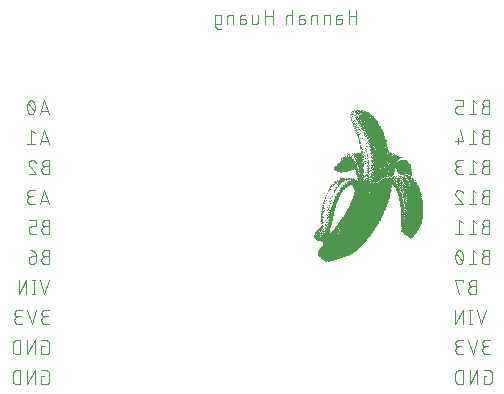
<source format=gbr>
G04 EAGLE Gerber RS-274X export*
G75*
%MOMM*%
%FSLAX34Y34*%
%LPD*%
%INSilkscreen Bottom*%
%IPPOS*%
%AMOC8*
5,1,8,0,0,1.08239X$1,22.5*%
G01*
%ADD10C,0.101600*%
%ADD11R,0.025400X0.025400*%
%ADD12R,0.508000X0.025400*%
%ADD13R,0.076200X0.025400*%
%ADD14R,0.533400X0.025400*%
%ADD15R,0.838200X0.025400*%
%ADD16R,1.016000X0.025400*%
%ADD17R,1.117600X0.025400*%
%ADD18R,1.219200X0.025400*%
%ADD19R,1.270000X0.025400*%
%ADD20R,1.346200X0.025400*%
%ADD21R,1.295400X0.025400*%
%ADD22R,0.050800X0.025400*%
%ADD23R,1.447800X0.025400*%
%ADD24R,0.711200X0.025400*%
%ADD25R,0.736600X0.025400*%
%ADD26R,0.177800X0.025400*%
%ADD27R,1.600200X0.025400*%
%ADD28R,1.574800X0.025400*%
%ADD29R,0.101600X0.025400*%
%ADD30R,0.635000X0.025400*%
%ADD31R,0.660400X0.025400*%
%ADD32R,0.127000X0.025400*%
%ADD33R,0.228600X0.025400*%
%ADD34R,1.854200X0.025400*%
%ADD35R,0.863600X0.025400*%
%ADD36R,0.584200X0.025400*%
%ADD37R,0.355600X0.025400*%
%ADD38R,0.787400X0.025400*%
%ADD39R,1.828800X0.025400*%
%ADD40R,0.152400X0.025400*%
%ADD41R,0.431800X0.025400*%
%ADD42R,1.066800X0.025400*%
%ADD43R,0.381000X0.025400*%
%ADD44R,0.990600X0.025400*%
%ADD45R,0.812800X0.025400*%
%ADD46R,0.457200X0.025400*%
%ADD47R,0.279400X0.025400*%
%ADD48R,0.254000X0.025400*%
%ADD49R,0.482600X0.025400*%
%ADD50R,0.558800X0.025400*%
%ADD51R,0.609600X0.025400*%
%ADD52R,0.685800X0.025400*%
%ADD53R,0.203200X0.025400*%
%ADD54R,0.304800X0.025400*%
%ADD55R,0.406400X0.025400*%
%ADD56R,0.330200X0.025400*%


D10*
X445939Y140349D02*
X443992Y140349D01*
X443992Y133858D01*
X447887Y133858D01*
X447986Y133860D01*
X448086Y133866D01*
X448185Y133875D01*
X448283Y133888D01*
X448381Y133905D01*
X448479Y133926D01*
X448575Y133951D01*
X448670Y133979D01*
X448764Y134011D01*
X448857Y134046D01*
X448949Y134085D01*
X449039Y134128D01*
X449127Y134173D01*
X449214Y134223D01*
X449298Y134275D01*
X449381Y134331D01*
X449461Y134389D01*
X449539Y134451D01*
X449614Y134516D01*
X449687Y134584D01*
X449757Y134654D01*
X449825Y134727D01*
X449890Y134802D01*
X449952Y134880D01*
X450010Y134960D01*
X450066Y135043D01*
X450118Y135127D01*
X450168Y135214D01*
X450213Y135302D01*
X450256Y135392D01*
X450295Y135484D01*
X450330Y135577D01*
X450362Y135671D01*
X450390Y135766D01*
X450415Y135862D01*
X450436Y135960D01*
X450453Y136058D01*
X450466Y136156D01*
X450475Y136255D01*
X450481Y136355D01*
X450483Y136454D01*
X450483Y142946D01*
X450481Y143045D01*
X450475Y143145D01*
X450466Y143244D01*
X450453Y143342D01*
X450436Y143440D01*
X450415Y143538D01*
X450390Y143634D01*
X450362Y143729D01*
X450330Y143823D01*
X450295Y143916D01*
X450256Y144008D01*
X450213Y144098D01*
X450168Y144186D01*
X450118Y144273D01*
X450066Y144357D01*
X450010Y144440D01*
X449952Y144520D01*
X449890Y144598D01*
X449825Y144673D01*
X449757Y144746D01*
X449687Y144816D01*
X449614Y144884D01*
X449539Y144949D01*
X449461Y145011D01*
X449381Y145069D01*
X449298Y145125D01*
X449214Y145177D01*
X449127Y145227D01*
X449039Y145272D01*
X448949Y145315D01*
X448857Y145354D01*
X448764Y145389D01*
X448670Y145421D01*
X448575Y145449D01*
X448479Y145474D01*
X448381Y145495D01*
X448283Y145512D01*
X448185Y145525D01*
X448086Y145534D01*
X447986Y145540D01*
X447887Y145542D01*
X443992Y145542D01*
X438291Y145542D02*
X438291Y133858D01*
X431800Y133858D02*
X438291Y145542D01*
X431800Y145542D02*
X431800Y133858D01*
X426099Y133858D02*
X426099Y145542D01*
X422854Y145542D01*
X422741Y145540D01*
X422628Y145534D01*
X422515Y145524D01*
X422402Y145510D01*
X422290Y145493D01*
X422179Y145471D01*
X422069Y145446D01*
X421959Y145416D01*
X421851Y145383D01*
X421744Y145346D01*
X421638Y145306D01*
X421534Y145261D01*
X421431Y145213D01*
X421330Y145162D01*
X421231Y145107D01*
X421134Y145049D01*
X421039Y144987D01*
X420946Y144922D01*
X420856Y144854D01*
X420768Y144783D01*
X420682Y144708D01*
X420599Y144631D01*
X420519Y144551D01*
X420442Y144468D01*
X420367Y144382D01*
X420296Y144294D01*
X420228Y144204D01*
X420163Y144111D01*
X420101Y144016D01*
X420043Y143919D01*
X419988Y143820D01*
X419937Y143719D01*
X419889Y143616D01*
X419844Y143512D01*
X419804Y143406D01*
X419767Y143299D01*
X419734Y143191D01*
X419704Y143081D01*
X419679Y142971D01*
X419657Y142860D01*
X419640Y142748D01*
X419626Y142635D01*
X419616Y142522D01*
X419610Y142409D01*
X419608Y142296D01*
X419608Y137104D01*
X419610Y136991D01*
X419616Y136878D01*
X419626Y136765D01*
X419640Y136652D01*
X419657Y136540D01*
X419679Y136429D01*
X419704Y136319D01*
X419734Y136209D01*
X419767Y136101D01*
X419804Y135994D01*
X419844Y135888D01*
X419889Y135784D01*
X419937Y135681D01*
X419988Y135580D01*
X420043Y135481D01*
X420101Y135384D01*
X420163Y135289D01*
X420228Y135196D01*
X420296Y135106D01*
X420367Y135018D01*
X420442Y134932D01*
X420519Y134849D01*
X420599Y134769D01*
X420682Y134692D01*
X420768Y134617D01*
X420856Y134546D01*
X420946Y134478D01*
X421039Y134413D01*
X421134Y134351D01*
X421231Y134293D01*
X421330Y134238D01*
X421431Y134187D01*
X421534Y134139D01*
X421638Y134094D01*
X421744Y134054D01*
X421851Y134017D01*
X421959Y133984D01*
X422069Y133954D01*
X422179Y133929D01*
X422290Y133907D01*
X422402Y133890D01*
X422515Y133876D01*
X422628Y133866D01*
X422741Y133860D01*
X422854Y133858D01*
X426099Y133858D01*
X441523Y184658D02*
X445417Y196342D01*
X437628Y196342D02*
X441523Y184658D01*
X432379Y184658D02*
X432379Y196342D01*
X433677Y184658D02*
X431080Y184658D01*
X431080Y196342D02*
X433677Y196342D01*
X426099Y196342D02*
X426099Y184658D01*
X419608Y184658D02*
X426099Y196342D01*
X419608Y196342D02*
X419608Y184658D01*
X433733Y216549D02*
X436979Y216549D01*
X433733Y216550D02*
X433620Y216548D01*
X433507Y216542D01*
X433394Y216532D01*
X433281Y216518D01*
X433169Y216501D01*
X433058Y216479D01*
X432948Y216454D01*
X432838Y216424D01*
X432730Y216391D01*
X432623Y216354D01*
X432517Y216314D01*
X432413Y216269D01*
X432310Y216221D01*
X432209Y216170D01*
X432110Y216115D01*
X432013Y216057D01*
X431918Y215995D01*
X431825Y215930D01*
X431735Y215862D01*
X431647Y215791D01*
X431561Y215716D01*
X431478Y215639D01*
X431398Y215559D01*
X431321Y215476D01*
X431246Y215390D01*
X431175Y215302D01*
X431107Y215212D01*
X431042Y215119D01*
X430980Y215024D01*
X430922Y214927D01*
X430867Y214828D01*
X430816Y214727D01*
X430768Y214624D01*
X430723Y214520D01*
X430683Y214414D01*
X430646Y214307D01*
X430613Y214199D01*
X430583Y214089D01*
X430558Y213979D01*
X430536Y213868D01*
X430519Y213756D01*
X430505Y213643D01*
X430495Y213530D01*
X430489Y213417D01*
X430487Y213304D01*
X430489Y213191D01*
X430495Y213078D01*
X430505Y212965D01*
X430519Y212852D01*
X430536Y212740D01*
X430558Y212629D01*
X430583Y212519D01*
X430613Y212409D01*
X430646Y212301D01*
X430683Y212194D01*
X430723Y212088D01*
X430768Y211984D01*
X430816Y211881D01*
X430867Y211780D01*
X430922Y211681D01*
X430980Y211584D01*
X431042Y211489D01*
X431107Y211396D01*
X431175Y211306D01*
X431246Y211218D01*
X431321Y211132D01*
X431398Y211049D01*
X431478Y210969D01*
X431561Y210892D01*
X431647Y210817D01*
X431735Y210746D01*
X431825Y210678D01*
X431918Y210613D01*
X432013Y210551D01*
X432110Y210493D01*
X432209Y210438D01*
X432310Y210387D01*
X432413Y210339D01*
X432517Y210294D01*
X432623Y210254D01*
X432730Y210217D01*
X432838Y210184D01*
X432948Y210154D01*
X433058Y210129D01*
X433169Y210107D01*
X433281Y210090D01*
X433394Y210076D01*
X433507Y210066D01*
X433620Y210060D01*
X433733Y210058D01*
X436979Y210058D01*
X436979Y221742D01*
X433733Y221742D01*
X433632Y221740D01*
X433532Y221734D01*
X433432Y221724D01*
X433332Y221711D01*
X433233Y221693D01*
X433134Y221672D01*
X433037Y221647D01*
X432940Y221618D01*
X432845Y221585D01*
X432751Y221549D01*
X432659Y221509D01*
X432568Y221466D01*
X432479Y221419D01*
X432392Y221369D01*
X432306Y221315D01*
X432223Y221258D01*
X432143Y221198D01*
X432064Y221135D01*
X431988Y221068D01*
X431915Y220999D01*
X431845Y220927D01*
X431777Y220853D01*
X431712Y220776D01*
X431651Y220696D01*
X431592Y220614D01*
X431537Y220530D01*
X431485Y220444D01*
X431436Y220356D01*
X431391Y220266D01*
X431349Y220174D01*
X431311Y220081D01*
X431277Y219986D01*
X431246Y219891D01*
X431219Y219794D01*
X431196Y219696D01*
X431176Y219597D01*
X431161Y219497D01*
X431149Y219397D01*
X431141Y219297D01*
X431137Y219196D01*
X431137Y219096D01*
X431141Y218995D01*
X431149Y218895D01*
X431161Y218795D01*
X431176Y218695D01*
X431196Y218596D01*
X431219Y218498D01*
X431246Y218401D01*
X431277Y218306D01*
X431311Y218211D01*
X431349Y218118D01*
X431391Y218026D01*
X431436Y217936D01*
X431485Y217848D01*
X431537Y217762D01*
X431592Y217678D01*
X431651Y217596D01*
X431712Y217516D01*
X431777Y217439D01*
X431845Y217365D01*
X431915Y217293D01*
X431988Y217224D01*
X432064Y217157D01*
X432143Y217094D01*
X432223Y217034D01*
X432306Y216977D01*
X432392Y216923D01*
X432479Y216873D01*
X432568Y216826D01*
X432659Y216783D01*
X432751Y216743D01*
X432845Y216707D01*
X432940Y216674D01*
X433037Y216645D01*
X433134Y216620D01*
X433233Y216599D01*
X433332Y216581D01*
X433432Y216568D01*
X433532Y216558D01*
X433632Y216552D01*
X433733Y216550D01*
X426099Y220444D02*
X426099Y221742D01*
X419608Y221742D01*
X422854Y210058D01*
X445163Y241949D02*
X448409Y241949D01*
X445163Y241950D02*
X445050Y241948D01*
X444937Y241942D01*
X444824Y241932D01*
X444711Y241918D01*
X444599Y241901D01*
X444488Y241879D01*
X444378Y241854D01*
X444268Y241824D01*
X444160Y241791D01*
X444053Y241754D01*
X443947Y241714D01*
X443843Y241669D01*
X443740Y241621D01*
X443639Y241570D01*
X443540Y241515D01*
X443443Y241457D01*
X443348Y241395D01*
X443255Y241330D01*
X443165Y241262D01*
X443077Y241191D01*
X442991Y241116D01*
X442908Y241039D01*
X442828Y240959D01*
X442751Y240876D01*
X442676Y240790D01*
X442605Y240702D01*
X442537Y240612D01*
X442472Y240519D01*
X442410Y240424D01*
X442352Y240327D01*
X442297Y240228D01*
X442246Y240127D01*
X442198Y240024D01*
X442153Y239920D01*
X442113Y239814D01*
X442076Y239707D01*
X442043Y239599D01*
X442013Y239489D01*
X441988Y239379D01*
X441966Y239268D01*
X441949Y239156D01*
X441935Y239043D01*
X441925Y238930D01*
X441919Y238817D01*
X441917Y238704D01*
X441919Y238591D01*
X441925Y238478D01*
X441935Y238365D01*
X441949Y238252D01*
X441966Y238140D01*
X441988Y238029D01*
X442013Y237919D01*
X442043Y237809D01*
X442076Y237701D01*
X442113Y237594D01*
X442153Y237488D01*
X442198Y237384D01*
X442246Y237281D01*
X442297Y237180D01*
X442352Y237081D01*
X442410Y236984D01*
X442472Y236889D01*
X442537Y236796D01*
X442605Y236706D01*
X442676Y236618D01*
X442751Y236532D01*
X442828Y236449D01*
X442908Y236369D01*
X442991Y236292D01*
X443077Y236217D01*
X443165Y236146D01*
X443255Y236078D01*
X443348Y236013D01*
X443443Y235951D01*
X443540Y235893D01*
X443639Y235838D01*
X443740Y235787D01*
X443843Y235739D01*
X443947Y235694D01*
X444053Y235654D01*
X444160Y235617D01*
X444268Y235584D01*
X444378Y235554D01*
X444488Y235529D01*
X444599Y235507D01*
X444711Y235490D01*
X444824Y235476D01*
X444937Y235466D01*
X445050Y235460D01*
X445163Y235458D01*
X448409Y235458D01*
X448409Y247142D01*
X445163Y247142D01*
X445062Y247140D01*
X444962Y247134D01*
X444862Y247124D01*
X444762Y247111D01*
X444663Y247093D01*
X444564Y247072D01*
X444467Y247047D01*
X444370Y247018D01*
X444275Y246985D01*
X444181Y246949D01*
X444089Y246909D01*
X443998Y246866D01*
X443909Y246819D01*
X443822Y246769D01*
X443736Y246715D01*
X443653Y246658D01*
X443573Y246598D01*
X443494Y246535D01*
X443418Y246468D01*
X443345Y246399D01*
X443275Y246327D01*
X443207Y246253D01*
X443142Y246176D01*
X443081Y246096D01*
X443022Y246014D01*
X442967Y245930D01*
X442915Y245844D01*
X442866Y245756D01*
X442821Y245666D01*
X442779Y245574D01*
X442741Y245481D01*
X442707Y245386D01*
X442676Y245291D01*
X442649Y245194D01*
X442626Y245096D01*
X442606Y244997D01*
X442591Y244897D01*
X442579Y244797D01*
X442571Y244697D01*
X442567Y244596D01*
X442567Y244496D01*
X442571Y244395D01*
X442579Y244295D01*
X442591Y244195D01*
X442606Y244095D01*
X442626Y243996D01*
X442649Y243898D01*
X442676Y243801D01*
X442707Y243706D01*
X442741Y243611D01*
X442779Y243518D01*
X442821Y243426D01*
X442866Y243336D01*
X442915Y243248D01*
X442967Y243162D01*
X443022Y243078D01*
X443081Y242996D01*
X443142Y242916D01*
X443207Y242839D01*
X443275Y242765D01*
X443345Y242693D01*
X443418Y242624D01*
X443494Y242557D01*
X443573Y242494D01*
X443653Y242434D01*
X443736Y242377D01*
X443822Y242323D01*
X443909Y242273D01*
X443998Y242226D01*
X444089Y242183D01*
X444181Y242143D01*
X444275Y242107D01*
X444370Y242074D01*
X444467Y242045D01*
X444564Y242020D01*
X444663Y241999D01*
X444762Y241981D01*
X444862Y241968D01*
X444962Y241958D01*
X445062Y241952D01*
X445163Y241950D01*
X437529Y244546D02*
X434284Y247142D01*
X434284Y235458D01*
X437529Y235458D02*
X431038Y235458D01*
X426100Y241300D02*
X426097Y241530D01*
X426089Y241760D01*
X426075Y241989D01*
X426056Y242218D01*
X426031Y242447D01*
X426001Y242675D01*
X425966Y242902D01*
X425925Y243128D01*
X425879Y243353D01*
X425827Y243577D01*
X425770Y243800D01*
X425708Y244021D01*
X425640Y244241D01*
X425567Y244459D01*
X425489Y244675D01*
X425406Y244889D01*
X425318Y245102D01*
X425225Y245312D01*
X425126Y245519D01*
X425093Y245609D01*
X425057Y245698D01*
X425017Y245786D01*
X424973Y245871D01*
X424926Y245955D01*
X424876Y246037D01*
X424822Y246117D01*
X424766Y246194D01*
X424706Y246270D01*
X424643Y246343D01*
X424578Y246413D01*
X424509Y246481D01*
X424438Y246545D01*
X424365Y246607D01*
X424289Y246666D01*
X424211Y246722D01*
X424130Y246775D01*
X424048Y246824D01*
X423964Y246870D01*
X423877Y246913D01*
X423790Y246952D01*
X423700Y246988D01*
X423610Y247020D01*
X423518Y247048D01*
X423425Y247073D01*
X423331Y247094D01*
X423237Y247111D01*
X423142Y247125D01*
X423046Y247134D01*
X422950Y247140D01*
X422854Y247142D01*
X422758Y247140D01*
X422662Y247134D01*
X422566Y247125D01*
X422471Y247111D01*
X422377Y247094D01*
X422283Y247073D01*
X422190Y247048D01*
X422098Y247020D01*
X422008Y246988D01*
X421918Y246952D01*
X421831Y246913D01*
X421744Y246870D01*
X421660Y246824D01*
X421578Y246775D01*
X421497Y246722D01*
X421419Y246666D01*
X421343Y246607D01*
X421270Y246545D01*
X421199Y246481D01*
X421130Y246413D01*
X421065Y246343D01*
X421002Y246270D01*
X420942Y246195D01*
X420886Y246117D01*
X420832Y246037D01*
X420782Y245955D01*
X420735Y245871D01*
X420692Y245786D01*
X420651Y245698D01*
X420615Y245609D01*
X420582Y245519D01*
X420483Y245311D01*
X420390Y245101D01*
X420302Y244889D01*
X420219Y244675D01*
X420141Y244458D01*
X420068Y244240D01*
X420000Y244021D01*
X419938Y243799D01*
X419881Y243577D01*
X419829Y243353D01*
X419783Y243128D01*
X419742Y242902D01*
X419707Y242674D01*
X419677Y242447D01*
X419652Y242218D01*
X419633Y241989D01*
X419619Y241760D01*
X419611Y241530D01*
X419608Y241300D01*
X426099Y241300D02*
X426096Y241070D01*
X426088Y240840D01*
X426074Y240611D01*
X426055Y240382D01*
X426030Y240153D01*
X426000Y239925D01*
X425965Y239698D01*
X425924Y239472D01*
X425878Y239247D01*
X425826Y239023D01*
X425769Y238800D01*
X425707Y238579D01*
X425639Y238359D01*
X425566Y238141D01*
X425488Y237925D01*
X425405Y237711D01*
X425317Y237499D01*
X425224Y237288D01*
X425125Y237081D01*
X425126Y237081D02*
X425093Y236991D01*
X425057Y236902D01*
X425016Y236814D01*
X424973Y236729D01*
X424926Y236645D01*
X424876Y236563D01*
X424822Y236483D01*
X424766Y236406D01*
X424706Y236330D01*
X424643Y236257D01*
X424578Y236187D01*
X424509Y236119D01*
X424438Y236055D01*
X424365Y235993D01*
X424289Y235934D01*
X424211Y235878D01*
X424130Y235825D01*
X424048Y235776D01*
X423964Y235730D01*
X423877Y235687D01*
X423790Y235648D01*
X423700Y235612D01*
X423610Y235580D01*
X423518Y235552D01*
X423425Y235527D01*
X423331Y235506D01*
X423237Y235489D01*
X423142Y235475D01*
X423046Y235466D01*
X422950Y235460D01*
X422854Y235458D01*
X420582Y237081D02*
X420483Y237288D01*
X420390Y237499D01*
X420302Y237711D01*
X420219Y237925D01*
X420141Y238141D01*
X420068Y238359D01*
X420000Y238579D01*
X419938Y238800D01*
X419881Y239023D01*
X419829Y239247D01*
X419783Y239472D01*
X419742Y239698D01*
X419707Y239925D01*
X419677Y240153D01*
X419652Y240382D01*
X419633Y240611D01*
X419619Y240840D01*
X419611Y241070D01*
X419608Y241300D01*
X420582Y237081D02*
X420615Y236991D01*
X420651Y236902D01*
X420692Y236814D01*
X420735Y236729D01*
X420782Y236645D01*
X420832Y236563D01*
X420886Y236483D01*
X420942Y236405D01*
X421002Y236330D01*
X421065Y236257D01*
X421130Y236187D01*
X421199Y236119D01*
X421270Y236055D01*
X421343Y235993D01*
X421419Y235934D01*
X421497Y235878D01*
X421578Y235825D01*
X421660Y235776D01*
X421744Y235730D01*
X421831Y235687D01*
X421918Y235648D01*
X422008Y235612D01*
X422098Y235580D01*
X422190Y235552D01*
X422283Y235527D01*
X422377Y235506D01*
X422471Y235489D01*
X422566Y235475D01*
X422662Y235466D01*
X422758Y235460D01*
X422854Y235458D01*
X425450Y238054D02*
X420257Y244546D01*
X445163Y267349D02*
X448409Y267349D01*
X445163Y267350D02*
X445050Y267348D01*
X444937Y267342D01*
X444824Y267332D01*
X444711Y267318D01*
X444599Y267301D01*
X444488Y267279D01*
X444378Y267254D01*
X444268Y267224D01*
X444160Y267191D01*
X444053Y267154D01*
X443947Y267114D01*
X443843Y267069D01*
X443740Y267021D01*
X443639Y266970D01*
X443540Y266915D01*
X443443Y266857D01*
X443348Y266795D01*
X443255Y266730D01*
X443165Y266662D01*
X443077Y266591D01*
X442991Y266516D01*
X442908Y266439D01*
X442828Y266359D01*
X442751Y266276D01*
X442676Y266190D01*
X442605Y266102D01*
X442537Y266012D01*
X442472Y265919D01*
X442410Y265824D01*
X442352Y265727D01*
X442297Y265628D01*
X442246Y265527D01*
X442198Y265424D01*
X442153Y265320D01*
X442113Y265214D01*
X442076Y265107D01*
X442043Y264999D01*
X442013Y264889D01*
X441988Y264779D01*
X441966Y264668D01*
X441949Y264556D01*
X441935Y264443D01*
X441925Y264330D01*
X441919Y264217D01*
X441917Y264104D01*
X441919Y263991D01*
X441925Y263878D01*
X441935Y263765D01*
X441949Y263652D01*
X441966Y263540D01*
X441988Y263429D01*
X442013Y263319D01*
X442043Y263209D01*
X442076Y263101D01*
X442113Y262994D01*
X442153Y262888D01*
X442198Y262784D01*
X442246Y262681D01*
X442297Y262580D01*
X442352Y262481D01*
X442410Y262384D01*
X442472Y262289D01*
X442537Y262196D01*
X442605Y262106D01*
X442676Y262018D01*
X442751Y261932D01*
X442828Y261849D01*
X442908Y261769D01*
X442991Y261692D01*
X443077Y261617D01*
X443165Y261546D01*
X443255Y261478D01*
X443348Y261413D01*
X443443Y261351D01*
X443540Y261293D01*
X443639Y261238D01*
X443740Y261187D01*
X443843Y261139D01*
X443947Y261094D01*
X444053Y261054D01*
X444160Y261017D01*
X444268Y260984D01*
X444378Y260954D01*
X444488Y260929D01*
X444599Y260907D01*
X444711Y260890D01*
X444824Y260876D01*
X444937Y260866D01*
X445050Y260860D01*
X445163Y260858D01*
X448409Y260858D01*
X448409Y272542D01*
X445163Y272542D01*
X445062Y272540D01*
X444962Y272534D01*
X444862Y272524D01*
X444762Y272511D01*
X444663Y272493D01*
X444564Y272472D01*
X444467Y272447D01*
X444370Y272418D01*
X444275Y272385D01*
X444181Y272349D01*
X444089Y272309D01*
X443998Y272266D01*
X443909Y272219D01*
X443822Y272169D01*
X443736Y272115D01*
X443653Y272058D01*
X443573Y271998D01*
X443494Y271935D01*
X443418Y271868D01*
X443345Y271799D01*
X443275Y271727D01*
X443207Y271653D01*
X443142Y271576D01*
X443081Y271496D01*
X443022Y271414D01*
X442967Y271330D01*
X442915Y271244D01*
X442866Y271156D01*
X442821Y271066D01*
X442779Y270974D01*
X442741Y270881D01*
X442707Y270786D01*
X442676Y270691D01*
X442649Y270594D01*
X442626Y270496D01*
X442606Y270397D01*
X442591Y270297D01*
X442579Y270197D01*
X442571Y270097D01*
X442567Y269996D01*
X442567Y269896D01*
X442571Y269795D01*
X442579Y269695D01*
X442591Y269595D01*
X442606Y269495D01*
X442626Y269396D01*
X442649Y269298D01*
X442676Y269201D01*
X442707Y269106D01*
X442741Y269011D01*
X442779Y268918D01*
X442821Y268826D01*
X442866Y268736D01*
X442915Y268648D01*
X442967Y268562D01*
X443022Y268478D01*
X443081Y268396D01*
X443142Y268316D01*
X443207Y268239D01*
X443275Y268165D01*
X443345Y268093D01*
X443418Y268024D01*
X443494Y267957D01*
X443573Y267894D01*
X443653Y267834D01*
X443736Y267777D01*
X443822Y267723D01*
X443909Y267673D01*
X443998Y267626D01*
X444089Y267583D01*
X444181Y267543D01*
X444275Y267507D01*
X444370Y267474D01*
X444467Y267445D01*
X444564Y267420D01*
X444663Y267399D01*
X444762Y267381D01*
X444862Y267368D01*
X444962Y267358D01*
X445062Y267352D01*
X445163Y267350D01*
X437529Y269946D02*
X434284Y272542D01*
X434284Y260858D01*
X437529Y260858D02*
X431038Y260858D01*
X426099Y269946D02*
X422854Y272542D01*
X422854Y260858D01*
X426099Y260858D02*
X419608Y260858D01*
X445163Y292749D02*
X448409Y292749D01*
X445163Y292750D02*
X445050Y292748D01*
X444937Y292742D01*
X444824Y292732D01*
X444711Y292718D01*
X444599Y292701D01*
X444488Y292679D01*
X444378Y292654D01*
X444268Y292624D01*
X444160Y292591D01*
X444053Y292554D01*
X443947Y292514D01*
X443843Y292469D01*
X443740Y292421D01*
X443639Y292370D01*
X443540Y292315D01*
X443443Y292257D01*
X443348Y292195D01*
X443255Y292130D01*
X443165Y292062D01*
X443077Y291991D01*
X442991Y291916D01*
X442908Y291839D01*
X442828Y291759D01*
X442751Y291676D01*
X442676Y291590D01*
X442605Y291502D01*
X442537Y291412D01*
X442472Y291319D01*
X442410Y291224D01*
X442352Y291127D01*
X442297Y291028D01*
X442246Y290927D01*
X442198Y290824D01*
X442153Y290720D01*
X442113Y290614D01*
X442076Y290507D01*
X442043Y290399D01*
X442013Y290289D01*
X441988Y290179D01*
X441966Y290068D01*
X441949Y289956D01*
X441935Y289843D01*
X441925Y289730D01*
X441919Y289617D01*
X441917Y289504D01*
X441919Y289391D01*
X441925Y289278D01*
X441935Y289165D01*
X441949Y289052D01*
X441966Y288940D01*
X441988Y288829D01*
X442013Y288719D01*
X442043Y288609D01*
X442076Y288501D01*
X442113Y288394D01*
X442153Y288288D01*
X442198Y288184D01*
X442246Y288081D01*
X442297Y287980D01*
X442352Y287881D01*
X442410Y287784D01*
X442472Y287689D01*
X442537Y287596D01*
X442605Y287506D01*
X442676Y287418D01*
X442751Y287332D01*
X442828Y287249D01*
X442908Y287169D01*
X442991Y287092D01*
X443077Y287017D01*
X443165Y286946D01*
X443255Y286878D01*
X443348Y286813D01*
X443443Y286751D01*
X443540Y286693D01*
X443639Y286638D01*
X443740Y286587D01*
X443843Y286539D01*
X443947Y286494D01*
X444053Y286454D01*
X444160Y286417D01*
X444268Y286384D01*
X444378Y286354D01*
X444488Y286329D01*
X444599Y286307D01*
X444711Y286290D01*
X444824Y286276D01*
X444937Y286266D01*
X445050Y286260D01*
X445163Y286258D01*
X448409Y286258D01*
X448409Y297942D01*
X445163Y297942D01*
X445062Y297940D01*
X444962Y297934D01*
X444862Y297924D01*
X444762Y297911D01*
X444663Y297893D01*
X444564Y297872D01*
X444467Y297847D01*
X444370Y297818D01*
X444275Y297785D01*
X444181Y297749D01*
X444089Y297709D01*
X443998Y297666D01*
X443909Y297619D01*
X443822Y297569D01*
X443736Y297515D01*
X443653Y297458D01*
X443573Y297398D01*
X443494Y297335D01*
X443418Y297268D01*
X443345Y297199D01*
X443275Y297127D01*
X443207Y297053D01*
X443142Y296976D01*
X443081Y296896D01*
X443022Y296814D01*
X442967Y296730D01*
X442915Y296644D01*
X442866Y296556D01*
X442821Y296466D01*
X442779Y296374D01*
X442741Y296281D01*
X442707Y296186D01*
X442676Y296091D01*
X442649Y295994D01*
X442626Y295896D01*
X442606Y295797D01*
X442591Y295697D01*
X442579Y295597D01*
X442571Y295497D01*
X442567Y295396D01*
X442567Y295296D01*
X442571Y295195D01*
X442579Y295095D01*
X442591Y294995D01*
X442606Y294895D01*
X442626Y294796D01*
X442649Y294698D01*
X442676Y294601D01*
X442707Y294506D01*
X442741Y294411D01*
X442779Y294318D01*
X442821Y294226D01*
X442866Y294136D01*
X442915Y294048D01*
X442967Y293962D01*
X443022Y293878D01*
X443081Y293796D01*
X443142Y293716D01*
X443207Y293639D01*
X443275Y293565D01*
X443345Y293493D01*
X443418Y293424D01*
X443494Y293357D01*
X443573Y293294D01*
X443653Y293234D01*
X443736Y293177D01*
X443822Y293123D01*
X443909Y293073D01*
X443998Y293026D01*
X444089Y292983D01*
X444181Y292943D01*
X444275Y292907D01*
X444370Y292874D01*
X444467Y292845D01*
X444564Y292820D01*
X444663Y292799D01*
X444762Y292781D01*
X444862Y292768D01*
X444962Y292758D01*
X445062Y292752D01*
X445163Y292750D01*
X437529Y295346D02*
X434284Y297942D01*
X434284Y286258D01*
X437529Y286258D02*
X431038Y286258D01*
X419608Y295021D02*
X419610Y295128D01*
X419616Y295234D01*
X419626Y295340D01*
X419639Y295446D01*
X419657Y295552D01*
X419678Y295656D01*
X419703Y295760D01*
X419732Y295863D01*
X419764Y295964D01*
X419801Y296064D01*
X419841Y296163D01*
X419884Y296261D01*
X419931Y296357D01*
X419982Y296451D01*
X420036Y296543D01*
X420093Y296633D01*
X420153Y296721D01*
X420217Y296806D01*
X420284Y296889D01*
X420354Y296970D01*
X420426Y297048D01*
X420502Y297124D01*
X420580Y297196D01*
X420661Y297266D01*
X420744Y297333D01*
X420829Y297397D01*
X420917Y297457D01*
X421007Y297514D01*
X421099Y297568D01*
X421193Y297619D01*
X421289Y297666D01*
X421387Y297709D01*
X421486Y297749D01*
X421586Y297786D01*
X421687Y297818D01*
X421790Y297847D01*
X421894Y297872D01*
X421998Y297893D01*
X422104Y297911D01*
X422210Y297924D01*
X422316Y297934D01*
X422422Y297940D01*
X422529Y297942D01*
X422650Y297940D01*
X422771Y297934D01*
X422891Y297924D01*
X423012Y297911D01*
X423131Y297893D01*
X423251Y297872D01*
X423369Y297847D01*
X423486Y297818D01*
X423603Y297785D01*
X423718Y297749D01*
X423832Y297708D01*
X423945Y297665D01*
X424057Y297617D01*
X424166Y297566D01*
X424274Y297511D01*
X424381Y297453D01*
X424485Y297392D01*
X424587Y297327D01*
X424687Y297259D01*
X424785Y297188D01*
X424881Y297114D01*
X424974Y297037D01*
X425064Y296956D01*
X425152Y296873D01*
X425237Y296787D01*
X425320Y296698D01*
X425399Y296607D01*
X425476Y296513D01*
X425549Y296417D01*
X425619Y296319D01*
X425686Y296218D01*
X425750Y296115D01*
X425811Y296010D01*
X425868Y295903D01*
X425921Y295795D01*
X425971Y295685D01*
X426017Y295573D01*
X426060Y295460D01*
X426099Y295345D01*
X420582Y292749D02*
X420503Y292827D01*
X420427Y292907D01*
X420354Y292990D01*
X420284Y293076D01*
X420217Y293163D01*
X420153Y293254D01*
X420093Y293346D01*
X420035Y293440D01*
X419981Y293537D01*
X419931Y293635D01*
X419884Y293735D01*
X419840Y293836D01*
X419800Y293939D01*
X419764Y294044D01*
X419732Y294149D01*
X419703Y294256D01*
X419678Y294363D01*
X419656Y294472D01*
X419639Y294581D01*
X419625Y294690D01*
X419616Y294800D01*
X419610Y294911D01*
X419608Y295021D01*
X420582Y292749D02*
X426099Y286258D01*
X419608Y286258D01*
X445163Y318149D02*
X448409Y318149D01*
X445163Y318150D02*
X445050Y318148D01*
X444937Y318142D01*
X444824Y318132D01*
X444711Y318118D01*
X444599Y318101D01*
X444488Y318079D01*
X444378Y318054D01*
X444268Y318024D01*
X444160Y317991D01*
X444053Y317954D01*
X443947Y317914D01*
X443843Y317869D01*
X443740Y317821D01*
X443639Y317770D01*
X443540Y317715D01*
X443443Y317657D01*
X443348Y317595D01*
X443255Y317530D01*
X443165Y317462D01*
X443077Y317391D01*
X442991Y317316D01*
X442908Y317239D01*
X442828Y317159D01*
X442751Y317076D01*
X442676Y316990D01*
X442605Y316902D01*
X442537Y316812D01*
X442472Y316719D01*
X442410Y316624D01*
X442352Y316527D01*
X442297Y316428D01*
X442246Y316327D01*
X442198Y316224D01*
X442153Y316120D01*
X442113Y316014D01*
X442076Y315907D01*
X442043Y315799D01*
X442013Y315689D01*
X441988Y315579D01*
X441966Y315468D01*
X441949Y315356D01*
X441935Y315243D01*
X441925Y315130D01*
X441919Y315017D01*
X441917Y314904D01*
X441919Y314791D01*
X441925Y314678D01*
X441935Y314565D01*
X441949Y314452D01*
X441966Y314340D01*
X441988Y314229D01*
X442013Y314119D01*
X442043Y314009D01*
X442076Y313901D01*
X442113Y313794D01*
X442153Y313688D01*
X442198Y313584D01*
X442246Y313481D01*
X442297Y313380D01*
X442352Y313281D01*
X442410Y313184D01*
X442472Y313089D01*
X442537Y312996D01*
X442605Y312906D01*
X442676Y312818D01*
X442751Y312732D01*
X442828Y312649D01*
X442908Y312569D01*
X442991Y312492D01*
X443077Y312417D01*
X443165Y312346D01*
X443255Y312278D01*
X443348Y312213D01*
X443443Y312151D01*
X443540Y312093D01*
X443639Y312038D01*
X443740Y311987D01*
X443843Y311939D01*
X443947Y311894D01*
X444053Y311854D01*
X444160Y311817D01*
X444268Y311784D01*
X444378Y311754D01*
X444488Y311729D01*
X444599Y311707D01*
X444711Y311690D01*
X444824Y311676D01*
X444937Y311666D01*
X445050Y311660D01*
X445163Y311658D01*
X448409Y311658D01*
X448409Y323342D01*
X445163Y323342D01*
X445062Y323340D01*
X444962Y323334D01*
X444862Y323324D01*
X444762Y323311D01*
X444663Y323293D01*
X444564Y323272D01*
X444467Y323247D01*
X444370Y323218D01*
X444275Y323185D01*
X444181Y323149D01*
X444089Y323109D01*
X443998Y323066D01*
X443909Y323019D01*
X443822Y322969D01*
X443736Y322915D01*
X443653Y322858D01*
X443573Y322798D01*
X443494Y322735D01*
X443418Y322668D01*
X443345Y322599D01*
X443275Y322527D01*
X443207Y322453D01*
X443142Y322376D01*
X443081Y322296D01*
X443022Y322214D01*
X442967Y322130D01*
X442915Y322044D01*
X442866Y321956D01*
X442821Y321866D01*
X442779Y321774D01*
X442741Y321681D01*
X442707Y321586D01*
X442676Y321491D01*
X442649Y321394D01*
X442626Y321296D01*
X442606Y321197D01*
X442591Y321097D01*
X442579Y320997D01*
X442571Y320897D01*
X442567Y320796D01*
X442567Y320696D01*
X442571Y320595D01*
X442579Y320495D01*
X442591Y320395D01*
X442606Y320295D01*
X442626Y320196D01*
X442649Y320098D01*
X442676Y320001D01*
X442707Y319906D01*
X442741Y319811D01*
X442779Y319718D01*
X442821Y319626D01*
X442866Y319536D01*
X442915Y319448D01*
X442967Y319362D01*
X443022Y319278D01*
X443081Y319196D01*
X443142Y319116D01*
X443207Y319039D01*
X443275Y318965D01*
X443345Y318893D01*
X443418Y318824D01*
X443494Y318757D01*
X443573Y318694D01*
X443653Y318634D01*
X443736Y318577D01*
X443822Y318523D01*
X443909Y318473D01*
X443998Y318426D01*
X444089Y318383D01*
X444181Y318343D01*
X444275Y318307D01*
X444370Y318274D01*
X444467Y318245D01*
X444564Y318220D01*
X444663Y318199D01*
X444762Y318181D01*
X444862Y318168D01*
X444962Y318158D01*
X445062Y318152D01*
X445163Y318150D01*
X437529Y320746D02*
X434284Y323342D01*
X434284Y311658D01*
X437529Y311658D02*
X431038Y311658D01*
X426099Y311658D02*
X422854Y311658D01*
X422741Y311660D01*
X422628Y311666D01*
X422515Y311676D01*
X422402Y311690D01*
X422290Y311707D01*
X422179Y311729D01*
X422069Y311754D01*
X421959Y311784D01*
X421851Y311817D01*
X421744Y311854D01*
X421638Y311894D01*
X421534Y311939D01*
X421431Y311987D01*
X421330Y312038D01*
X421231Y312093D01*
X421134Y312151D01*
X421039Y312213D01*
X420946Y312278D01*
X420856Y312346D01*
X420768Y312417D01*
X420682Y312492D01*
X420599Y312569D01*
X420519Y312649D01*
X420442Y312732D01*
X420367Y312818D01*
X420296Y312906D01*
X420228Y312996D01*
X420163Y313089D01*
X420101Y313184D01*
X420043Y313281D01*
X419988Y313380D01*
X419937Y313481D01*
X419889Y313584D01*
X419844Y313688D01*
X419804Y313794D01*
X419767Y313901D01*
X419734Y314009D01*
X419704Y314119D01*
X419679Y314229D01*
X419657Y314340D01*
X419640Y314452D01*
X419626Y314565D01*
X419616Y314678D01*
X419610Y314791D01*
X419608Y314904D01*
X419610Y315017D01*
X419616Y315130D01*
X419626Y315243D01*
X419640Y315356D01*
X419657Y315468D01*
X419679Y315579D01*
X419704Y315689D01*
X419734Y315799D01*
X419767Y315907D01*
X419804Y316014D01*
X419844Y316120D01*
X419889Y316224D01*
X419937Y316327D01*
X419988Y316428D01*
X420043Y316527D01*
X420101Y316624D01*
X420163Y316719D01*
X420228Y316812D01*
X420296Y316902D01*
X420367Y316990D01*
X420442Y317076D01*
X420519Y317159D01*
X420599Y317239D01*
X420682Y317316D01*
X420768Y317391D01*
X420856Y317462D01*
X420946Y317530D01*
X421039Y317595D01*
X421134Y317657D01*
X421231Y317715D01*
X421330Y317770D01*
X421431Y317821D01*
X421534Y317869D01*
X421638Y317914D01*
X421744Y317954D01*
X421851Y317991D01*
X421959Y318024D01*
X422069Y318054D01*
X422179Y318079D01*
X422290Y318101D01*
X422402Y318118D01*
X422515Y318132D01*
X422628Y318142D01*
X422741Y318148D01*
X422854Y318150D01*
X422204Y323342D02*
X426099Y323342D01*
X422204Y323342D02*
X422103Y323340D01*
X422003Y323334D01*
X421903Y323324D01*
X421803Y323311D01*
X421704Y323293D01*
X421605Y323272D01*
X421508Y323247D01*
X421411Y323218D01*
X421316Y323185D01*
X421222Y323149D01*
X421130Y323109D01*
X421039Y323066D01*
X420950Y323019D01*
X420863Y322969D01*
X420777Y322915D01*
X420694Y322858D01*
X420614Y322798D01*
X420535Y322735D01*
X420459Y322668D01*
X420386Y322599D01*
X420316Y322527D01*
X420248Y322453D01*
X420183Y322376D01*
X420122Y322296D01*
X420063Y322214D01*
X420008Y322130D01*
X419956Y322044D01*
X419907Y321956D01*
X419862Y321866D01*
X419820Y321774D01*
X419782Y321681D01*
X419748Y321586D01*
X419717Y321491D01*
X419690Y321394D01*
X419667Y321296D01*
X419647Y321197D01*
X419632Y321097D01*
X419620Y320997D01*
X419612Y320897D01*
X419608Y320796D01*
X419608Y320696D01*
X419612Y320595D01*
X419620Y320495D01*
X419632Y320395D01*
X419647Y320295D01*
X419667Y320196D01*
X419690Y320098D01*
X419717Y320001D01*
X419748Y319906D01*
X419782Y319811D01*
X419820Y319718D01*
X419862Y319626D01*
X419907Y319536D01*
X419956Y319448D01*
X420008Y319362D01*
X420063Y319278D01*
X420122Y319196D01*
X420183Y319116D01*
X420248Y319039D01*
X420316Y318965D01*
X420386Y318893D01*
X420459Y318824D01*
X420535Y318757D01*
X420614Y318694D01*
X420694Y318634D01*
X420777Y318577D01*
X420863Y318523D01*
X420950Y318473D01*
X421039Y318426D01*
X421130Y318383D01*
X421222Y318343D01*
X421316Y318307D01*
X421411Y318274D01*
X421508Y318245D01*
X421605Y318220D01*
X421704Y318199D01*
X421803Y318181D01*
X421903Y318168D01*
X422003Y318158D01*
X422103Y318152D01*
X422204Y318150D01*
X422204Y318149D02*
X424801Y318149D01*
X445163Y343549D02*
X448409Y343549D01*
X445163Y343550D02*
X445050Y343548D01*
X444937Y343542D01*
X444824Y343532D01*
X444711Y343518D01*
X444599Y343501D01*
X444488Y343479D01*
X444378Y343454D01*
X444268Y343424D01*
X444160Y343391D01*
X444053Y343354D01*
X443947Y343314D01*
X443843Y343269D01*
X443740Y343221D01*
X443639Y343170D01*
X443540Y343115D01*
X443443Y343057D01*
X443348Y342995D01*
X443255Y342930D01*
X443165Y342862D01*
X443077Y342791D01*
X442991Y342716D01*
X442908Y342639D01*
X442828Y342559D01*
X442751Y342476D01*
X442676Y342390D01*
X442605Y342302D01*
X442537Y342212D01*
X442472Y342119D01*
X442410Y342024D01*
X442352Y341927D01*
X442297Y341828D01*
X442246Y341727D01*
X442198Y341624D01*
X442153Y341520D01*
X442113Y341414D01*
X442076Y341307D01*
X442043Y341199D01*
X442013Y341089D01*
X441988Y340979D01*
X441966Y340868D01*
X441949Y340756D01*
X441935Y340643D01*
X441925Y340530D01*
X441919Y340417D01*
X441917Y340304D01*
X441919Y340191D01*
X441925Y340078D01*
X441935Y339965D01*
X441949Y339852D01*
X441966Y339740D01*
X441988Y339629D01*
X442013Y339519D01*
X442043Y339409D01*
X442076Y339301D01*
X442113Y339194D01*
X442153Y339088D01*
X442198Y338984D01*
X442246Y338881D01*
X442297Y338780D01*
X442352Y338681D01*
X442410Y338584D01*
X442472Y338489D01*
X442537Y338396D01*
X442605Y338306D01*
X442676Y338218D01*
X442751Y338132D01*
X442828Y338049D01*
X442908Y337969D01*
X442991Y337892D01*
X443077Y337817D01*
X443165Y337746D01*
X443255Y337678D01*
X443348Y337613D01*
X443443Y337551D01*
X443540Y337493D01*
X443639Y337438D01*
X443740Y337387D01*
X443843Y337339D01*
X443947Y337294D01*
X444053Y337254D01*
X444160Y337217D01*
X444268Y337184D01*
X444378Y337154D01*
X444488Y337129D01*
X444599Y337107D01*
X444711Y337090D01*
X444824Y337076D01*
X444937Y337066D01*
X445050Y337060D01*
X445163Y337058D01*
X448409Y337058D01*
X448409Y348742D01*
X445163Y348742D01*
X445062Y348740D01*
X444962Y348734D01*
X444862Y348724D01*
X444762Y348711D01*
X444663Y348693D01*
X444564Y348672D01*
X444467Y348647D01*
X444370Y348618D01*
X444275Y348585D01*
X444181Y348549D01*
X444089Y348509D01*
X443998Y348466D01*
X443909Y348419D01*
X443822Y348369D01*
X443736Y348315D01*
X443653Y348258D01*
X443573Y348198D01*
X443494Y348135D01*
X443418Y348068D01*
X443345Y347999D01*
X443275Y347927D01*
X443207Y347853D01*
X443142Y347776D01*
X443081Y347696D01*
X443022Y347614D01*
X442967Y347530D01*
X442915Y347444D01*
X442866Y347356D01*
X442821Y347266D01*
X442779Y347174D01*
X442741Y347081D01*
X442707Y346986D01*
X442676Y346891D01*
X442649Y346794D01*
X442626Y346696D01*
X442606Y346597D01*
X442591Y346497D01*
X442579Y346397D01*
X442571Y346297D01*
X442567Y346196D01*
X442567Y346096D01*
X442571Y345995D01*
X442579Y345895D01*
X442591Y345795D01*
X442606Y345695D01*
X442626Y345596D01*
X442649Y345498D01*
X442676Y345401D01*
X442707Y345306D01*
X442741Y345211D01*
X442779Y345118D01*
X442821Y345026D01*
X442866Y344936D01*
X442915Y344848D01*
X442967Y344762D01*
X443022Y344678D01*
X443081Y344596D01*
X443142Y344516D01*
X443207Y344439D01*
X443275Y344365D01*
X443345Y344293D01*
X443418Y344224D01*
X443494Y344157D01*
X443573Y344094D01*
X443653Y344034D01*
X443736Y343977D01*
X443822Y343923D01*
X443909Y343873D01*
X443998Y343826D01*
X444089Y343783D01*
X444181Y343743D01*
X444275Y343707D01*
X444370Y343674D01*
X444467Y343645D01*
X444564Y343620D01*
X444663Y343599D01*
X444762Y343581D01*
X444862Y343568D01*
X444962Y343558D01*
X445062Y343552D01*
X445163Y343550D01*
X437529Y346146D02*
X434284Y348742D01*
X434284Y337058D01*
X437529Y337058D02*
X431038Y337058D01*
X426099Y339654D02*
X423503Y348742D01*
X426099Y339654D02*
X419608Y339654D01*
X421555Y342251D02*
X421555Y337058D01*
X445163Y368949D02*
X448409Y368949D01*
X445163Y368950D02*
X445050Y368948D01*
X444937Y368942D01*
X444824Y368932D01*
X444711Y368918D01*
X444599Y368901D01*
X444488Y368879D01*
X444378Y368854D01*
X444268Y368824D01*
X444160Y368791D01*
X444053Y368754D01*
X443947Y368714D01*
X443843Y368669D01*
X443740Y368621D01*
X443639Y368570D01*
X443540Y368515D01*
X443443Y368457D01*
X443348Y368395D01*
X443255Y368330D01*
X443165Y368262D01*
X443077Y368191D01*
X442991Y368116D01*
X442908Y368039D01*
X442828Y367959D01*
X442751Y367876D01*
X442676Y367790D01*
X442605Y367702D01*
X442537Y367612D01*
X442472Y367519D01*
X442410Y367424D01*
X442352Y367327D01*
X442297Y367228D01*
X442246Y367127D01*
X442198Y367024D01*
X442153Y366920D01*
X442113Y366814D01*
X442076Y366707D01*
X442043Y366599D01*
X442013Y366489D01*
X441988Y366379D01*
X441966Y366268D01*
X441949Y366156D01*
X441935Y366043D01*
X441925Y365930D01*
X441919Y365817D01*
X441917Y365704D01*
X441919Y365591D01*
X441925Y365478D01*
X441935Y365365D01*
X441949Y365252D01*
X441966Y365140D01*
X441988Y365029D01*
X442013Y364919D01*
X442043Y364809D01*
X442076Y364701D01*
X442113Y364594D01*
X442153Y364488D01*
X442198Y364384D01*
X442246Y364281D01*
X442297Y364180D01*
X442352Y364081D01*
X442410Y363984D01*
X442472Y363889D01*
X442537Y363796D01*
X442605Y363706D01*
X442676Y363618D01*
X442751Y363532D01*
X442828Y363449D01*
X442908Y363369D01*
X442991Y363292D01*
X443077Y363217D01*
X443165Y363146D01*
X443255Y363078D01*
X443348Y363013D01*
X443443Y362951D01*
X443540Y362893D01*
X443639Y362838D01*
X443740Y362787D01*
X443843Y362739D01*
X443947Y362694D01*
X444053Y362654D01*
X444160Y362617D01*
X444268Y362584D01*
X444378Y362554D01*
X444488Y362529D01*
X444599Y362507D01*
X444711Y362490D01*
X444824Y362476D01*
X444937Y362466D01*
X445050Y362460D01*
X445163Y362458D01*
X448409Y362458D01*
X448409Y374142D01*
X445163Y374142D01*
X445062Y374140D01*
X444962Y374134D01*
X444862Y374124D01*
X444762Y374111D01*
X444663Y374093D01*
X444564Y374072D01*
X444467Y374047D01*
X444370Y374018D01*
X444275Y373985D01*
X444181Y373949D01*
X444089Y373909D01*
X443998Y373866D01*
X443909Y373819D01*
X443822Y373769D01*
X443736Y373715D01*
X443653Y373658D01*
X443573Y373598D01*
X443494Y373535D01*
X443418Y373468D01*
X443345Y373399D01*
X443275Y373327D01*
X443207Y373253D01*
X443142Y373176D01*
X443081Y373096D01*
X443022Y373014D01*
X442967Y372930D01*
X442915Y372844D01*
X442866Y372756D01*
X442821Y372666D01*
X442779Y372574D01*
X442741Y372481D01*
X442707Y372386D01*
X442676Y372291D01*
X442649Y372194D01*
X442626Y372096D01*
X442606Y371997D01*
X442591Y371897D01*
X442579Y371797D01*
X442571Y371697D01*
X442567Y371596D01*
X442567Y371496D01*
X442571Y371395D01*
X442579Y371295D01*
X442591Y371195D01*
X442606Y371095D01*
X442626Y370996D01*
X442649Y370898D01*
X442676Y370801D01*
X442707Y370706D01*
X442741Y370611D01*
X442779Y370518D01*
X442821Y370426D01*
X442866Y370336D01*
X442915Y370248D01*
X442967Y370162D01*
X443022Y370078D01*
X443081Y369996D01*
X443142Y369916D01*
X443207Y369839D01*
X443275Y369765D01*
X443345Y369693D01*
X443418Y369624D01*
X443494Y369557D01*
X443573Y369494D01*
X443653Y369434D01*
X443736Y369377D01*
X443822Y369323D01*
X443909Y369273D01*
X443998Y369226D01*
X444089Y369183D01*
X444181Y369143D01*
X444275Y369107D01*
X444370Y369074D01*
X444467Y369045D01*
X444564Y369020D01*
X444663Y368999D01*
X444762Y368981D01*
X444862Y368968D01*
X444962Y368958D01*
X445062Y368952D01*
X445163Y368950D01*
X437529Y371546D02*
X434284Y374142D01*
X434284Y362458D01*
X437529Y362458D02*
X431038Y362458D01*
X426099Y362458D02*
X422204Y362458D01*
X422105Y362460D01*
X422005Y362466D01*
X421906Y362475D01*
X421808Y362488D01*
X421710Y362505D01*
X421612Y362526D01*
X421516Y362551D01*
X421421Y362579D01*
X421327Y362611D01*
X421234Y362646D01*
X421142Y362685D01*
X421052Y362728D01*
X420964Y362773D01*
X420877Y362823D01*
X420793Y362875D01*
X420710Y362931D01*
X420630Y362989D01*
X420552Y363051D01*
X420477Y363116D01*
X420404Y363184D01*
X420334Y363254D01*
X420266Y363327D01*
X420201Y363402D01*
X420139Y363480D01*
X420081Y363560D01*
X420025Y363643D01*
X419973Y363727D01*
X419923Y363814D01*
X419878Y363902D01*
X419835Y363992D01*
X419796Y364084D01*
X419761Y364177D01*
X419729Y364271D01*
X419701Y364366D01*
X419676Y364462D01*
X419655Y364560D01*
X419638Y364658D01*
X419625Y364756D01*
X419616Y364855D01*
X419610Y364955D01*
X419608Y365054D01*
X419608Y366353D01*
X419610Y366452D01*
X419616Y366552D01*
X419625Y366651D01*
X419638Y366749D01*
X419655Y366847D01*
X419676Y366945D01*
X419701Y367041D01*
X419729Y367136D01*
X419761Y367230D01*
X419796Y367323D01*
X419835Y367415D01*
X419878Y367505D01*
X419923Y367593D01*
X419973Y367680D01*
X420025Y367764D01*
X420081Y367847D01*
X420139Y367927D01*
X420201Y368005D01*
X420266Y368080D01*
X420334Y368153D01*
X420404Y368223D01*
X420477Y368291D01*
X420552Y368356D01*
X420630Y368418D01*
X420710Y368476D01*
X420793Y368532D01*
X420877Y368584D01*
X420964Y368634D01*
X421052Y368679D01*
X421142Y368722D01*
X421234Y368761D01*
X421327Y368796D01*
X421421Y368828D01*
X421516Y368856D01*
X421612Y368881D01*
X421710Y368902D01*
X421808Y368919D01*
X421906Y368932D01*
X422005Y368941D01*
X422105Y368947D01*
X422204Y368949D01*
X426099Y368949D01*
X426099Y374142D01*
X419608Y374142D01*
X445714Y159258D02*
X448959Y159258D01*
X445714Y159258D02*
X445601Y159260D01*
X445488Y159266D01*
X445375Y159276D01*
X445262Y159290D01*
X445150Y159307D01*
X445039Y159329D01*
X444929Y159354D01*
X444819Y159384D01*
X444711Y159417D01*
X444604Y159454D01*
X444498Y159494D01*
X444394Y159539D01*
X444291Y159587D01*
X444190Y159638D01*
X444091Y159693D01*
X443994Y159751D01*
X443899Y159813D01*
X443806Y159878D01*
X443716Y159946D01*
X443628Y160017D01*
X443542Y160092D01*
X443459Y160169D01*
X443379Y160249D01*
X443302Y160332D01*
X443227Y160418D01*
X443156Y160506D01*
X443088Y160596D01*
X443023Y160689D01*
X442961Y160784D01*
X442903Y160881D01*
X442848Y160980D01*
X442797Y161081D01*
X442749Y161184D01*
X442704Y161288D01*
X442664Y161394D01*
X442627Y161501D01*
X442594Y161609D01*
X442564Y161719D01*
X442539Y161829D01*
X442517Y161940D01*
X442500Y162052D01*
X442486Y162165D01*
X442476Y162278D01*
X442470Y162391D01*
X442468Y162504D01*
X442470Y162617D01*
X442476Y162730D01*
X442486Y162843D01*
X442500Y162956D01*
X442517Y163068D01*
X442539Y163179D01*
X442564Y163289D01*
X442594Y163399D01*
X442627Y163507D01*
X442664Y163614D01*
X442704Y163720D01*
X442749Y163824D01*
X442797Y163927D01*
X442848Y164028D01*
X442903Y164127D01*
X442961Y164224D01*
X443023Y164319D01*
X443088Y164412D01*
X443156Y164502D01*
X443227Y164590D01*
X443302Y164676D01*
X443379Y164759D01*
X443459Y164839D01*
X443542Y164916D01*
X443628Y164991D01*
X443716Y165062D01*
X443806Y165130D01*
X443899Y165195D01*
X443994Y165257D01*
X444091Y165315D01*
X444190Y165370D01*
X444291Y165421D01*
X444394Y165469D01*
X444498Y165514D01*
X444604Y165554D01*
X444711Y165591D01*
X444819Y165624D01*
X444929Y165654D01*
X445039Y165679D01*
X445150Y165701D01*
X445262Y165718D01*
X445375Y165732D01*
X445488Y165742D01*
X445601Y165748D01*
X445714Y165750D01*
X445064Y170942D02*
X448959Y170942D01*
X445064Y170942D02*
X444963Y170940D01*
X444863Y170934D01*
X444763Y170924D01*
X444663Y170911D01*
X444564Y170893D01*
X444465Y170872D01*
X444368Y170847D01*
X444271Y170818D01*
X444176Y170785D01*
X444082Y170749D01*
X443990Y170709D01*
X443899Y170666D01*
X443810Y170619D01*
X443723Y170569D01*
X443637Y170515D01*
X443554Y170458D01*
X443474Y170398D01*
X443395Y170335D01*
X443319Y170268D01*
X443246Y170199D01*
X443176Y170127D01*
X443108Y170053D01*
X443043Y169976D01*
X442982Y169896D01*
X442923Y169814D01*
X442868Y169730D01*
X442816Y169644D01*
X442767Y169556D01*
X442722Y169466D01*
X442680Y169374D01*
X442642Y169281D01*
X442608Y169186D01*
X442577Y169091D01*
X442550Y168994D01*
X442527Y168896D01*
X442507Y168797D01*
X442492Y168697D01*
X442480Y168597D01*
X442472Y168497D01*
X442468Y168396D01*
X442468Y168296D01*
X442472Y168195D01*
X442480Y168095D01*
X442492Y167995D01*
X442507Y167895D01*
X442527Y167796D01*
X442550Y167698D01*
X442577Y167601D01*
X442608Y167506D01*
X442642Y167411D01*
X442680Y167318D01*
X442722Y167226D01*
X442767Y167136D01*
X442816Y167048D01*
X442868Y166962D01*
X442923Y166878D01*
X442982Y166796D01*
X443043Y166716D01*
X443108Y166639D01*
X443176Y166565D01*
X443246Y166493D01*
X443319Y166424D01*
X443395Y166357D01*
X443474Y166294D01*
X443554Y166234D01*
X443637Y166177D01*
X443723Y166123D01*
X443810Y166073D01*
X443899Y166026D01*
X443990Y165983D01*
X444082Y165943D01*
X444176Y165907D01*
X444271Y165874D01*
X444368Y165845D01*
X444465Y165820D01*
X444564Y165799D01*
X444663Y165781D01*
X444763Y165768D01*
X444863Y165758D01*
X444963Y165752D01*
X445064Y165750D01*
X445064Y165749D02*
X447661Y165749D01*
X438178Y170942D02*
X434284Y159258D01*
X430389Y170942D01*
X426099Y159258D02*
X422854Y159258D01*
X422741Y159260D01*
X422628Y159266D01*
X422515Y159276D01*
X422402Y159290D01*
X422290Y159307D01*
X422179Y159329D01*
X422069Y159354D01*
X421959Y159384D01*
X421851Y159417D01*
X421744Y159454D01*
X421638Y159494D01*
X421534Y159539D01*
X421431Y159587D01*
X421330Y159638D01*
X421231Y159693D01*
X421134Y159751D01*
X421039Y159813D01*
X420946Y159878D01*
X420856Y159946D01*
X420768Y160017D01*
X420682Y160092D01*
X420599Y160169D01*
X420519Y160249D01*
X420442Y160332D01*
X420367Y160418D01*
X420296Y160506D01*
X420228Y160596D01*
X420163Y160689D01*
X420101Y160784D01*
X420043Y160881D01*
X419988Y160980D01*
X419937Y161081D01*
X419889Y161184D01*
X419844Y161288D01*
X419804Y161394D01*
X419767Y161501D01*
X419734Y161609D01*
X419704Y161719D01*
X419679Y161829D01*
X419657Y161940D01*
X419640Y162052D01*
X419626Y162165D01*
X419616Y162278D01*
X419610Y162391D01*
X419608Y162504D01*
X419610Y162617D01*
X419616Y162730D01*
X419626Y162843D01*
X419640Y162956D01*
X419657Y163068D01*
X419679Y163179D01*
X419704Y163289D01*
X419734Y163399D01*
X419767Y163507D01*
X419804Y163614D01*
X419844Y163720D01*
X419889Y163824D01*
X419937Y163927D01*
X419988Y164028D01*
X420043Y164127D01*
X420101Y164224D01*
X420163Y164319D01*
X420228Y164412D01*
X420296Y164502D01*
X420367Y164590D01*
X420442Y164676D01*
X420519Y164759D01*
X420599Y164839D01*
X420682Y164916D01*
X420768Y164991D01*
X420856Y165062D01*
X420946Y165130D01*
X421039Y165195D01*
X421134Y165257D01*
X421231Y165315D01*
X421330Y165370D01*
X421431Y165421D01*
X421534Y165469D01*
X421638Y165514D01*
X421744Y165554D01*
X421851Y165591D01*
X421959Y165624D01*
X422069Y165654D01*
X422179Y165679D01*
X422290Y165701D01*
X422402Y165718D01*
X422515Y165732D01*
X422628Y165742D01*
X422741Y165748D01*
X422854Y165750D01*
X422204Y170942D02*
X426099Y170942D01*
X422204Y170942D02*
X422103Y170940D01*
X422003Y170934D01*
X421903Y170924D01*
X421803Y170911D01*
X421704Y170893D01*
X421605Y170872D01*
X421508Y170847D01*
X421411Y170818D01*
X421316Y170785D01*
X421222Y170749D01*
X421130Y170709D01*
X421039Y170666D01*
X420950Y170619D01*
X420863Y170569D01*
X420777Y170515D01*
X420694Y170458D01*
X420614Y170398D01*
X420535Y170335D01*
X420459Y170268D01*
X420386Y170199D01*
X420316Y170127D01*
X420248Y170053D01*
X420183Y169976D01*
X420122Y169896D01*
X420063Y169814D01*
X420008Y169730D01*
X419956Y169644D01*
X419907Y169556D01*
X419862Y169466D01*
X419820Y169374D01*
X419782Y169281D01*
X419748Y169186D01*
X419717Y169091D01*
X419690Y168994D01*
X419667Y168896D01*
X419647Y168797D01*
X419632Y168697D01*
X419620Y168597D01*
X419612Y168497D01*
X419608Y168396D01*
X419608Y168296D01*
X419612Y168195D01*
X419620Y168095D01*
X419632Y167995D01*
X419647Y167895D01*
X419667Y167796D01*
X419690Y167698D01*
X419717Y167601D01*
X419748Y167506D01*
X419782Y167411D01*
X419820Y167318D01*
X419862Y167226D01*
X419907Y167136D01*
X419956Y167048D01*
X420008Y166962D01*
X420063Y166878D01*
X420122Y166796D01*
X420183Y166716D01*
X420248Y166639D01*
X420316Y166565D01*
X420386Y166493D01*
X420459Y166424D01*
X420535Y166357D01*
X420614Y166294D01*
X420694Y166234D01*
X420777Y166177D01*
X420863Y166123D01*
X420950Y166073D01*
X421039Y166026D01*
X421130Y165983D01*
X421222Y165943D01*
X421316Y165907D01*
X421411Y165874D01*
X421508Y165845D01*
X421605Y165820D01*
X421704Y165799D01*
X421803Y165781D01*
X421903Y165768D01*
X422003Y165758D01*
X422103Y165752D01*
X422204Y165750D01*
X422204Y165749D02*
X424801Y165749D01*
X75692Y362458D02*
X71797Y374142D01*
X67903Y362458D01*
X68876Y365379D02*
X74718Y365379D01*
X63613Y368300D02*
X63610Y368530D01*
X63602Y368760D01*
X63588Y368989D01*
X63569Y369218D01*
X63544Y369447D01*
X63514Y369675D01*
X63479Y369902D01*
X63438Y370128D01*
X63392Y370353D01*
X63340Y370577D01*
X63283Y370800D01*
X63221Y371021D01*
X63153Y371241D01*
X63080Y371459D01*
X63002Y371675D01*
X62919Y371889D01*
X62831Y372102D01*
X62738Y372312D01*
X62639Y372519D01*
X62606Y372609D01*
X62570Y372698D01*
X62530Y372786D01*
X62486Y372871D01*
X62439Y372955D01*
X62389Y373037D01*
X62335Y373117D01*
X62279Y373194D01*
X62219Y373270D01*
X62156Y373343D01*
X62091Y373413D01*
X62022Y373481D01*
X61951Y373545D01*
X61878Y373607D01*
X61802Y373666D01*
X61724Y373722D01*
X61643Y373775D01*
X61561Y373824D01*
X61477Y373870D01*
X61390Y373913D01*
X61303Y373952D01*
X61213Y373988D01*
X61123Y374020D01*
X61031Y374048D01*
X60938Y374073D01*
X60844Y374094D01*
X60750Y374111D01*
X60655Y374125D01*
X60559Y374134D01*
X60463Y374140D01*
X60367Y374142D01*
X60271Y374140D01*
X60175Y374134D01*
X60079Y374125D01*
X59984Y374111D01*
X59890Y374094D01*
X59796Y374073D01*
X59703Y374048D01*
X59611Y374020D01*
X59521Y373988D01*
X59431Y373952D01*
X59344Y373913D01*
X59257Y373870D01*
X59173Y373824D01*
X59091Y373775D01*
X59010Y373722D01*
X58932Y373666D01*
X58856Y373607D01*
X58783Y373545D01*
X58712Y373481D01*
X58643Y373413D01*
X58578Y373343D01*
X58515Y373270D01*
X58455Y373195D01*
X58399Y373117D01*
X58345Y373037D01*
X58295Y372955D01*
X58248Y372871D01*
X58205Y372786D01*
X58164Y372698D01*
X58128Y372609D01*
X58095Y372519D01*
X58096Y372519D02*
X57997Y372311D01*
X57904Y372101D01*
X57816Y371889D01*
X57733Y371675D01*
X57655Y371458D01*
X57582Y371240D01*
X57514Y371021D01*
X57452Y370799D01*
X57395Y370577D01*
X57343Y370353D01*
X57297Y370128D01*
X57256Y369902D01*
X57221Y369674D01*
X57191Y369447D01*
X57166Y369218D01*
X57147Y368989D01*
X57133Y368760D01*
X57125Y368530D01*
X57122Y368300D01*
X63613Y368300D02*
X63610Y368070D01*
X63602Y367840D01*
X63588Y367611D01*
X63569Y367382D01*
X63544Y367153D01*
X63514Y366925D01*
X63479Y366698D01*
X63438Y366472D01*
X63392Y366247D01*
X63340Y366023D01*
X63283Y365800D01*
X63221Y365579D01*
X63153Y365359D01*
X63080Y365141D01*
X63002Y364925D01*
X62919Y364711D01*
X62831Y364499D01*
X62738Y364288D01*
X62639Y364081D01*
X62606Y363991D01*
X62570Y363902D01*
X62529Y363814D01*
X62486Y363729D01*
X62439Y363645D01*
X62389Y363563D01*
X62335Y363483D01*
X62279Y363406D01*
X62219Y363330D01*
X62156Y363257D01*
X62091Y363187D01*
X62022Y363119D01*
X61951Y363055D01*
X61878Y362993D01*
X61802Y362934D01*
X61724Y362878D01*
X61643Y362825D01*
X61561Y362776D01*
X61477Y362730D01*
X61390Y362687D01*
X61303Y362648D01*
X61213Y362612D01*
X61123Y362580D01*
X61031Y362552D01*
X60938Y362527D01*
X60844Y362506D01*
X60750Y362489D01*
X60655Y362475D01*
X60559Y362466D01*
X60463Y362460D01*
X60367Y362458D01*
X58096Y364081D02*
X57997Y364288D01*
X57904Y364499D01*
X57816Y364711D01*
X57733Y364925D01*
X57655Y365141D01*
X57582Y365359D01*
X57514Y365579D01*
X57452Y365800D01*
X57395Y366023D01*
X57343Y366247D01*
X57297Y366472D01*
X57256Y366698D01*
X57221Y366925D01*
X57191Y367153D01*
X57166Y367382D01*
X57147Y367611D01*
X57133Y367840D01*
X57125Y368070D01*
X57122Y368300D01*
X58095Y364081D02*
X58128Y363991D01*
X58164Y363902D01*
X58205Y363814D01*
X58248Y363729D01*
X58295Y363645D01*
X58345Y363563D01*
X58399Y363483D01*
X58455Y363405D01*
X58515Y363330D01*
X58578Y363257D01*
X58643Y363187D01*
X58712Y363119D01*
X58783Y363055D01*
X58856Y362993D01*
X58932Y362934D01*
X59010Y362878D01*
X59091Y362825D01*
X59173Y362776D01*
X59257Y362730D01*
X59344Y362687D01*
X59431Y362648D01*
X59521Y362612D01*
X59611Y362580D01*
X59703Y362552D01*
X59796Y362527D01*
X59890Y362506D01*
X59984Y362489D01*
X60079Y362475D01*
X60175Y362466D01*
X60271Y362460D01*
X60367Y362458D01*
X62964Y365054D02*
X57771Y371546D01*
X71797Y348742D02*
X75692Y337058D01*
X67903Y337058D02*
X71797Y348742D01*
X68876Y339979D02*
X74718Y339979D01*
X63613Y346146D02*
X60367Y348742D01*
X60367Y337058D01*
X57122Y337058D02*
X63613Y337058D01*
X72446Y318149D02*
X75692Y318149D01*
X72446Y318150D02*
X72333Y318148D01*
X72220Y318142D01*
X72107Y318132D01*
X71994Y318118D01*
X71882Y318101D01*
X71771Y318079D01*
X71661Y318054D01*
X71551Y318024D01*
X71443Y317991D01*
X71336Y317954D01*
X71230Y317914D01*
X71126Y317869D01*
X71023Y317821D01*
X70922Y317770D01*
X70823Y317715D01*
X70726Y317657D01*
X70631Y317595D01*
X70538Y317530D01*
X70448Y317462D01*
X70360Y317391D01*
X70274Y317316D01*
X70191Y317239D01*
X70111Y317159D01*
X70034Y317076D01*
X69959Y316990D01*
X69888Y316902D01*
X69820Y316812D01*
X69755Y316719D01*
X69693Y316624D01*
X69635Y316527D01*
X69580Y316428D01*
X69529Y316327D01*
X69481Y316224D01*
X69436Y316120D01*
X69396Y316014D01*
X69359Y315907D01*
X69326Y315799D01*
X69296Y315689D01*
X69271Y315579D01*
X69249Y315468D01*
X69232Y315356D01*
X69218Y315243D01*
X69208Y315130D01*
X69202Y315017D01*
X69200Y314904D01*
X69202Y314791D01*
X69208Y314678D01*
X69218Y314565D01*
X69232Y314452D01*
X69249Y314340D01*
X69271Y314229D01*
X69296Y314119D01*
X69326Y314009D01*
X69359Y313901D01*
X69396Y313794D01*
X69436Y313688D01*
X69481Y313584D01*
X69529Y313481D01*
X69580Y313380D01*
X69635Y313281D01*
X69693Y313184D01*
X69755Y313089D01*
X69820Y312996D01*
X69888Y312906D01*
X69959Y312818D01*
X70034Y312732D01*
X70111Y312649D01*
X70191Y312569D01*
X70274Y312492D01*
X70360Y312417D01*
X70448Y312346D01*
X70538Y312278D01*
X70631Y312213D01*
X70726Y312151D01*
X70823Y312093D01*
X70922Y312038D01*
X71023Y311987D01*
X71126Y311939D01*
X71230Y311894D01*
X71336Y311854D01*
X71443Y311817D01*
X71551Y311784D01*
X71661Y311754D01*
X71771Y311729D01*
X71882Y311707D01*
X71994Y311690D01*
X72107Y311676D01*
X72220Y311666D01*
X72333Y311660D01*
X72446Y311658D01*
X75692Y311658D01*
X75692Y323342D01*
X72446Y323342D01*
X72345Y323340D01*
X72245Y323334D01*
X72145Y323324D01*
X72045Y323311D01*
X71946Y323293D01*
X71847Y323272D01*
X71750Y323247D01*
X71653Y323218D01*
X71558Y323185D01*
X71464Y323149D01*
X71372Y323109D01*
X71281Y323066D01*
X71192Y323019D01*
X71105Y322969D01*
X71019Y322915D01*
X70936Y322858D01*
X70856Y322798D01*
X70777Y322735D01*
X70701Y322668D01*
X70628Y322599D01*
X70558Y322527D01*
X70490Y322453D01*
X70425Y322376D01*
X70364Y322296D01*
X70305Y322214D01*
X70250Y322130D01*
X70198Y322044D01*
X70149Y321956D01*
X70104Y321866D01*
X70062Y321774D01*
X70024Y321681D01*
X69990Y321586D01*
X69959Y321491D01*
X69932Y321394D01*
X69909Y321296D01*
X69889Y321197D01*
X69874Y321097D01*
X69862Y320997D01*
X69854Y320897D01*
X69850Y320796D01*
X69850Y320696D01*
X69854Y320595D01*
X69862Y320495D01*
X69874Y320395D01*
X69889Y320295D01*
X69909Y320196D01*
X69932Y320098D01*
X69959Y320001D01*
X69990Y319906D01*
X70024Y319811D01*
X70062Y319718D01*
X70104Y319626D01*
X70149Y319536D01*
X70198Y319448D01*
X70250Y319362D01*
X70305Y319278D01*
X70364Y319196D01*
X70425Y319116D01*
X70490Y319039D01*
X70558Y318965D01*
X70628Y318893D01*
X70701Y318824D01*
X70777Y318757D01*
X70856Y318694D01*
X70936Y318634D01*
X71019Y318577D01*
X71105Y318523D01*
X71192Y318473D01*
X71281Y318426D01*
X71372Y318383D01*
X71464Y318343D01*
X71558Y318307D01*
X71653Y318274D01*
X71750Y318245D01*
X71847Y318220D01*
X71946Y318199D01*
X72045Y318181D01*
X72145Y318168D01*
X72245Y318158D01*
X72345Y318152D01*
X72446Y318150D01*
X61242Y323342D02*
X61135Y323340D01*
X61029Y323334D01*
X60923Y323324D01*
X60817Y323311D01*
X60711Y323293D01*
X60607Y323272D01*
X60503Y323247D01*
X60400Y323218D01*
X60299Y323186D01*
X60199Y323149D01*
X60100Y323109D01*
X60002Y323066D01*
X59906Y323019D01*
X59812Y322968D01*
X59720Y322914D01*
X59630Y322857D01*
X59542Y322797D01*
X59457Y322733D01*
X59374Y322666D01*
X59293Y322596D01*
X59215Y322524D01*
X59139Y322448D01*
X59067Y322370D01*
X58997Y322289D01*
X58930Y322206D01*
X58866Y322121D01*
X58806Y322033D01*
X58749Y321943D01*
X58695Y321851D01*
X58644Y321757D01*
X58597Y321661D01*
X58554Y321563D01*
X58514Y321464D01*
X58477Y321364D01*
X58445Y321263D01*
X58416Y321160D01*
X58391Y321056D01*
X58370Y320952D01*
X58352Y320846D01*
X58339Y320740D01*
X58329Y320634D01*
X58323Y320528D01*
X58321Y320421D01*
X61242Y323342D02*
X61363Y323340D01*
X61484Y323334D01*
X61604Y323324D01*
X61725Y323311D01*
X61844Y323293D01*
X61964Y323272D01*
X62082Y323247D01*
X62199Y323218D01*
X62316Y323185D01*
X62431Y323149D01*
X62545Y323108D01*
X62658Y323065D01*
X62770Y323017D01*
X62879Y322966D01*
X62987Y322911D01*
X63094Y322853D01*
X63198Y322792D01*
X63300Y322727D01*
X63400Y322659D01*
X63498Y322588D01*
X63594Y322514D01*
X63687Y322437D01*
X63777Y322356D01*
X63865Y322273D01*
X63950Y322187D01*
X64033Y322098D01*
X64112Y322007D01*
X64189Y321913D01*
X64262Y321817D01*
X64332Y321719D01*
X64399Y321618D01*
X64463Y321515D01*
X64524Y321410D01*
X64581Y321303D01*
X64634Y321195D01*
X64684Y321085D01*
X64730Y320973D01*
X64773Y320860D01*
X64812Y320745D01*
X59296Y318149D02*
X59217Y318227D01*
X59141Y318307D01*
X59068Y318390D01*
X58998Y318476D01*
X58931Y318563D01*
X58867Y318654D01*
X58807Y318746D01*
X58749Y318840D01*
X58695Y318937D01*
X58645Y319035D01*
X58598Y319135D01*
X58554Y319236D01*
X58514Y319339D01*
X58478Y319444D01*
X58446Y319549D01*
X58417Y319656D01*
X58392Y319763D01*
X58370Y319872D01*
X58353Y319981D01*
X58339Y320090D01*
X58330Y320200D01*
X58324Y320311D01*
X58322Y320421D01*
X59295Y318149D02*
X64812Y311658D01*
X58321Y311658D01*
X71797Y297942D02*
X75692Y286258D01*
X67903Y286258D02*
X71797Y297942D01*
X68876Y289179D02*
X74718Y289179D01*
X63613Y286258D02*
X60367Y286258D01*
X60254Y286260D01*
X60141Y286266D01*
X60028Y286276D01*
X59915Y286290D01*
X59803Y286307D01*
X59692Y286329D01*
X59582Y286354D01*
X59472Y286384D01*
X59364Y286417D01*
X59257Y286454D01*
X59151Y286494D01*
X59047Y286539D01*
X58944Y286587D01*
X58843Y286638D01*
X58744Y286693D01*
X58647Y286751D01*
X58552Y286813D01*
X58459Y286878D01*
X58369Y286946D01*
X58281Y287017D01*
X58195Y287092D01*
X58112Y287169D01*
X58032Y287249D01*
X57955Y287332D01*
X57880Y287418D01*
X57809Y287506D01*
X57741Y287596D01*
X57676Y287689D01*
X57614Y287784D01*
X57556Y287881D01*
X57501Y287980D01*
X57450Y288081D01*
X57402Y288184D01*
X57357Y288288D01*
X57317Y288394D01*
X57280Y288501D01*
X57247Y288609D01*
X57217Y288719D01*
X57192Y288829D01*
X57170Y288940D01*
X57153Y289052D01*
X57139Y289165D01*
X57129Y289278D01*
X57123Y289391D01*
X57121Y289504D01*
X57123Y289617D01*
X57129Y289730D01*
X57139Y289843D01*
X57153Y289956D01*
X57170Y290068D01*
X57192Y290179D01*
X57217Y290289D01*
X57247Y290399D01*
X57280Y290507D01*
X57317Y290614D01*
X57357Y290720D01*
X57402Y290824D01*
X57450Y290927D01*
X57501Y291028D01*
X57556Y291127D01*
X57614Y291224D01*
X57676Y291319D01*
X57741Y291412D01*
X57809Y291502D01*
X57880Y291590D01*
X57955Y291676D01*
X58032Y291759D01*
X58112Y291839D01*
X58195Y291916D01*
X58281Y291991D01*
X58369Y292062D01*
X58459Y292130D01*
X58552Y292195D01*
X58647Y292257D01*
X58744Y292315D01*
X58843Y292370D01*
X58944Y292421D01*
X59047Y292469D01*
X59151Y292514D01*
X59257Y292554D01*
X59364Y292591D01*
X59472Y292624D01*
X59582Y292654D01*
X59692Y292679D01*
X59803Y292701D01*
X59915Y292718D01*
X60028Y292732D01*
X60141Y292742D01*
X60254Y292748D01*
X60367Y292750D01*
X59718Y297942D02*
X63613Y297942D01*
X59718Y297942D02*
X59617Y297940D01*
X59517Y297934D01*
X59417Y297924D01*
X59317Y297911D01*
X59218Y297893D01*
X59119Y297872D01*
X59022Y297847D01*
X58925Y297818D01*
X58830Y297785D01*
X58736Y297749D01*
X58644Y297709D01*
X58553Y297666D01*
X58464Y297619D01*
X58377Y297569D01*
X58291Y297515D01*
X58208Y297458D01*
X58128Y297398D01*
X58049Y297335D01*
X57973Y297268D01*
X57900Y297199D01*
X57830Y297127D01*
X57762Y297053D01*
X57697Y296976D01*
X57636Y296896D01*
X57577Y296814D01*
X57522Y296730D01*
X57470Y296644D01*
X57421Y296556D01*
X57376Y296466D01*
X57334Y296374D01*
X57296Y296281D01*
X57262Y296186D01*
X57231Y296091D01*
X57204Y295994D01*
X57181Y295896D01*
X57161Y295797D01*
X57146Y295697D01*
X57134Y295597D01*
X57126Y295497D01*
X57122Y295396D01*
X57122Y295296D01*
X57126Y295195D01*
X57134Y295095D01*
X57146Y294995D01*
X57161Y294895D01*
X57181Y294796D01*
X57204Y294698D01*
X57231Y294601D01*
X57262Y294506D01*
X57296Y294411D01*
X57334Y294318D01*
X57376Y294226D01*
X57421Y294136D01*
X57470Y294048D01*
X57522Y293962D01*
X57577Y293878D01*
X57636Y293796D01*
X57697Y293716D01*
X57762Y293639D01*
X57830Y293565D01*
X57900Y293493D01*
X57973Y293424D01*
X58049Y293357D01*
X58128Y293294D01*
X58208Y293234D01*
X58291Y293177D01*
X58377Y293123D01*
X58464Y293073D01*
X58553Y293026D01*
X58644Y292983D01*
X58736Y292943D01*
X58830Y292907D01*
X58925Y292874D01*
X59022Y292845D01*
X59119Y292820D01*
X59218Y292799D01*
X59317Y292781D01*
X59417Y292768D01*
X59517Y292758D01*
X59617Y292752D01*
X59718Y292750D01*
X59718Y292749D02*
X62315Y292749D01*
X72446Y267349D02*
X75692Y267349D01*
X72446Y267350D02*
X72333Y267348D01*
X72220Y267342D01*
X72107Y267332D01*
X71994Y267318D01*
X71882Y267301D01*
X71771Y267279D01*
X71661Y267254D01*
X71551Y267224D01*
X71443Y267191D01*
X71336Y267154D01*
X71230Y267114D01*
X71126Y267069D01*
X71023Y267021D01*
X70922Y266970D01*
X70823Y266915D01*
X70726Y266857D01*
X70631Y266795D01*
X70538Y266730D01*
X70448Y266662D01*
X70360Y266591D01*
X70274Y266516D01*
X70191Y266439D01*
X70111Y266359D01*
X70034Y266276D01*
X69959Y266190D01*
X69888Y266102D01*
X69820Y266012D01*
X69755Y265919D01*
X69693Y265824D01*
X69635Y265727D01*
X69580Y265628D01*
X69529Y265527D01*
X69481Y265424D01*
X69436Y265320D01*
X69396Y265214D01*
X69359Y265107D01*
X69326Y264999D01*
X69296Y264889D01*
X69271Y264779D01*
X69249Y264668D01*
X69232Y264556D01*
X69218Y264443D01*
X69208Y264330D01*
X69202Y264217D01*
X69200Y264104D01*
X69202Y263991D01*
X69208Y263878D01*
X69218Y263765D01*
X69232Y263652D01*
X69249Y263540D01*
X69271Y263429D01*
X69296Y263319D01*
X69326Y263209D01*
X69359Y263101D01*
X69396Y262994D01*
X69436Y262888D01*
X69481Y262784D01*
X69529Y262681D01*
X69580Y262580D01*
X69635Y262481D01*
X69693Y262384D01*
X69755Y262289D01*
X69820Y262196D01*
X69888Y262106D01*
X69959Y262018D01*
X70034Y261932D01*
X70111Y261849D01*
X70191Y261769D01*
X70274Y261692D01*
X70360Y261617D01*
X70448Y261546D01*
X70538Y261478D01*
X70631Y261413D01*
X70726Y261351D01*
X70823Y261293D01*
X70922Y261238D01*
X71023Y261187D01*
X71126Y261139D01*
X71230Y261094D01*
X71336Y261054D01*
X71443Y261017D01*
X71551Y260984D01*
X71661Y260954D01*
X71771Y260929D01*
X71882Y260907D01*
X71994Y260890D01*
X72107Y260876D01*
X72220Y260866D01*
X72333Y260860D01*
X72446Y260858D01*
X75692Y260858D01*
X75692Y272542D01*
X72446Y272542D01*
X72345Y272540D01*
X72245Y272534D01*
X72145Y272524D01*
X72045Y272511D01*
X71946Y272493D01*
X71847Y272472D01*
X71750Y272447D01*
X71653Y272418D01*
X71558Y272385D01*
X71464Y272349D01*
X71372Y272309D01*
X71281Y272266D01*
X71192Y272219D01*
X71105Y272169D01*
X71019Y272115D01*
X70936Y272058D01*
X70856Y271998D01*
X70777Y271935D01*
X70701Y271868D01*
X70628Y271799D01*
X70558Y271727D01*
X70490Y271653D01*
X70425Y271576D01*
X70364Y271496D01*
X70305Y271414D01*
X70250Y271330D01*
X70198Y271244D01*
X70149Y271156D01*
X70104Y271066D01*
X70062Y270974D01*
X70024Y270881D01*
X69990Y270786D01*
X69959Y270691D01*
X69932Y270594D01*
X69909Y270496D01*
X69889Y270397D01*
X69874Y270297D01*
X69862Y270197D01*
X69854Y270097D01*
X69850Y269996D01*
X69850Y269896D01*
X69854Y269795D01*
X69862Y269695D01*
X69874Y269595D01*
X69889Y269495D01*
X69909Y269396D01*
X69932Y269298D01*
X69959Y269201D01*
X69990Y269106D01*
X70024Y269011D01*
X70062Y268918D01*
X70104Y268826D01*
X70149Y268736D01*
X70198Y268648D01*
X70250Y268562D01*
X70305Y268478D01*
X70364Y268396D01*
X70425Y268316D01*
X70490Y268239D01*
X70558Y268165D01*
X70628Y268093D01*
X70701Y268024D01*
X70777Y267957D01*
X70856Y267894D01*
X70936Y267834D01*
X71019Y267777D01*
X71105Y267723D01*
X71192Y267673D01*
X71281Y267626D01*
X71372Y267583D01*
X71464Y267543D01*
X71558Y267507D01*
X71653Y267474D01*
X71750Y267445D01*
X71847Y267420D01*
X71946Y267399D01*
X72045Y267381D01*
X72145Y267368D01*
X72245Y267358D01*
X72345Y267352D01*
X72446Y267350D01*
X64812Y260858D02*
X60918Y260858D01*
X60819Y260860D01*
X60719Y260866D01*
X60620Y260875D01*
X60522Y260888D01*
X60424Y260905D01*
X60326Y260926D01*
X60230Y260951D01*
X60135Y260979D01*
X60041Y261011D01*
X59948Y261046D01*
X59856Y261085D01*
X59766Y261128D01*
X59678Y261173D01*
X59591Y261223D01*
X59507Y261275D01*
X59424Y261331D01*
X59344Y261389D01*
X59266Y261451D01*
X59191Y261516D01*
X59118Y261584D01*
X59048Y261654D01*
X58980Y261727D01*
X58915Y261802D01*
X58853Y261880D01*
X58795Y261960D01*
X58739Y262043D01*
X58687Y262127D01*
X58637Y262214D01*
X58592Y262302D01*
X58549Y262392D01*
X58510Y262484D01*
X58475Y262577D01*
X58443Y262671D01*
X58415Y262766D01*
X58390Y262862D01*
X58369Y262960D01*
X58352Y263058D01*
X58339Y263156D01*
X58330Y263255D01*
X58324Y263355D01*
X58322Y263454D01*
X58321Y263454D02*
X58321Y264753D01*
X58322Y264753D02*
X58324Y264852D01*
X58330Y264952D01*
X58339Y265051D01*
X58352Y265149D01*
X58369Y265247D01*
X58390Y265345D01*
X58415Y265441D01*
X58443Y265536D01*
X58475Y265630D01*
X58510Y265723D01*
X58549Y265815D01*
X58592Y265905D01*
X58637Y265993D01*
X58687Y266080D01*
X58739Y266164D01*
X58795Y266247D01*
X58853Y266327D01*
X58915Y266405D01*
X58980Y266480D01*
X59048Y266553D01*
X59118Y266623D01*
X59191Y266691D01*
X59266Y266756D01*
X59344Y266818D01*
X59424Y266876D01*
X59507Y266932D01*
X59591Y266984D01*
X59678Y267034D01*
X59766Y267079D01*
X59856Y267122D01*
X59948Y267161D01*
X60041Y267196D01*
X60135Y267228D01*
X60230Y267256D01*
X60326Y267281D01*
X60424Y267302D01*
X60522Y267319D01*
X60620Y267332D01*
X60719Y267341D01*
X60819Y267347D01*
X60918Y267349D01*
X64812Y267349D01*
X64812Y272542D01*
X58321Y272542D01*
X72446Y241949D02*
X75692Y241949D01*
X72446Y241950D02*
X72333Y241948D01*
X72220Y241942D01*
X72107Y241932D01*
X71994Y241918D01*
X71882Y241901D01*
X71771Y241879D01*
X71661Y241854D01*
X71551Y241824D01*
X71443Y241791D01*
X71336Y241754D01*
X71230Y241714D01*
X71126Y241669D01*
X71023Y241621D01*
X70922Y241570D01*
X70823Y241515D01*
X70726Y241457D01*
X70631Y241395D01*
X70538Y241330D01*
X70448Y241262D01*
X70360Y241191D01*
X70274Y241116D01*
X70191Y241039D01*
X70111Y240959D01*
X70034Y240876D01*
X69959Y240790D01*
X69888Y240702D01*
X69820Y240612D01*
X69755Y240519D01*
X69693Y240424D01*
X69635Y240327D01*
X69580Y240228D01*
X69529Y240127D01*
X69481Y240024D01*
X69436Y239920D01*
X69396Y239814D01*
X69359Y239707D01*
X69326Y239599D01*
X69296Y239489D01*
X69271Y239379D01*
X69249Y239268D01*
X69232Y239156D01*
X69218Y239043D01*
X69208Y238930D01*
X69202Y238817D01*
X69200Y238704D01*
X69202Y238591D01*
X69208Y238478D01*
X69218Y238365D01*
X69232Y238252D01*
X69249Y238140D01*
X69271Y238029D01*
X69296Y237919D01*
X69326Y237809D01*
X69359Y237701D01*
X69396Y237594D01*
X69436Y237488D01*
X69481Y237384D01*
X69529Y237281D01*
X69580Y237180D01*
X69635Y237081D01*
X69693Y236984D01*
X69755Y236889D01*
X69820Y236796D01*
X69888Y236706D01*
X69959Y236618D01*
X70034Y236532D01*
X70111Y236449D01*
X70191Y236369D01*
X70274Y236292D01*
X70360Y236217D01*
X70448Y236146D01*
X70538Y236078D01*
X70631Y236013D01*
X70726Y235951D01*
X70823Y235893D01*
X70922Y235838D01*
X71023Y235787D01*
X71126Y235739D01*
X71230Y235694D01*
X71336Y235654D01*
X71443Y235617D01*
X71551Y235584D01*
X71661Y235554D01*
X71771Y235529D01*
X71882Y235507D01*
X71994Y235490D01*
X72107Y235476D01*
X72220Y235466D01*
X72333Y235460D01*
X72446Y235458D01*
X75692Y235458D01*
X75692Y247142D01*
X72446Y247142D01*
X72345Y247140D01*
X72245Y247134D01*
X72145Y247124D01*
X72045Y247111D01*
X71946Y247093D01*
X71847Y247072D01*
X71750Y247047D01*
X71653Y247018D01*
X71558Y246985D01*
X71464Y246949D01*
X71372Y246909D01*
X71281Y246866D01*
X71192Y246819D01*
X71105Y246769D01*
X71019Y246715D01*
X70936Y246658D01*
X70856Y246598D01*
X70777Y246535D01*
X70701Y246468D01*
X70628Y246399D01*
X70558Y246327D01*
X70490Y246253D01*
X70425Y246176D01*
X70364Y246096D01*
X70305Y246014D01*
X70250Y245930D01*
X70198Y245844D01*
X70149Y245756D01*
X70104Y245666D01*
X70062Y245574D01*
X70024Y245481D01*
X69990Y245386D01*
X69959Y245291D01*
X69932Y245194D01*
X69909Y245096D01*
X69889Y244997D01*
X69874Y244897D01*
X69862Y244797D01*
X69854Y244697D01*
X69850Y244596D01*
X69850Y244496D01*
X69854Y244395D01*
X69862Y244295D01*
X69874Y244195D01*
X69889Y244095D01*
X69909Y243996D01*
X69932Y243898D01*
X69959Y243801D01*
X69990Y243706D01*
X70024Y243611D01*
X70062Y243518D01*
X70104Y243426D01*
X70149Y243336D01*
X70198Y243248D01*
X70250Y243162D01*
X70305Y243078D01*
X70364Y242996D01*
X70425Y242916D01*
X70490Y242839D01*
X70558Y242765D01*
X70628Y242693D01*
X70701Y242624D01*
X70777Y242557D01*
X70856Y242494D01*
X70936Y242434D01*
X71019Y242377D01*
X71105Y242323D01*
X71192Y242273D01*
X71281Y242226D01*
X71372Y242183D01*
X71464Y242143D01*
X71558Y242107D01*
X71653Y242074D01*
X71750Y242045D01*
X71847Y242020D01*
X71946Y241999D01*
X72045Y241981D01*
X72145Y241968D01*
X72245Y241958D01*
X72345Y241952D01*
X72446Y241950D01*
X64812Y241949D02*
X60918Y241949D01*
X60819Y241947D01*
X60719Y241941D01*
X60620Y241932D01*
X60522Y241919D01*
X60424Y241902D01*
X60326Y241881D01*
X60230Y241856D01*
X60135Y241828D01*
X60041Y241796D01*
X59948Y241761D01*
X59856Y241722D01*
X59766Y241679D01*
X59678Y241634D01*
X59591Y241584D01*
X59507Y241532D01*
X59424Y241476D01*
X59344Y241418D01*
X59266Y241356D01*
X59191Y241291D01*
X59118Y241223D01*
X59048Y241153D01*
X58980Y241080D01*
X58915Y241005D01*
X58853Y240927D01*
X58795Y240847D01*
X58739Y240764D01*
X58687Y240680D01*
X58637Y240593D01*
X58592Y240505D01*
X58549Y240415D01*
X58510Y240323D01*
X58475Y240230D01*
X58443Y240136D01*
X58415Y240041D01*
X58390Y239945D01*
X58369Y239847D01*
X58352Y239749D01*
X58339Y239651D01*
X58330Y239552D01*
X58324Y239452D01*
X58322Y239353D01*
X58321Y239353D02*
X58321Y238704D01*
X58323Y238591D01*
X58329Y238478D01*
X58339Y238365D01*
X58353Y238252D01*
X58370Y238140D01*
X58392Y238029D01*
X58417Y237919D01*
X58447Y237809D01*
X58480Y237701D01*
X58517Y237594D01*
X58557Y237488D01*
X58602Y237384D01*
X58650Y237281D01*
X58701Y237180D01*
X58756Y237081D01*
X58814Y236984D01*
X58876Y236889D01*
X58941Y236796D01*
X59009Y236706D01*
X59080Y236618D01*
X59155Y236532D01*
X59232Y236449D01*
X59312Y236369D01*
X59395Y236292D01*
X59481Y236217D01*
X59569Y236146D01*
X59659Y236078D01*
X59752Y236013D01*
X59847Y235951D01*
X59944Y235893D01*
X60043Y235838D01*
X60144Y235787D01*
X60247Y235739D01*
X60351Y235694D01*
X60457Y235654D01*
X60564Y235617D01*
X60672Y235584D01*
X60782Y235554D01*
X60892Y235529D01*
X61003Y235507D01*
X61115Y235490D01*
X61228Y235476D01*
X61341Y235466D01*
X61454Y235460D01*
X61567Y235458D01*
X61680Y235460D01*
X61793Y235466D01*
X61906Y235476D01*
X62019Y235490D01*
X62131Y235507D01*
X62242Y235529D01*
X62352Y235554D01*
X62462Y235584D01*
X62570Y235617D01*
X62677Y235654D01*
X62783Y235694D01*
X62887Y235739D01*
X62990Y235787D01*
X63091Y235838D01*
X63190Y235893D01*
X63287Y235951D01*
X63382Y236013D01*
X63475Y236078D01*
X63565Y236146D01*
X63653Y236217D01*
X63739Y236292D01*
X63822Y236369D01*
X63902Y236449D01*
X63979Y236532D01*
X64054Y236618D01*
X64125Y236706D01*
X64193Y236796D01*
X64258Y236889D01*
X64320Y236984D01*
X64378Y237081D01*
X64433Y237180D01*
X64484Y237281D01*
X64532Y237384D01*
X64577Y237488D01*
X64617Y237594D01*
X64654Y237701D01*
X64687Y237809D01*
X64717Y237919D01*
X64742Y238029D01*
X64764Y238140D01*
X64781Y238252D01*
X64795Y238365D01*
X64805Y238478D01*
X64811Y238591D01*
X64813Y238704D01*
X64812Y238704D02*
X64812Y241949D01*
X64813Y241949D02*
X64811Y242092D01*
X64805Y242235D01*
X64795Y242378D01*
X64781Y242520D01*
X64764Y242662D01*
X64742Y242804D01*
X64717Y242945D01*
X64687Y243085D01*
X64654Y243224D01*
X64617Y243362D01*
X64576Y243499D01*
X64532Y243635D01*
X64483Y243770D01*
X64431Y243903D01*
X64376Y244035D01*
X64316Y244165D01*
X64253Y244294D01*
X64187Y244421D01*
X64117Y244546D01*
X64044Y244668D01*
X63967Y244789D01*
X63887Y244908D01*
X63804Y245024D01*
X63718Y245139D01*
X63629Y245250D01*
X63536Y245360D01*
X63441Y245466D01*
X63342Y245570D01*
X63241Y245671D01*
X63137Y245770D01*
X63031Y245865D01*
X62921Y245958D01*
X62810Y246047D01*
X62695Y246133D01*
X62579Y246216D01*
X62460Y246296D01*
X62339Y246373D01*
X62217Y246446D01*
X62092Y246516D01*
X61965Y246582D01*
X61836Y246645D01*
X61706Y246705D01*
X61574Y246760D01*
X61441Y246812D01*
X61306Y246861D01*
X61170Y246905D01*
X61033Y246946D01*
X60895Y246983D01*
X60756Y247016D01*
X60616Y247046D01*
X60475Y247071D01*
X60333Y247093D01*
X60191Y247110D01*
X60049Y247124D01*
X59906Y247134D01*
X59763Y247140D01*
X59620Y247142D01*
X75692Y221742D02*
X71797Y210058D01*
X67903Y221742D01*
X62653Y221742D02*
X62653Y210058D01*
X61355Y210058D02*
X63952Y210058D01*
X63952Y221742D02*
X61355Y221742D01*
X56374Y221742D02*
X56374Y210058D01*
X49883Y210058D02*
X56374Y221742D01*
X49883Y221742D02*
X49883Y210058D01*
X72446Y184658D02*
X75692Y184658D01*
X72446Y184658D02*
X72333Y184660D01*
X72220Y184666D01*
X72107Y184676D01*
X71994Y184690D01*
X71882Y184707D01*
X71771Y184729D01*
X71661Y184754D01*
X71551Y184784D01*
X71443Y184817D01*
X71336Y184854D01*
X71230Y184894D01*
X71126Y184939D01*
X71023Y184987D01*
X70922Y185038D01*
X70823Y185093D01*
X70726Y185151D01*
X70631Y185213D01*
X70538Y185278D01*
X70448Y185346D01*
X70360Y185417D01*
X70274Y185492D01*
X70191Y185569D01*
X70111Y185649D01*
X70034Y185732D01*
X69959Y185818D01*
X69888Y185906D01*
X69820Y185996D01*
X69755Y186089D01*
X69693Y186184D01*
X69635Y186281D01*
X69580Y186380D01*
X69529Y186481D01*
X69481Y186584D01*
X69436Y186688D01*
X69396Y186794D01*
X69359Y186901D01*
X69326Y187009D01*
X69296Y187119D01*
X69271Y187229D01*
X69249Y187340D01*
X69232Y187452D01*
X69218Y187565D01*
X69208Y187678D01*
X69202Y187791D01*
X69200Y187904D01*
X69202Y188017D01*
X69208Y188130D01*
X69218Y188243D01*
X69232Y188356D01*
X69249Y188468D01*
X69271Y188579D01*
X69296Y188689D01*
X69326Y188799D01*
X69359Y188907D01*
X69396Y189014D01*
X69436Y189120D01*
X69481Y189224D01*
X69529Y189327D01*
X69580Y189428D01*
X69635Y189527D01*
X69693Y189624D01*
X69755Y189719D01*
X69820Y189812D01*
X69888Y189902D01*
X69959Y189990D01*
X70034Y190076D01*
X70111Y190159D01*
X70191Y190239D01*
X70274Y190316D01*
X70360Y190391D01*
X70448Y190462D01*
X70538Y190530D01*
X70631Y190595D01*
X70726Y190657D01*
X70823Y190715D01*
X70922Y190770D01*
X71023Y190821D01*
X71126Y190869D01*
X71230Y190914D01*
X71336Y190954D01*
X71443Y190991D01*
X71551Y191024D01*
X71661Y191054D01*
X71771Y191079D01*
X71882Y191101D01*
X71994Y191118D01*
X72107Y191132D01*
X72220Y191142D01*
X72333Y191148D01*
X72446Y191150D01*
X71797Y196342D02*
X75692Y196342D01*
X71797Y196342D02*
X71696Y196340D01*
X71596Y196334D01*
X71496Y196324D01*
X71396Y196311D01*
X71297Y196293D01*
X71198Y196272D01*
X71101Y196247D01*
X71004Y196218D01*
X70909Y196185D01*
X70815Y196149D01*
X70723Y196109D01*
X70632Y196066D01*
X70543Y196019D01*
X70456Y195969D01*
X70370Y195915D01*
X70287Y195858D01*
X70207Y195798D01*
X70128Y195735D01*
X70052Y195668D01*
X69979Y195599D01*
X69909Y195527D01*
X69841Y195453D01*
X69776Y195376D01*
X69715Y195296D01*
X69656Y195214D01*
X69601Y195130D01*
X69549Y195044D01*
X69500Y194956D01*
X69455Y194866D01*
X69413Y194774D01*
X69375Y194681D01*
X69341Y194586D01*
X69310Y194491D01*
X69283Y194394D01*
X69260Y194296D01*
X69240Y194197D01*
X69225Y194097D01*
X69213Y193997D01*
X69205Y193897D01*
X69201Y193796D01*
X69201Y193696D01*
X69205Y193595D01*
X69213Y193495D01*
X69225Y193395D01*
X69240Y193295D01*
X69260Y193196D01*
X69283Y193098D01*
X69310Y193001D01*
X69341Y192906D01*
X69375Y192811D01*
X69413Y192718D01*
X69455Y192626D01*
X69500Y192536D01*
X69549Y192448D01*
X69601Y192362D01*
X69656Y192278D01*
X69715Y192196D01*
X69776Y192116D01*
X69841Y192039D01*
X69909Y191965D01*
X69979Y191893D01*
X70052Y191824D01*
X70128Y191757D01*
X70207Y191694D01*
X70287Y191634D01*
X70370Y191577D01*
X70456Y191523D01*
X70543Y191473D01*
X70632Y191426D01*
X70723Y191383D01*
X70815Y191343D01*
X70909Y191307D01*
X71004Y191274D01*
X71101Y191245D01*
X71198Y191220D01*
X71297Y191199D01*
X71396Y191181D01*
X71496Y191168D01*
X71596Y191158D01*
X71696Y191152D01*
X71797Y191150D01*
X71797Y191149D02*
X74394Y191149D01*
X64911Y196342D02*
X61016Y184658D01*
X57122Y196342D01*
X52832Y184658D02*
X49587Y184658D01*
X49474Y184660D01*
X49361Y184666D01*
X49248Y184676D01*
X49135Y184690D01*
X49023Y184707D01*
X48912Y184729D01*
X48802Y184754D01*
X48692Y184784D01*
X48584Y184817D01*
X48477Y184854D01*
X48371Y184894D01*
X48267Y184939D01*
X48164Y184987D01*
X48063Y185038D01*
X47964Y185093D01*
X47867Y185151D01*
X47772Y185213D01*
X47679Y185278D01*
X47589Y185346D01*
X47501Y185417D01*
X47415Y185492D01*
X47332Y185569D01*
X47252Y185649D01*
X47175Y185732D01*
X47100Y185818D01*
X47029Y185906D01*
X46961Y185996D01*
X46896Y186089D01*
X46834Y186184D01*
X46776Y186281D01*
X46721Y186380D01*
X46670Y186481D01*
X46622Y186584D01*
X46577Y186688D01*
X46537Y186794D01*
X46500Y186901D01*
X46467Y187009D01*
X46437Y187119D01*
X46412Y187229D01*
X46390Y187340D01*
X46373Y187452D01*
X46359Y187565D01*
X46349Y187678D01*
X46343Y187791D01*
X46341Y187904D01*
X46343Y188017D01*
X46349Y188130D01*
X46359Y188243D01*
X46373Y188356D01*
X46390Y188468D01*
X46412Y188579D01*
X46437Y188689D01*
X46467Y188799D01*
X46500Y188907D01*
X46537Y189014D01*
X46577Y189120D01*
X46622Y189224D01*
X46670Y189327D01*
X46721Y189428D01*
X46776Y189527D01*
X46834Y189624D01*
X46896Y189719D01*
X46961Y189812D01*
X47029Y189902D01*
X47100Y189990D01*
X47175Y190076D01*
X47252Y190159D01*
X47332Y190239D01*
X47415Y190316D01*
X47501Y190391D01*
X47589Y190462D01*
X47679Y190530D01*
X47772Y190595D01*
X47867Y190657D01*
X47964Y190715D01*
X48063Y190770D01*
X48164Y190821D01*
X48267Y190869D01*
X48371Y190914D01*
X48477Y190954D01*
X48584Y190991D01*
X48692Y191024D01*
X48802Y191054D01*
X48912Y191079D01*
X49023Y191101D01*
X49135Y191118D01*
X49248Y191132D01*
X49361Y191142D01*
X49474Y191148D01*
X49587Y191150D01*
X48937Y196342D02*
X52832Y196342D01*
X48937Y196342D02*
X48836Y196340D01*
X48736Y196334D01*
X48636Y196324D01*
X48536Y196311D01*
X48437Y196293D01*
X48338Y196272D01*
X48241Y196247D01*
X48144Y196218D01*
X48049Y196185D01*
X47955Y196149D01*
X47863Y196109D01*
X47772Y196066D01*
X47683Y196019D01*
X47596Y195969D01*
X47510Y195915D01*
X47427Y195858D01*
X47347Y195798D01*
X47268Y195735D01*
X47192Y195668D01*
X47119Y195599D01*
X47049Y195527D01*
X46981Y195453D01*
X46916Y195376D01*
X46855Y195296D01*
X46796Y195214D01*
X46741Y195130D01*
X46689Y195044D01*
X46640Y194956D01*
X46595Y194866D01*
X46553Y194774D01*
X46515Y194681D01*
X46481Y194586D01*
X46450Y194491D01*
X46423Y194394D01*
X46400Y194296D01*
X46380Y194197D01*
X46365Y194097D01*
X46353Y193997D01*
X46345Y193897D01*
X46341Y193796D01*
X46341Y193696D01*
X46345Y193595D01*
X46353Y193495D01*
X46365Y193395D01*
X46380Y193295D01*
X46400Y193196D01*
X46423Y193098D01*
X46450Y193001D01*
X46481Y192906D01*
X46515Y192811D01*
X46553Y192718D01*
X46595Y192626D01*
X46640Y192536D01*
X46689Y192448D01*
X46741Y192362D01*
X46796Y192278D01*
X46855Y192196D01*
X46916Y192116D01*
X46981Y192039D01*
X47049Y191965D01*
X47119Y191893D01*
X47192Y191824D01*
X47268Y191757D01*
X47347Y191694D01*
X47427Y191634D01*
X47510Y191577D01*
X47596Y191523D01*
X47683Y191473D01*
X47772Y191426D01*
X47863Y191383D01*
X47955Y191343D01*
X48049Y191307D01*
X48144Y191274D01*
X48241Y191245D01*
X48338Y191220D01*
X48437Y191199D01*
X48536Y191181D01*
X48636Y191168D01*
X48736Y191158D01*
X48836Y191152D01*
X48937Y191150D01*
X48937Y191149D02*
X51534Y191149D01*
X69201Y165749D02*
X71148Y165749D01*
X69201Y165749D02*
X69201Y159258D01*
X73096Y159258D01*
X73195Y159260D01*
X73295Y159266D01*
X73394Y159275D01*
X73492Y159288D01*
X73590Y159305D01*
X73688Y159326D01*
X73784Y159351D01*
X73879Y159379D01*
X73973Y159411D01*
X74066Y159446D01*
X74158Y159485D01*
X74248Y159528D01*
X74336Y159573D01*
X74423Y159623D01*
X74507Y159675D01*
X74590Y159731D01*
X74670Y159789D01*
X74748Y159851D01*
X74823Y159916D01*
X74896Y159984D01*
X74966Y160054D01*
X75034Y160127D01*
X75099Y160202D01*
X75161Y160280D01*
X75219Y160360D01*
X75275Y160443D01*
X75327Y160527D01*
X75377Y160614D01*
X75422Y160702D01*
X75465Y160792D01*
X75504Y160884D01*
X75539Y160977D01*
X75571Y161071D01*
X75599Y161166D01*
X75624Y161262D01*
X75645Y161360D01*
X75662Y161458D01*
X75675Y161556D01*
X75684Y161655D01*
X75690Y161755D01*
X75692Y161854D01*
X75692Y168346D01*
X75690Y168445D01*
X75684Y168545D01*
X75675Y168644D01*
X75662Y168742D01*
X75645Y168840D01*
X75624Y168938D01*
X75599Y169034D01*
X75571Y169129D01*
X75539Y169223D01*
X75504Y169316D01*
X75465Y169408D01*
X75422Y169498D01*
X75377Y169586D01*
X75327Y169673D01*
X75275Y169757D01*
X75219Y169840D01*
X75161Y169920D01*
X75099Y169998D01*
X75034Y170073D01*
X74966Y170146D01*
X74896Y170216D01*
X74823Y170284D01*
X74748Y170349D01*
X74670Y170411D01*
X74590Y170469D01*
X74507Y170525D01*
X74423Y170577D01*
X74336Y170627D01*
X74248Y170672D01*
X74158Y170715D01*
X74066Y170754D01*
X73973Y170789D01*
X73879Y170821D01*
X73784Y170849D01*
X73688Y170874D01*
X73590Y170895D01*
X73492Y170912D01*
X73394Y170925D01*
X73295Y170934D01*
X73195Y170940D01*
X73096Y170942D01*
X69201Y170942D01*
X63500Y170942D02*
X63500Y159258D01*
X57009Y159258D02*
X63500Y170942D01*
X57009Y170942D02*
X57009Y159258D01*
X51308Y159258D02*
X51308Y170942D01*
X48063Y170942D01*
X47950Y170940D01*
X47837Y170934D01*
X47724Y170924D01*
X47611Y170910D01*
X47499Y170893D01*
X47388Y170871D01*
X47278Y170846D01*
X47168Y170816D01*
X47060Y170783D01*
X46953Y170746D01*
X46847Y170706D01*
X46743Y170661D01*
X46640Y170613D01*
X46539Y170562D01*
X46440Y170507D01*
X46343Y170449D01*
X46248Y170387D01*
X46155Y170322D01*
X46065Y170254D01*
X45977Y170183D01*
X45891Y170108D01*
X45808Y170031D01*
X45728Y169951D01*
X45651Y169868D01*
X45576Y169782D01*
X45505Y169694D01*
X45437Y169604D01*
X45372Y169511D01*
X45310Y169416D01*
X45252Y169319D01*
X45197Y169220D01*
X45146Y169119D01*
X45098Y169016D01*
X45053Y168912D01*
X45013Y168806D01*
X44976Y168699D01*
X44943Y168591D01*
X44913Y168481D01*
X44888Y168371D01*
X44866Y168260D01*
X44849Y168148D01*
X44835Y168035D01*
X44825Y167922D01*
X44819Y167809D01*
X44817Y167696D01*
X44817Y162504D01*
X44819Y162391D01*
X44825Y162278D01*
X44835Y162165D01*
X44849Y162052D01*
X44866Y161940D01*
X44888Y161829D01*
X44913Y161719D01*
X44943Y161609D01*
X44976Y161501D01*
X45013Y161394D01*
X45053Y161288D01*
X45098Y161184D01*
X45146Y161081D01*
X45197Y160980D01*
X45252Y160881D01*
X45310Y160784D01*
X45372Y160689D01*
X45437Y160596D01*
X45505Y160506D01*
X45576Y160418D01*
X45651Y160332D01*
X45728Y160249D01*
X45808Y160169D01*
X45891Y160092D01*
X45977Y160017D01*
X46065Y159946D01*
X46155Y159878D01*
X46248Y159813D01*
X46343Y159751D01*
X46440Y159693D01*
X46539Y159638D01*
X46640Y159587D01*
X46743Y159539D01*
X46847Y159494D01*
X46953Y159454D01*
X47060Y159417D01*
X47168Y159384D01*
X47278Y159354D01*
X47388Y159329D01*
X47499Y159307D01*
X47611Y159290D01*
X47724Y159276D01*
X47837Y159266D01*
X47950Y159260D01*
X48063Y159258D01*
X51308Y159258D01*
X69201Y140349D02*
X71148Y140349D01*
X69201Y140349D02*
X69201Y133858D01*
X73096Y133858D01*
X73195Y133860D01*
X73295Y133866D01*
X73394Y133875D01*
X73492Y133888D01*
X73590Y133905D01*
X73688Y133926D01*
X73784Y133951D01*
X73879Y133979D01*
X73973Y134011D01*
X74066Y134046D01*
X74158Y134085D01*
X74248Y134128D01*
X74336Y134173D01*
X74423Y134223D01*
X74507Y134275D01*
X74590Y134331D01*
X74670Y134389D01*
X74748Y134451D01*
X74823Y134516D01*
X74896Y134584D01*
X74966Y134654D01*
X75034Y134727D01*
X75099Y134802D01*
X75161Y134880D01*
X75219Y134960D01*
X75275Y135043D01*
X75327Y135127D01*
X75377Y135214D01*
X75422Y135302D01*
X75465Y135392D01*
X75504Y135484D01*
X75539Y135577D01*
X75571Y135671D01*
X75599Y135766D01*
X75624Y135862D01*
X75645Y135960D01*
X75662Y136058D01*
X75675Y136156D01*
X75684Y136255D01*
X75690Y136355D01*
X75692Y136454D01*
X75692Y142946D01*
X75690Y143045D01*
X75684Y143145D01*
X75675Y143244D01*
X75662Y143342D01*
X75645Y143440D01*
X75624Y143538D01*
X75599Y143634D01*
X75571Y143729D01*
X75539Y143823D01*
X75504Y143916D01*
X75465Y144008D01*
X75422Y144098D01*
X75377Y144186D01*
X75327Y144273D01*
X75275Y144357D01*
X75219Y144440D01*
X75161Y144520D01*
X75099Y144598D01*
X75034Y144673D01*
X74966Y144746D01*
X74896Y144816D01*
X74823Y144884D01*
X74748Y144949D01*
X74670Y145011D01*
X74590Y145069D01*
X74507Y145125D01*
X74423Y145177D01*
X74336Y145227D01*
X74248Y145272D01*
X74158Y145315D01*
X74066Y145354D01*
X73973Y145389D01*
X73879Y145421D01*
X73784Y145449D01*
X73688Y145474D01*
X73590Y145495D01*
X73492Y145512D01*
X73394Y145525D01*
X73295Y145534D01*
X73195Y145540D01*
X73096Y145542D01*
X69201Y145542D01*
X63500Y145542D02*
X63500Y133858D01*
X57009Y133858D02*
X63500Y145542D01*
X57009Y145542D02*
X57009Y133858D01*
X51308Y133858D02*
X51308Y145542D01*
X48063Y145542D01*
X47950Y145540D01*
X47837Y145534D01*
X47724Y145524D01*
X47611Y145510D01*
X47499Y145493D01*
X47388Y145471D01*
X47278Y145446D01*
X47168Y145416D01*
X47060Y145383D01*
X46953Y145346D01*
X46847Y145306D01*
X46743Y145261D01*
X46640Y145213D01*
X46539Y145162D01*
X46440Y145107D01*
X46343Y145049D01*
X46248Y144987D01*
X46155Y144922D01*
X46065Y144854D01*
X45977Y144783D01*
X45891Y144708D01*
X45808Y144631D01*
X45728Y144551D01*
X45651Y144468D01*
X45576Y144382D01*
X45505Y144294D01*
X45437Y144204D01*
X45372Y144111D01*
X45310Y144016D01*
X45252Y143919D01*
X45197Y143820D01*
X45146Y143719D01*
X45098Y143616D01*
X45053Y143512D01*
X45013Y143406D01*
X44976Y143299D01*
X44943Y143191D01*
X44913Y143081D01*
X44888Y142971D01*
X44866Y142860D01*
X44849Y142748D01*
X44835Y142635D01*
X44825Y142522D01*
X44819Y142409D01*
X44817Y142296D01*
X44817Y137104D01*
X44819Y136991D01*
X44825Y136878D01*
X44835Y136765D01*
X44849Y136652D01*
X44866Y136540D01*
X44888Y136429D01*
X44913Y136319D01*
X44943Y136209D01*
X44976Y136101D01*
X45013Y135994D01*
X45053Y135888D01*
X45098Y135784D01*
X45146Y135681D01*
X45197Y135580D01*
X45252Y135481D01*
X45310Y135384D01*
X45372Y135289D01*
X45437Y135196D01*
X45505Y135106D01*
X45576Y135018D01*
X45651Y134932D01*
X45728Y134849D01*
X45808Y134769D01*
X45891Y134692D01*
X45977Y134617D01*
X46065Y134546D01*
X46155Y134478D01*
X46248Y134413D01*
X46343Y134351D01*
X46440Y134293D01*
X46539Y134238D01*
X46640Y134187D01*
X46743Y134139D01*
X46847Y134094D01*
X46953Y134054D01*
X47060Y134017D01*
X47168Y133984D01*
X47278Y133954D01*
X47388Y133929D01*
X47499Y133907D01*
X47611Y133890D01*
X47724Y133876D01*
X47837Y133866D01*
X47950Y133860D01*
X48063Y133858D01*
X51308Y133858D01*
X335729Y438658D02*
X335729Y450342D01*
X335729Y445149D02*
X329238Y445149D01*
X329238Y450342D02*
X329238Y438658D01*
X321818Y443202D02*
X318897Y443202D01*
X321818Y443202D02*
X321912Y443200D01*
X322006Y443194D01*
X322099Y443185D01*
X322192Y443171D01*
X322284Y443154D01*
X322376Y443132D01*
X322466Y443108D01*
X322556Y443079D01*
X322644Y443047D01*
X322731Y443011D01*
X322816Y442971D01*
X322899Y442928D01*
X322981Y442882D01*
X323061Y442832D01*
X323138Y442779D01*
X323213Y442723D01*
X323286Y442664D01*
X323357Y442602D01*
X323425Y442537D01*
X323490Y442469D01*
X323552Y442398D01*
X323611Y442325D01*
X323667Y442250D01*
X323720Y442173D01*
X323770Y442093D01*
X323816Y442011D01*
X323859Y441928D01*
X323899Y441843D01*
X323935Y441756D01*
X323967Y441668D01*
X323996Y441578D01*
X324020Y441488D01*
X324042Y441396D01*
X324059Y441304D01*
X324073Y441211D01*
X324082Y441118D01*
X324088Y441024D01*
X324090Y440930D01*
X324088Y440836D01*
X324082Y440742D01*
X324073Y440649D01*
X324059Y440556D01*
X324042Y440464D01*
X324020Y440372D01*
X323996Y440282D01*
X323967Y440192D01*
X323935Y440104D01*
X323899Y440017D01*
X323859Y439932D01*
X323816Y439849D01*
X323770Y439767D01*
X323720Y439687D01*
X323667Y439610D01*
X323611Y439535D01*
X323552Y439462D01*
X323490Y439391D01*
X323425Y439323D01*
X323357Y439258D01*
X323286Y439196D01*
X323213Y439137D01*
X323138Y439081D01*
X323061Y439028D01*
X322981Y438978D01*
X322899Y438932D01*
X322816Y438889D01*
X322731Y438849D01*
X322644Y438813D01*
X322556Y438781D01*
X322466Y438752D01*
X322376Y438728D01*
X322284Y438706D01*
X322192Y438689D01*
X322099Y438675D01*
X322006Y438666D01*
X321912Y438660D01*
X321818Y438658D01*
X318897Y438658D01*
X318897Y444500D01*
X318899Y444587D01*
X318905Y444675D01*
X318915Y444761D01*
X318928Y444848D01*
X318946Y444933D01*
X318967Y445018D01*
X318992Y445102D01*
X319021Y445184D01*
X319054Y445265D01*
X319090Y445345D01*
X319129Y445423D01*
X319173Y445499D01*
X319219Y445573D01*
X319269Y445644D01*
X319322Y445714D01*
X319378Y445781D01*
X319437Y445846D01*
X319499Y445907D01*
X319563Y445966D01*
X319630Y446022D01*
X319700Y446075D01*
X319771Y446125D01*
X319845Y446171D01*
X319921Y446215D01*
X319999Y446254D01*
X320079Y446290D01*
X320160Y446323D01*
X320242Y446352D01*
X320326Y446377D01*
X320411Y446398D01*
X320496Y446416D01*
X320583Y446429D01*
X320670Y446439D01*
X320757Y446445D01*
X320844Y446447D01*
X323441Y446447D01*
X313363Y446447D02*
X313363Y438658D01*
X313363Y446447D02*
X310117Y446447D01*
X310030Y446445D01*
X309942Y446439D01*
X309856Y446429D01*
X309769Y446416D01*
X309684Y446398D01*
X309599Y446377D01*
X309515Y446352D01*
X309433Y446323D01*
X309352Y446290D01*
X309272Y446254D01*
X309194Y446215D01*
X309118Y446171D01*
X309044Y446125D01*
X308973Y446075D01*
X308903Y446022D01*
X308836Y445966D01*
X308772Y445907D01*
X308710Y445846D01*
X308651Y445781D01*
X308595Y445714D01*
X308542Y445644D01*
X308492Y445573D01*
X308446Y445499D01*
X308403Y445423D01*
X308363Y445345D01*
X308327Y445265D01*
X308294Y445184D01*
X308265Y445102D01*
X308240Y445018D01*
X308219Y444933D01*
X308201Y444848D01*
X308188Y444761D01*
X308178Y444675D01*
X308172Y444587D01*
X308170Y444500D01*
X308170Y438658D01*
X302695Y438658D02*
X302695Y446447D01*
X299449Y446447D01*
X299362Y446445D01*
X299274Y446439D01*
X299188Y446429D01*
X299101Y446416D01*
X299016Y446398D01*
X298931Y446377D01*
X298847Y446352D01*
X298765Y446323D01*
X298684Y446290D01*
X298604Y446254D01*
X298526Y446215D01*
X298450Y446171D01*
X298376Y446125D01*
X298305Y446075D01*
X298235Y446022D01*
X298168Y445966D01*
X298104Y445907D01*
X298042Y445846D01*
X297983Y445781D01*
X297927Y445714D01*
X297874Y445644D01*
X297824Y445573D01*
X297778Y445499D01*
X297735Y445423D01*
X297695Y445345D01*
X297659Y445265D01*
X297626Y445184D01*
X297597Y445102D01*
X297572Y445018D01*
X297551Y444933D01*
X297533Y444848D01*
X297520Y444761D01*
X297510Y444675D01*
X297504Y444587D01*
X297502Y444500D01*
X297502Y438658D01*
X290195Y443202D02*
X287274Y443202D01*
X290195Y443202D02*
X290289Y443200D01*
X290383Y443194D01*
X290476Y443185D01*
X290569Y443171D01*
X290661Y443154D01*
X290753Y443132D01*
X290843Y443108D01*
X290933Y443079D01*
X291021Y443047D01*
X291108Y443011D01*
X291193Y442971D01*
X291276Y442928D01*
X291358Y442882D01*
X291438Y442832D01*
X291515Y442779D01*
X291590Y442723D01*
X291663Y442664D01*
X291734Y442602D01*
X291802Y442537D01*
X291867Y442469D01*
X291929Y442398D01*
X291988Y442325D01*
X292044Y442250D01*
X292097Y442173D01*
X292147Y442093D01*
X292193Y442011D01*
X292236Y441928D01*
X292276Y441843D01*
X292312Y441756D01*
X292344Y441668D01*
X292373Y441578D01*
X292397Y441488D01*
X292419Y441396D01*
X292436Y441304D01*
X292450Y441211D01*
X292459Y441118D01*
X292465Y441024D01*
X292467Y440930D01*
X292465Y440836D01*
X292459Y440742D01*
X292450Y440649D01*
X292436Y440556D01*
X292419Y440464D01*
X292397Y440372D01*
X292373Y440282D01*
X292344Y440192D01*
X292312Y440104D01*
X292276Y440017D01*
X292236Y439932D01*
X292193Y439849D01*
X292147Y439767D01*
X292097Y439687D01*
X292044Y439610D01*
X291988Y439535D01*
X291929Y439462D01*
X291867Y439391D01*
X291802Y439323D01*
X291734Y439258D01*
X291663Y439196D01*
X291590Y439137D01*
X291515Y439081D01*
X291438Y439028D01*
X291358Y438978D01*
X291276Y438932D01*
X291193Y438889D01*
X291108Y438849D01*
X291021Y438813D01*
X290933Y438781D01*
X290843Y438752D01*
X290753Y438728D01*
X290661Y438706D01*
X290569Y438689D01*
X290476Y438675D01*
X290383Y438666D01*
X290289Y438660D01*
X290195Y438658D01*
X287274Y438658D01*
X287274Y444500D01*
X287276Y444587D01*
X287282Y444675D01*
X287292Y444761D01*
X287305Y444848D01*
X287323Y444933D01*
X287344Y445018D01*
X287369Y445102D01*
X287398Y445184D01*
X287431Y445265D01*
X287467Y445345D01*
X287506Y445423D01*
X287550Y445499D01*
X287596Y445573D01*
X287646Y445644D01*
X287699Y445714D01*
X287755Y445781D01*
X287814Y445846D01*
X287876Y445907D01*
X287940Y445966D01*
X288007Y446022D01*
X288077Y446075D01*
X288148Y446125D01*
X288222Y446171D01*
X288298Y446215D01*
X288376Y446254D01*
X288456Y446290D01*
X288537Y446323D01*
X288619Y446352D01*
X288703Y446377D01*
X288788Y446398D01*
X288873Y446416D01*
X288960Y446429D01*
X289047Y446439D01*
X289134Y446445D01*
X289221Y446447D01*
X291818Y446447D01*
X281740Y450342D02*
X281740Y438658D01*
X281740Y446447D02*
X278494Y446447D01*
X278407Y446445D01*
X278319Y446439D01*
X278233Y446429D01*
X278146Y446416D01*
X278061Y446398D01*
X277976Y446377D01*
X277892Y446352D01*
X277810Y446323D01*
X277729Y446290D01*
X277649Y446254D01*
X277571Y446215D01*
X277495Y446171D01*
X277421Y446125D01*
X277350Y446075D01*
X277280Y446022D01*
X277213Y445966D01*
X277149Y445907D01*
X277087Y445846D01*
X277028Y445781D01*
X276972Y445714D01*
X276919Y445644D01*
X276869Y445573D01*
X276823Y445499D01*
X276780Y445423D01*
X276740Y445345D01*
X276704Y445265D01*
X276671Y445184D01*
X276642Y445102D01*
X276617Y445018D01*
X276596Y444933D01*
X276578Y444848D01*
X276565Y444761D01*
X276555Y444675D01*
X276549Y444587D01*
X276547Y444500D01*
X276547Y438658D01*
X264863Y438658D02*
X264863Y450342D01*
X264863Y445149D02*
X258372Y445149D01*
X258372Y450342D02*
X258372Y438658D01*
X252784Y440605D02*
X252784Y446447D01*
X252784Y440605D02*
X252782Y440518D01*
X252776Y440430D01*
X252766Y440344D01*
X252753Y440257D01*
X252735Y440172D01*
X252714Y440087D01*
X252689Y440003D01*
X252660Y439921D01*
X252627Y439840D01*
X252591Y439760D01*
X252552Y439682D01*
X252508Y439606D01*
X252462Y439532D01*
X252412Y439461D01*
X252359Y439391D01*
X252303Y439324D01*
X252244Y439260D01*
X252182Y439198D01*
X252118Y439139D01*
X252051Y439083D01*
X251981Y439030D01*
X251910Y438980D01*
X251836Y438934D01*
X251760Y438890D01*
X251682Y438851D01*
X251602Y438815D01*
X251521Y438782D01*
X251439Y438753D01*
X251355Y438728D01*
X251270Y438707D01*
X251185Y438689D01*
X251098Y438676D01*
X251012Y438666D01*
X250924Y438660D01*
X250837Y438658D01*
X247591Y438658D01*
X247591Y446447D01*
X240284Y443202D02*
X237363Y443202D01*
X240284Y443202D02*
X240378Y443200D01*
X240472Y443194D01*
X240565Y443185D01*
X240658Y443171D01*
X240750Y443154D01*
X240842Y443132D01*
X240932Y443108D01*
X241022Y443079D01*
X241110Y443047D01*
X241197Y443011D01*
X241282Y442971D01*
X241365Y442928D01*
X241447Y442882D01*
X241527Y442832D01*
X241604Y442779D01*
X241679Y442723D01*
X241752Y442664D01*
X241823Y442602D01*
X241891Y442537D01*
X241956Y442469D01*
X242018Y442398D01*
X242077Y442325D01*
X242133Y442250D01*
X242186Y442173D01*
X242236Y442093D01*
X242282Y442011D01*
X242325Y441928D01*
X242365Y441843D01*
X242401Y441756D01*
X242433Y441668D01*
X242462Y441578D01*
X242486Y441488D01*
X242508Y441396D01*
X242525Y441304D01*
X242539Y441211D01*
X242548Y441118D01*
X242554Y441024D01*
X242556Y440930D01*
X242554Y440836D01*
X242548Y440742D01*
X242539Y440649D01*
X242525Y440556D01*
X242508Y440464D01*
X242486Y440372D01*
X242462Y440282D01*
X242433Y440192D01*
X242401Y440104D01*
X242365Y440017D01*
X242325Y439932D01*
X242282Y439849D01*
X242236Y439767D01*
X242186Y439687D01*
X242133Y439610D01*
X242077Y439535D01*
X242018Y439462D01*
X241956Y439391D01*
X241891Y439323D01*
X241823Y439258D01*
X241752Y439196D01*
X241679Y439137D01*
X241604Y439081D01*
X241527Y439028D01*
X241447Y438978D01*
X241365Y438932D01*
X241282Y438889D01*
X241197Y438849D01*
X241110Y438813D01*
X241022Y438781D01*
X240932Y438752D01*
X240842Y438728D01*
X240750Y438706D01*
X240658Y438689D01*
X240565Y438675D01*
X240472Y438666D01*
X240378Y438660D01*
X240284Y438658D01*
X237363Y438658D01*
X237363Y444500D01*
X237365Y444587D01*
X237371Y444675D01*
X237381Y444761D01*
X237394Y444848D01*
X237412Y444933D01*
X237433Y445018D01*
X237458Y445102D01*
X237487Y445184D01*
X237520Y445265D01*
X237556Y445345D01*
X237595Y445423D01*
X237639Y445499D01*
X237685Y445573D01*
X237735Y445644D01*
X237788Y445714D01*
X237844Y445781D01*
X237903Y445846D01*
X237965Y445907D01*
X238029Y445966D01*
X238096Y446022D01*
X238166Y446075D01*
X238237Y446125D01*
X238311Y446171D01*
X238387Y446215D01*
X238465Y446254D01*
X238545Y446290D01*
X238626Y446323D01*
X238708Y446352D01*
X238792Y446377D01*
X238877Y446398D01*
X238962Y446416D01*
X239049Y446429D01*
X239136Y446439D01*
X239223Y446445D01*
X239310Y446447D01*
X241907Y446447D01*
X231829Y446447D02*
X231829Y438658D01*
X231829Y446447D02*
X228583Y446447D01*
X228496Y446445D01*
X228408Y446439D01*
X228322Y446429D01*
X228235Y446416D01*
X228150Y446398D01*
X228065Y446377D01*
X227981Y446352D01*
X227899Y446323D01*
X227818Y446290D01*
X227738Y446254D01*
X227660Y446215D01*
X227584Y446171D01*
X227510Y446125D01*
X227439Y446075D01*
X227369Y446022D01*
X227302Y445966D01*
X227238Y445907D01*
X227176Y445846D01*
X227117Y445781D01*
X227061Y445714D01*
X227008Y445644D01*
X226958Y445573D01*
X226912Y445499D01*
X226869Y445423D01*
X226829Y445345D01*
X226793Y445265D01*
X226760Y445184D01*
X226731Y445102D01*
X226706Y445018D01*
X226685Y444933D01*
X226667Y444848D01*
X226654Y444761D01*
X226644Y444675D01*
X226638Y444587D01*
X226636Y444500D01*
X226636Y438658D01*
X219654Y438658D02*
X216408Y438658D01*
X219654Y438658D02*
X219741Y438660D01*
X219829Y438666D01*
X219915Y438676D01*
X220002Y438689D01*
X220087Y438707D01*
X220172Y438728D01*
X220256Y438753D01*
X220338Y438782D01*
X220419Y438815D01*
X220499Y438851D01*
X220577Y438890D01*
X220653Y438934D01*
X220727Y438980D01*
X220798Y439030D01*
X220868Y439083D01*
X220935Y439139D01*
X220999Y439198D01*
X221061Y439260D01*
X221120Y439324D01*
X221176Y439391D01*
X221229Y439461D01*
X221279Y439532D01*
X221325Y439606D01*
X221369Y439682D01*
X221408Y439760D01*
X221444Y439840D01*
X221477Y439921D01*
X221506Y440003D01*
X221531Y440087D01*
X221552Y440172D01*
X221570Y440257D01*
X221583Y440344D01*
X221593Y440430D01*
X221599Y440518D01*
X221601Y440605D01*
X221601Y444500D01*
X221599Y444587D01*
X221593Y444675D01*
X221583Y444761D01*
X221570Y444848D01*
X221552Y444933D01*
X221531Y445018D01*
X221506Y445102D01*
X221477Y445184D01*
X221444Y445265D01*
X221408Y445345D01*
X221369Y445423D01*
X221325Y445499D01*
X221279Y445573D01*
X221229Y445644D01*
X221176Y445714D01*
X221120Y445781D01*
X221061Y445845D01*
X220999Y445907D01*
X220935Y445966D01*
X220868Y446022D01*
X220798Y446075D01*
X220727Y446125D01*
X220653Y446171D01*
X220577Y446215D01*
X220499Y446254D01*
X220419Y446290D01*
X220338Y446323D01*
X220256Y446352D01*
X220172Y446377D01*
X220087Y446398D01*
X220002Y446416D01*
X219915Y446429D01*
X219829Y446439D01*
X219741Y446445D01*
X219654Y446447D01*
X216408Y446447D01*
X216408Y436711D01*
X216410Y436624D01*
X216416Y436536D01*
X216426Y436450D01*
X216439Y436363D01*
X216457Y436278D01*
X216478Y436193D01*
X216503Y436109D01*
X216532Y436027D01*
X216565Y435946D01*
X216601Y435866D01*
X216640Y435788D01*
X216684Y435712D01*
X216730Y435638D01*
X216780Y435567D01*
X216833Y435497D01*
X216889Y435430D01*
X216948Y435366D01*
X217010Y435304D01*
X217074Y435245D01*
X217141Y435189D01*
X217211Y435136D01*
X217282Y435086D01*
X217356Y435040D01*
X217432Y434996D01*
X217510Y434957D01*
X217590Y434921D01*
X217671Y434888D01*
X217753Y434859D01*
X217837Y434834D01*
X217922Y434813D01*
X218007Y434795D01*
X218094Y434782D01*
X218180Y434772D01*
X218268Y434766D01*
X218355Y434764D01*
X218355Y434763D02*
X220952Y434763D01*
D11*
X310134Y237490D03*
X310896Y237490D03*
X311404Y237490D03*
X312674Y237490D03*
X313182Y237490D03*
D12*
X311785Y237744D03*
D11*
X315468Y237744D03*
D13*
X309372Y237998D03*
D14*
X312928Y237998D03*
D15*
X312420Y238252D03*
D16*
X312293Y238506D03*
D17*
X312547Y238760D03*
D18*
X313055Y239014D03*
D19*
X313309Y239268D03*
D20*
X313690Y239522D03*
D11*
X320802Y239522D03*
D21*
X313182Y239776D03*
D22*
X320167Y239776D03*
X320929Y239776D03*
D11*
X321564Y239776D03*
D23*
X313690Y240030D03*
D22*
X321437Y240030D03*
D11*
X322072Y240030D03*
D24*
X309245Y240284D03*
D25*
X316738Y240284D03*
D26*
X321564Y240284D03*
D11*
X323088Y240284D03*
D27*
X313690Y240538D03*
D26*
X322834Y240538D03*
D28*
X313309Y240792D03*
D11*
X321564Y240792D03*
D22*
X322199Y240792D03*
D11*
X323088Y240792D03*
D29*
X323977Y240792D03*
D30*
X308356Y241046D03*
D22*
X312039Y241046D03*
D31*
X315849Y241046D03*
D32*
X320040Y241046D03*
D33*
X322072Y241046D03*
D22*
X323723Y241046D03*
D13*
X324612Y241046D03*
D34*
X314198Y241300D03*
D22*
X323977Y241300D03*
D32*
X325120Y241300D03*
D11*
X326136Y241300D03*
D35*
X308991Y241554D03*
D36*
X316484Y241554D03*
D32*
X320294Y241554D03*
D11*
X321310Y241554D03*
D22*
X321945Y241554D03*
D11*
X322580Y241554D03*
D13*
X323342Y241554D03*
X324358Y241554D03*
D11*
X325120Y241554D03*
D22*
X326009Y241554D03*
X326771Y241554D03*
D37*
X306197Y241808D03*
X310007Y241808D03*
D11*
X312166Y241808D03*
D38*
X316484Y241808D03*
D13*
X321056Y241808D03*
D33*
X323088Y241808D03*
D11*
X324612Y241808D03*
D29*
X325501Y241808D03*
D11*
X326390Y241808D03*
D22*
X327279Y241808D03*
D39*
X313563Y242062D03*
D11*
X323088Y242062D03*
X323596Y242062D03*
D40*
X324739Y242062D03*
D11*
X325882Y242062D03*
D13*
X326644Y242062D03*
D11*
X327406Y242062D03*
D22*
X328041Y242062D03*
D41*
X305816Y242316D03*
D42*
X313563Y242316D03*
D29*
X319659Y242316D03*
X320929Y242316D03*
D13*
X322072Y242316D03*
D26*
X323596Y242316D03*
D22*
X324993Y242316D03*
D11*
X325628Y242316D03*
D32*
X326644Y242316D03*
D11*
X327660Y242316D03*
D13*
X328422Y242316D03*
D43*
X305562Y242570D03*
D13*
X308102Y242570D03*
D22*
X308991Y242570D03*
D29*
X311023Y242570D03*
D44*
X316738Y242570D03*
D13*
X322326Y242570D03*
D11*
X323088Y242570D03*
X323596Y242570D03*
D13*
X324358Y242570D03*
X325374Y242570D03*
D11*
X326136Y242570D03*
X326644Y242570D03*
X327152Y242570D03*
D13*
X327914Y242570D03*
D11*
X328676Y242570D03*
X329184Y242570D03*
X329692Y242570D03*
D14*
X306070Y242824D03*
D11*
X309372Y242824D03*
D22*
X310007Y242824D03*
D11*
X310642Y242824D03*
X311150Y242824D03*
X311912Y242824D03*
D13*
X312674Y242824D03*
D45*
X317373Y242824D03*
D33*
X322834Y242824D03*
D29*
X324739Y242824D03*
D13*
X325882Y242824D03*
D40*
X327279Y242824D03*
D11*
X328422Y242824D03*
D22*
X329057Y242824D03*
D11*
X329692Y242824D03*
X330200Y242824D03*
D46*
X305689Y243078D03*
D22*
X308483Y243078D03*
D11*
X309118Y243078D03*
X309880Y243078D03*
X310388Y243078D03*
D26*
X311658Y243078D03*
D32*
X313436Y243078D03*
D47*
X315722Y243078D03*
D48*
X318643Y243078D03*
D22*
X320421Y243078D03*
D40*
X321691Y243078D03*
D22*
X322961Y243078D03*
D13*
X323850Y243078D03*
D11*
X324612Y243078D03*
D13*
X325374Y243078D03*
X326390Y243078D03*
D11*
X327406Y243078D03*
X328168Y243078D03*
D22*
X328803Y243078D03*
D11*
X329438Y243078D03*
D13*
X330200Y243078D03*
D49*
X305816Y243332D03*
D22*
X308737Y243332D03*
D11*
X309626Y243332D03*
X310134Y243332D03*
X310642Y243332D03*
D22*
X311531Y243332D03*
D11*
X312166Y243332D03*
D30*
X315722Y243332D03*
D47*
X320548Y243332D03*
D40*
X322961Y243332D03*
D33*
X325120Y243332D03*
D32*
X327152Y243332D03*
D29*
X328549Y243332D03*
D11*
X329438Y243332D03*
X329946Y243332D03*
X330454Y243332D03*
X330962Y243332D03*
D33*
X304800Y243586D03*
D11*
X306324Y243586D03*
D22*
X306959Y243586D03*
X307721Y243586D03*
D11*
X308356Y243586D03*
X309118Y243586D03*
X309880Y243586D03*
D22*
X311023Y243586D03*
D13*
X311912Y243586D03*
D32*
X313182Y243586D03*
D50*
X316865Y243586D03*
D29*
X320421Y243586D03*
D13*
X321818Y243586D03*
D22*
X322707Y243586D03*
D11*
X323342Y243586D03*
D13*
X324104Y243586D03*
D11*
X324866Y243586D03*
X325374Y243586D03*
X325882Y243586D03*
X326644Y243586D03*
X327152Y243586D03*
D13*
X328168Y243586D03*
D22*
X329311Y243586D03*
D11*
X330200Y243586D03*
X330708Y243586D03*
D22*
X331343Y243586D03*
D48*
X305181Y243840D03*
D11*
X307086Y243840D03*
X308102Y243840D03*
X308610Y243840D03*
X309118Y243840D03*
X309880Y243840D03*
X310388Y243840D03*
D22*
X311023Y243840D03*
D13*
X312166Y243840D03*
D22*
X313055Y243840D03*
D13*
X313944Y243840D03*
D40*
X315341Y243840D03*
X317119Y243840D03*
D51*
X321183Y243840D03*
D37*
X326263Y243840D03*
D11*
X328422Y243840D03*
D33*
X329946Y243840D03*
D22*
X331851Y243840D03*
D11*
X304546Y244094D03*
D29*
X305435Y244094D03*
D11*
X306578Y244094D03*
X307340Y244094D03*
X307848Y244094D03*
X308356Y244094D03*
X308864Y244094D03*
X309626Y244094D03*
X310134Y244094D03*
X310642Y244094D03*
D22*
X311531Y244094D03*
D52*
X315722Y244094D03*
D13*
X319786Y244094D03*
D26*
X321310Y244094D03*
D11*
X322580Y244094D03*
D22*
X323215Y244094D03*
D11*
X323850Y244094D03*
D22*
X324485Y244094D03*
D11*
X325120Y244094D03*
X325628Y244094D03*
D22*
X326263Y244094D03*
D11*
X327152Y244094D03*
D22*
X327787Y244094D03*
D13*
X328676Y244094D03*
D11*
X329692Y244094D03*
X330454Y244094D03*
X330962Y244094D03*
D22*
X331597Y244094D03*
D11*
X332232Y244094D03*
X332740Y244094D03*
X304292Y244348D03*
X304800Y244348D03*
X305562Y244348D03*
X306324Y244348D03*
D22*
X307467Y244348D03*
X308229Y244348D03*
X308991Y244348D03*
D11*
X309626Y244348D03*
X310134Y244348D03*
X310642Y244348D03*
X311150Y244348D03*
X311658Y244348D03*
X312166Y244348D03*
D13*
X312928Y244348D03*
D11*
X313690Y244348D03*
D13*
X314452Y244348D03*
D53*
X316103Y244348D03*
D32*
X318008Y244348D03*
D26*
X319786Y244348D03*
D22*
X321183Y244348D03*
D40*
X322453Y244348D03*
D53*
X324485Y244348D03*
D22*
X326263Y244348D03*
D29*
X327533Y244348D03*
D13*
X328930Y244348D03*
D11*
X329946Y244348D03*
X330454Y244348D03*
D22*
X331089Y244348D03*
D11*
X331724Y244348D03*
X332232Y244348D03*
X332994Y244348D03*
X304292Y244602D03*
X305054Y244602D03*
X305562Y244602D03*
D22*
X306959Y244602D03*
D11*
X307848Y244602D03*
X308610Y244602D03*
X309372Y244602D03*
X309880Y244602D03*
X310388Y244602D03*
X310896Y244602D03*
X311404Y244602D03*
X311912Y244602D03*
D22*
X312547Y244602D03*
D53*
X314071Y244602D03*
D43*
X317246Y244602D03*
D48*
X320675Y244602D03*
D11*
X322326Y244602D03*
D29*
X323469Y244602D03*
D11*
X324358Y244602D03*
D48*
X326263Y244602D03*
D29*
X328295Y244602D03*
D32*
X329692Y244602D03*
D22*
X330835Y244602D03*
D11*
X331470Y244602D03*
X331978Y244602D03*
D22*
X332613Y244602D03*
D11*
X333248Y244602D03*
D22*
X304927Y244856D03*
D11*
X306324Y244856D03*
X308356Y244856D03*
D22*
X308991Y244856D03*
X310007Y244856D03*
D11*
X310642Y244856D03*
X311150Y244856D03*
X311658Y244856D03*
X312166Y244856D03*
X312674Y244856D03*
X313182Y244856D03*
D32*
X314452Y244856D03*
D11*
X315468Y244856D03*
D47*
X317246Y244856D03*
D29*
X319405Y244856D03*
D11*
X320294Y244856D03*
D13*
X321056Y244856D03*
D40*
X322453Y244856D03*
D11*
X323596Y244856D03*
D32*
X324612Y244856D03*
D22*
X325755Y244856D03*
X326771Y244856D03*
D11*
X327660Y244856D03*
D22*
X328295Y244856D03*
D11*
X329184Y244856D03*
X329692Y244856D03*
X330200Y244856D03*
D22*
X330835Y244856D03*
D11*
X331470Y244856D03*
D22*
X332105Y244856D03*
X332867Y244856D03*
D11*
X333756Y244856D03*
X304292Y245110D03*
X305562Y245110D03*
D22*
X306705Y245110D03*
X307467Y245110D03*
D11*
X308102Y245110D03*
X308610Y245110D03*
D22*
X309499Y245110D03*
D11*
X310388Y245110D03*
X310896Y245110D03*
X311404Y245110D03*
D13*
X312166Y245110D03*
D11*
X312928Y245110D03*
D13*
X313690Y245110D03*
D11*
X314452Y245110D03*
D32*
X315468Y245110D03*
X316992Y245110D03*
D54*
X319405Y245110D03*
D40*
X321945Y245110D03*
X323723Y245110D03*
D11*
X324866Y245110D03*
D29*
X325755Y245110D03*
D32*
X327152Y245110D03*
D11*
X328168Y245110D03*
D32*
X329184Y245110D03*
D13*
X330454Y245110D03*
D11*
X331216Y245110D03*
D22*
X331851Y245110D03*
X332613Y245110D03*
D13*
X333502Y245110D03*
D11*
X334264Y245110D03*
X304546Y245364D03*
D22*
X305435Y245364D03*
D11*
X306324Y245364D03*
X307848Y245364D03*
X308610Y245364D03*
X309372Y245364D03*
D22*
X310007Y245364D03*
D13*
X310896Y245364D03*
D11*
X311658Y245364D03*
X312420Y245364D03*
X312928Y245364D03*
X313436Y245364D03*
D26*
X315214Y245364D03*
D55*
X318389Y245364D03*
D29*
X321183Y245364D03*
D11*
X322072Y245364D03*
D22*
X322707Y245364D03*
D26*
X324358Y245364D03*
D29*
X326263Y245364D03*
D11*
X327406Y245364D03*
D22*
X328295Y245364D03*
D11*
X328930Y245364D03*
X329692Y245364D03*
D22*
X330327Y245364D03*
D11*
X331216Y245364D03*
D22*
X331851Y245364D03*
D11*
X332740Y245364D03*
D22*
X333375Y245364D03*
D11*
X334010Y245364D03*
D13*
X307086Y245618D03*
D11*
X308356Y245618D03*
D22*
X308991Y245618D03*
D11*
X309626Y245618D03*
X310388Y245618D03*
X311404Y245618D03*
D22*
X312039Y245618D03*
D11*
X312674Y245618D03*
X313182Y245618D03*
D29*
X314071Y245618D03*
D11*
X314960Y245618D03*
D22*
X315595Y245618D03*
X316357Y245618D03*
D11*
X316992Y245618D03*
X317500Y245618D03*
D40*
X318643Y245618D03*
X320421Y245618D03*
D48*
X322707Y245618D03*
D11*
X324612Y245618D03*
D13*
X325628Y245618D03*
D26*
X327406Y245618D03*
D22*
X328803Y245618D03*
X329819Y245618D03*
D13*
X330708Y245618D03*
D22*
X331597Y245618D03*
X332359Y245618D03*
D11*
X332994Y245618D03*
X333756Y245618D03*
X334264Y245618D03*
X334772Y245618D03*
D13*
X305054Y245872D03*
D11*
X306070Y245872D03*
X306578Y245872D03*
X307594Y245872D03*
D22*
X308483Y245872D03*
D11*
X309372Y245872D03*
D22*
X310007Y245872D03*
X311023Y245872D03*
D11*
X311658Y245872D03*
D22*
X312293Y245872D03*
D11*
X312928Y245872D03*
D22*
X313563Y245872D03*
D11*
X314198Y245872D03*
X314706Y245872D03*
D48*
X316357Y245872D03*
D53*
X318897Y245872D03*
D33*
X321310Y245872D03*
D11*
X322834Y245872D03*
X323596Y245872D03*
D40*
X324739Y245872D03*
D22*
X326009Y245872D03*
D13*
X326898Y245872D03*
D11*
X327914Y245872D03*
D53*
X329311Y245872D03*
D13*
X330962Y245872D03*
D11*
X331724Y245872D03*
D22*
X332359Y245872D03*
D11*
X332994Y245872D03*
X333756Y245872D03*
D13*
X334518Y245872D03*
D11*
X335280Y245872D03*
X305816Y246126D03*
X307340Y246126D03*
X308102Y246126D03*
D22*
X308991Y246126D03*
X309753Y246126D03*
X310515Y246126D03*
X311277Y246126D03*
D11*
X311912Y246126D03*
X312674Y246126D03*
X313182Y246126D03*
D22*
X313817Y246126D03*
D11*
X314452Y246126D03*
D22*
X315087Y246126D03*
D11*
X315976Y246126D03*
X316484Y246126D03*
D32*
X317500Y246126D03*
D22*
X318643Y246126D03*
D13*
X319786Y246126D03*
D22*
X320675Y246126D03*
X321437Y246126D03*
D48*
X323215Y246126D03*
D11*
X324866Y246126D03*
D13*
X325628Y246126D03*
D22*
X326517Y246126D03*
D40*
X327787Y246126D03*
D22*
X329311Y246126D03*
X330327Y246126D03*
X331343Y246126D03*
D11*
X331978Y246126D03*
D22*
X332613Y246126D03*
X333375Y246126D03*
D11*
X334010Y246126D03*
X334518Y246126D03*
X335026Y246126D03*
X335534Y246126D03*
D22*
X305943Y246380D03*
D11*
X306578Y246380D03*
X308356Y246380D03*
X309118Y246380D03*
X309626Y246380D03*
X310134Y246380D03*
X310642Y246380D03*
D22*
X311277Y246380D03*
D11*
X311912Y246380D03*
X312420Y246380D03*
X312928Y246380D03*
X313436Y246380D03*
D22*
X314071Y246380D03*
D11*
X314706Y246380D03*
X315214Y246380D03*
D29*
X316357Y246380D03*
D11*
X317500Y246380D03*
D13*
X318262Y246380D03*
D29*
X319405Y246380D03*
D22*
X320675Y246380D03*
D26*
X322072Y246380D03*
D29*
X323977Y246380D03*
D11*
X324866Y246380D03*
D13*
X325628Y246380D03*
D22*
X326517Y246380D03*
D13*
X327914Y246380D03*
D40*
X329311Y246380D03*
D22*
X330835Y246380D03*
X331597Y246380D03*
X332359Y246380D03*
X333121Y246380D03*
D11*
X333756Y246380D03*
X334264Y246380D03*
X334772Y246380D03*
D22*
X335407Y246380D03*
X305181Y246634D03*
D11*
X307340Y246634D03*
X307848Y246634D03*
X308356Y246634D03*
X308864Y246634D03*
X309372Y246634D03*
X309880Y246634D03*
D13*
X310642Y246634D03*
D22*
X311531Y246634D03*
D11*
X312166Y246634D03*
D13*
X312928Y246634D03*
D11*
X314452Y246634D03*
X314960Y246634D03*
D22*
X315595Y246634D03*
D11*
X316230Y246634D03*
D40*
X317373Y246634D03*
D56*
X320040Y246634D03*
D11*
X322072Y246634D03*
D40*
X323215Y246634D03*
D32*
X324866Y246634D03*
D22*
X326009Y246634D03*
D32*
X327152Y246634D03*
D22*
X328549Y246634D03*
D13*
X330200Y246634D03*
D22*
X331089Y246634D03*
X331851Y246634D03*
D11*
X332486Y246634D03*
D22*
X333375Y246634D03*
D13*
X334264Y246634D03*
D11*
X335026Y246634D03*
D22*
X335915Y246634D03*
D11*
X305562Y246888D03*
X306070Y246888D03*
X306578Y246888D03*
D22*
X307975Y246888D03*
X308991Y246888D03*
D11*
X309626Y246888D03*
X310388Y246888D03*
D22*
X311023Y246888D03*
X312039Y246888D03*
D11*
X312674Y246888D03*
X313182Y246888D03*
X313690Y246888D03*
X314198Y246888D03*
X314706Y246888D03*
X315214Y246888D03*
X315976Y246888D03*
X316484Y246888D03*
D22*
X317119Y246888D03*
D13*
X318262Y246888D03*
D33*
X320040Y246888D03*
D11*
X321564Y246888D03*
D22*
X322199Y246888D03*
D11*
X322834Y246888D03*
D32*
X324104Y246888D03*
D13*
X325628Y246888D03*
D11*
X326644Y246888D03*
D22*
X327279Y246888D03*
D13*
X328168Y246888D03*
D29*
X329565Y246888D03*
D11*
X330454Y246888D03*
X331216Y246888D03*
D22*
X331851Y246888D03*
X332867Y246888D03*
D11*
X334010Y246888D03*
X334518Y246888D03*
X335026Y246888D03*
X335788Y246888D03*
X336296Y246888D03*
X305308Y247142D03*
X305816Y247142D03*
D22*
X307213Y247142D03*
D11*
X308610Y247142D03*
X309372Y247142D03*
D22*
X310007Y247142D03*
D11*
X310642Y247142D03*
X311150Y247142D03*
D22*
X311785Y247142D03*
D11*
X312420Y247142D03*
X312928Y247142D03*
X313436Y247142D03*
X313944Y247142D03*
X314452Y247142D03*
D22*
X315595Y247142D03*
D11*
X316230Y247142D03*
X316738Y247142D03*
D29*
X317627Y247142D03*
D13*
X318770Y247142D03*
D22*
X319659Y247142D03*
X320675Y247142D03*
D48*
X322453Y247142D03*
D11*
X324104Y247142D03*
D13*
X324866Y247142D03*
D33*
X326898Y247142D03*
D32*
X328930Y247142D03*
D11*
X329946Y247142D03*
D32*
X330962Y247142D03*
D29*
X332359Y247142D03*
D13*
X333502Y247142D03*
D11*
X334264Y247142D03*
X334772Y247142D03*
D22*
X335407Y247142D03*
D11*
X336042Y247142D03*
X336550Y247142D03*
D22*
X306705Y247396D03*
D11*
X307848Y247396D03*
X308864Y247396D03*
X309372Y247396D03*
D13*
X310134Y247396D03*
D22*
X311023Y247396D03*
D11*
X311658Y247396D03*
X312166Y247396D03*
D13*
X312928Y247396D03*
D11*
X313944Y247396D03*
X314452Y247396D03*
D13*
X315214Y247396D03*
D11*
X315976Y247396D03*
X316484Y247396D03*
X316992Y247396D03*
X317500Y247396D03*
D22*
X318135Y247396D03*
D40*
X319405Y247396D03*
D48*
X321691Y247396D03*
D22*
X323469Y247396D03*
D13*
X324612Y247396D03*
X325628Y247396D03*
X326644Y247396D03*
D11*
X327660Y247396D03*
D22*
X328295Y247396D03*
D11*
X328930Y247396D03*
X329438Y247396D03*
D22*
X330073Y247396D03*
X330835Y247396D03*
D11*
X331470Y247396D03*
X331978Y247396D03*
X332486Y247396D03*
D22*
X333375Y247396D03*
D29*
X334391Y247396D03*
D13*
X335534Y247396D03*
X336550Y247396D03*
D22*
X305943Y247650D03*
D11*
X307340Y247650D03*
X307848Y247650D03*
X308356Y247650D03*
D22*
X308991Y247650D03*
D11*
X309626Y247650D03*
D22*
X311023Y247650D03*
D11*
X311912Y247650D03*
X312420Y247650D03*
D22*
X313563Y247650D03*
D11*
X314960Y247650D03*
X315722Y247650D03*
D22*
X316611Y247650D03*
D11*
X317246Y247650D03*
D22*
X318135Y247650D03*
D11*
X318770Y247650D03*
D22*
X319659Y247650D03*
D13*
X320548Y247650D03*
D11*
X321310Y247650D03*
X321818Y247650D03*
D13*
X322834Y247650D03*
D29*
X323977Y247650D03*
D22*
X324993Y247650D03*
X325755Y247650D03*
D11*
X326390Y247650D03*
X326898Y247650D03*
D22*
X327533Y247650D03*
X328295Y247650D03*
X329057Y247650D03*
X329819Y247650D03*
X330581Y247650D03*
D11*
X331216Y247650D03*
D22*
X331851Y247650D03*
D13*
X332740Y247650D03*
D22*
X333629Y247650D03*
D11*
X334518Y247650D03*
X335026Y247650D03*
D22*
X335915Y247650D03*
X337185Y247650D03*
D11*
X306070Y247904D03*
X306832Y247904D03*
X307594Y247904D03*
D22*
X308229Y247904D03*
X309499Y247904D03*
D11*
X310134Y247904D03*
X310642Y247904D03*
X311404Y247904D03*
D22*
X312039Y247904D03*
X313055Y247904D03*
D11*
X313690Y247904D03*
X314198Y247904D03*
X315468Y247904D03*
X316230Y247904D03*
X317246Y247904D03*
X317754Y247904D03*
D22*
X318643Y247904D03*
D29*
X319659Y247904D03*
D11*
X320548Y247904D03*
D22*
X321183Y247904D03*
D32*
X322326Y247904D03*
D22*
X323469Y247904D03*
D11*
X324104Y247904D03*
X324612Y247904D03*
D33*
X326136Y247904D03*
D32*
X328168Y247904D03*
D29*
X329565Y247904D03*
D11*
X330454Y247904D03*
X330962Y247904D03*
D29*
X331851Y247904D03*
D22*
X333121Y247904D03*
D11*
X333756Y247904D03*
D22*
X334391Y247904D03*
X335407Y247904D03*
D11*
X336042Y247904D03*
X336804Y247904D03*
X337312Y247904D03*
X306324Y248158D03*
X307086Y248158D03*
D22*
X308991Y248158D03*
D11*
X309880Y248158D03*
X310388Y248158D03*
D22*
X311023Y248158D03*
D11*
X311658Y248158D03*
D13*
X312420Y248158D03*
D11*
X313436Y248158D03*
X313944Y248158D03*
D22*
X314579Y248158D03*
D11*
X315976Y248158D03*
D22*
X316865Y248158D03*
D11*
X317500Y248158D03*
D22*
X318135Y248158D03*
D13*
X319024Y248158D03*
D53*
X320929Y248158D03*
D11*
X322326Y248158D03*
D22*
X322961Y248158D03*
D13*
X323850Y248158D03*
D29*
X324993Y248158D03*
D11*
X326136Y248158D03*
X326644Y248158D03*
D29*
X327533Y248158D03*
D13*
X328930Y248158D03*
X330200Y248158D03*
X331216Y248158D03*
X332486Y248158D03*
D22*
X333375Y248158D03*
X334137Y248158D03*
D11*
X334772Y248158D03*
X335280Y248158D03*
X335788Y248158D03*
D22*
X336423Y248158D03*
D11*
X337058Y248158D03*
D22*
X337693Y248158D03*
D11*
X306578Y248412D03*
D22*
X307467Y248412D03*
D11*
X308102Y248412D03*
X308864Y248412D03*
X309880Y248412D03*
X310642Y248412D03*
X311150Y248412D03*
X311658Y248412D03*
D22*
X312293Y248412D03*
X313055Y248412D03*
D11*
X313690Y248412D03*
X314198Y248412D03*
X315214Y248412D03*
X315722Y248412D03*
X316738Y248412D03*
X317500Y248412D03*
X318262Y248412D03*
X318770Y248412D03*
X319278Y248412D03*
D22*
X319913Y248412D03*
D29*
X320929Y248412D03*
D11*
X321818Y248412D03*
X322326Y248412D03*
D22*
X322961Y248412D03*
D29*
X323977Y248412D03*
D11*
X324866Y248412D03*
D40*
X326263Y248412D03*
D11*
X327406Y248412D03*
D22*
X328041Y248412D03*
D29*
X329311Y248412D03*
D22*
X330581Y248412D03*
X331343Y248412D03*
D13*
X332232Y248412D03*
D22*
X333375Y248412D03*
D11*
X334264Y248412D03*
X335026Y248412D03*
X335788Y248412D03*
X336550Y248412D03*
D22*
X337439Y248412D03*
D11*
X338074Y248412D03*
X308610Y248666D03*
D22*
X309499Y248666D03*
D11*
X310388Y248666D03*
X310896Y248666D03*
X311404Y248666D03*
D22*
X312039Y248666D03*
D11*
X312674Y248666D03*
X313436Y248666D03*
X314452Y248666D03*
X314960Y248666D03*
X316230Y248666D03*
X316738Y248666D03*
X317500Y248666D03*
X318008Y248666D03*
X318516Y248666D03*
D13*
X319278Y248666D03*
D22*
X320421Y248666D03*
D26*
X321818Y248666D03*
D13*
X323342Y248666D03*
D29*
X324485Y248666D03*
D22*
X325501Y248666D03*
D29*
X327279Y248666D03*
D13*
X328422Y248666D03*
D11*
X329184Y248666D03*
D29*
X330073Y248666D03*
X331343Y248666D03*
D13*
X332994Y248666D03*
D32*
X334264Y248666D03*
D22*
X335407Y248666D03*
X336169Y248666D03*
X336931Y248666D03*
D11*
X337820Y248666D03*
X338328Y248666D03*
D22*
X306959Y248920D03*
D11*
X307848Y248920D03*
D22*
X308483Y248920D03*
D11*
X309118Y248920D03*
D22*
X310007Y248920D03*
D11*
X310642Y248920D03*
X311150Y248920D03*
X311912Y248920D03*
X312420Y248920D03*
D22*
X313055Y248920D03*
X314071Y248920D03*
D11*
X314706Y248920D03*
D22*
X315341Y248920D03*
D11*
X316230Y248920D03*
X317754Y248920D03*
X318516Y248920D03*
X319532Y248920D03*
D22*
X320167Y248920D03*
D11*
X320802Y248920D03*
D22*
X321437Y248920D03*
D29*
X322961Y248920D03*
D11*
X323850Y248920D03*
D13*
X325120Y248920D03*
D29*
X326263Y248920D03*
D11*
X327152Y248920D03*
D13*
X328168Y248920D03*
D22*
X329057Y248920D03*
D32*
X330200Y248920D03*
D40*
X332359Y248920D03*
D22*
X333629Y248920D03*
D26*
X335280Y248920D03*
D22*
X336677Y248920D03*
D29*
X337693Y248920D03*
D11*
X338582Y248920D03*
X307086Y249174D03*
X307848Y249174D03*
D22*
X309499Y249174D03*
D11*
X310388Y249174D03*
X310896Y249174D03*
X311658Y249174D03*
X312166Y249174D03*
X312674Y249174D03*
D22*
X313563Y249174D03*
D11*
X314198Y249174D03*
X315976Y249174D03*
X316738Y249174D03*
X317246Y249174D03*
X318262Y249174D03*
D22*
X319151Y249174D03*
D11*
X319786Y249174D03*
D22*
X320421Y249174D03*
D11*
X321056Y249174D03*
D40*
X322199Y249174D03*
D11*
X323342Y249174D03*
D32*
X324358Y249174D03*
D11*
X325628Y249174D03*
D22*
X326263Y249174D03*
D11*
X326898Y249174D03*
D13*
X327660Y249174D03*
X328676Y249174D03*
D22*
X329565Y249174D03*
D13*
X330962Y249174D03*
D11*
X331724Y249174D03*
D22*
X332359Y249174D03*
D11*
X332994Y249174D03*
X333502Y249174D03*
D22*
X334137Y249174D03*
D11*
X335026Y249174D03*
X335788Y249174D03*
X336296Y249174D03*
D22*
X336931Y249174D03*
D11*
X337566Y249174D03*
X338328Y249174D03*
X338836Y249174D03*
X307340Y249428D03*
D13*
X308864Y249428D03*
D11*
X309880Y249428D03*
X310388Y249428D03*
X311404Y249428D03*
D22*
X312039Y249428D03*
X313055Y249428D03*
D11*
X313690Y249428D03*
X314198Y249428D03*
D22*
X314833Y249428D03*
X317881Y249428D03*
X318643Y249428D03*
D11*
X319786Y249428D03*
X320548Y249428D03*
D13*
X321310Y249428D03*
X322326Y249428D03*
D11*
X323088Y249428D03*
D40*
X324231Y249428D03*
D13*
X325628Y249428D03*
X326898Y249428D03*
X327914Y249428D03*
D22*
X329057Y249428D03*
D40*
X330327Y249428D03*
D13*
X331724Y249428D03*
D11*
X332486Y249428D03*
D13*
X333248Y249428D03*
X334518Y249428D03*
D11*
X335280Y249428D03*
X335788Y249428D03*
D22*
X336423Y249428D03*
D11*
X337058Y249428D03*
X337820Y249428D03*
X338328Y249428D03*
X338836Y249428D03*
D22*
X307975Y249682D03*
D11*
X309626Y249682D03*
X310134Y249682D03*
X310896Y249682D03*
D22*
X311531Y249682D03*
D11*
X312420Y249682D03*
D22*
X313563Y249682D03*
D11*
X314452Y249682D03*
D22*
X315341Y249682D03*
D11*
X315976Y249682D03*
X316484Y249682D03*
X316992Y249682D03*
X317500Y249682D03*
X319278Y249682D03*
D22*
X320167Y249682D03*
D11*
X320802Y249682D03*
D22*
X321945Y249682D03*
D40*
X323215Y249682D03*
D13*
X325120Y249682D03*
D29*
X326263Y249682D03*
D13*
X327406Y249682D03*
X328676Y249682D03*
D22*
X329565Y249682D03*
D11*
X330200Y249682D03*
D13*
X331216Y249682D03*
X332232Y249682D03*
D11*
X332994Y249682D03*
D13*
X333756Y249682D03*
D22*
X334899Y249682D03*
D13*
X335788Y249682D03*
D11*
X336804Y249682D03*
D22*
X337439Y249682D03*
D11*
X338074Y249682D03*
D13*
X339090Y249682D03*
D22*
X307975Y249936D03*
X309499Y249936D03*
X310515Y249936D03*
D11*
X311150Y249936D03*
D22*
X312039Y249936D03*
X313055Y249936D03*
D11*
X313944Y249936D03*
X315468Y249936D03*
X316230Y249936D03*
X318262Y249936D03*
X319024Y249936D03*
D22*
X319659Y249936D03*
D11*
X320548Y249936D03*
D29*
X321437Y249936D03*
D11*
X322580Y249936D03*
D22*
X323215Y249936D03*
D11*
X323850Y249936D03*
D13*
X324612Y249936D03*
D11*
X325374Y249936D03*
D22*
X326263Y249936D03*
D11*
X327152Y249936D03*
D13*
X327914Y249936D03*
D22*
X328803Y249936D03*
D11*
X329438Y249936D03*
X329946Y249936D03*
D29*
X330835Y249936D03*
D11*
X331724Y249936D03*
D13*
X332486Y249936D03*
D11*
X333248Y249936D03*
D13*
X334010Y249936D03*
D22*
X334899Y249936D03*
D11*
X335534Y249936D03*
D29*
X336677Y249936D03*
D11*
X337820Y249936D03*
D22*
X338455Y249936D03*
D11*
X339090Y249936D03*
X339598Y249936D03*
X308610Y250190D03*
X309118Y250190D03*
X310134Y250190D03*
X310896Y250190D03*
X311658Y250190D03*
X312166Y250190D03*
X312674Y250190D03*
X313436Y250190D03*
X314198Y250190D03*
D22*
X314833Y250190D03*
D11*
X315722Y250190D03*
X316992Y250190D03*
X317500Y250190D03*
X318008Y250190D03*
X319024Y250190D03*
D22*
X320167Y250190D03*
D11*
X320802Y250190D03*
X321310Y250190D03*
X321818Y250190D03*
D22*
X322453Y250190D03*
X323215Y250190D03*
D13*
X324104Y250190D03*
D11*
X324866Y250190D03*
D13*
X325628Y250190D03*
X326898Y250190D03*
D11*
X327660Y250190D03*
D22*
X328295Y250190D03*
D13*
X329184Y250190D03*
X330200Y250190D03*
X331470Y250190D03*
D11*
X332232Y250190D03*
D13*
X332994Y250190D03*
D11*
X333756Y250190D03*
D22*
X334391Y250190D03*
X335153Y250190D03*
X335915Y250190D03*
D11*
X336550Y250190D03*
X337058Y250190D03*
X337566Y250190D03*
X338074Y250190D03*
X338836Y250190D03*
X339344Y250190D03*
X339852Y250190D03*
X308864Y250444D03*
X309372Y250444D03*
D22*
X310515Y250444D03*
X311277Y250444D03*
D11*
X311912Y250444D03*
X312420Y250444D03*
X313182Y250444D03*
D22*
X314325Y250444D03*
X315087Y250444D03*
D11*
X316230Y250444D03*
X316738Y250444D03*
X318262Y250444D03*
D22*
X320421Y250444D03*
D11*
X321056Y250444D03*
X321564Y250444D03*
X322072Y250444D03*
X322580Y250444D03*
X323088Y250444D03*
D22*
X323977Y250444D03*
D13*
X324866Y250444D03*
D11*
X325628Y250444D03*
X326136Y250444D03*
D13*
X327152Y250444D03*
X328168Y250444D03*
D11*
X328930Y250444D03*
D13*
X329692Y250444D03*
D22*
X330581Y250444D03*
D13*
X331724Y250444D03*
X332740Y250444D03*
D22*
X333629Y250444D03*
D11*
X334518Y250444D03*
X335026Y250444D03*
D22*
X335661Y250444D03*
D13*
X336550Y250444D03*
D11*
X337312Y250444D03*
D22*
X337947Y250444D03*
D11*
X338582Y250444D03*
X339090Y250444D03*
X339852Y250444D03*
X308356Y250698D03*
X309880Y250698D03*
X312420Y250698D03*
D22*
X313055Y250698D03*
D11*
X313690Y250698D03*
X315722Y250698D03*
X316230Y250698D03*
X317500Y250698D03*
X318008Y250698D03*
X319024Y250698D03*
D22*
X319659Y250698D03*
X321691Y250698D03*
D40*
X323215Y250698D03*
D11*
X324358Y250698D03*
X325120Y250698D03*
D40*
X326263Y250698D03*
D22*
X327787Y250698D03*
D13*
X328676Y250698D03*
D11*
X329438Y250698D03*
D22*
X330073Y250698D03*
D13*
X330962Y250698D03*
D22*
X331851Y250698D03*
D11*
X332486Y250698D03*
D22*
X333121Y250698D03*
D40*
X334391Y250698D03*
D22*
X335915Y250698D03*
X336931Y250698D03*
D11*
X337566Y250698D03*
X338328Y250698D03*
X338836Y250698D03*
X339344Y250698D03*
D13*
X340106Y250698D03*
D11*
X308610Y250952D03*
X309372Y250952D03*
X310134Y250952D03*
D13*
X310896Y250952D03*
D11*
X311658Y250952D03*
X312166Y250952D03*
D22*
X313817Y250952D03*
X314579Y250952D03*
X315595Y250952D03*
D11*
X317246Y250952D03*
X318262Y250952D03*
X319024Y250952D03*
D22*
X320675Y250952D03*
D11*
X321310Y250952D03*
X321818Y250952D03*
X322326Y250952D03*
X322834Y250952D03*
D22*
X323723Y250952D03*
X324485Y250952D03*
D13*
X325374Y250952D03*
D11*
X326390Y250952D03*
X327152Y250952D03*
D22*
X327787Y250952D03*
D13*
X328930Y250952D03*
D11*
X329692Y250952D03*
X330200Y250952D03*
D33*
X331724Y250952D03*
D11*
X333248Y250952D03*
D13*
X334010Y250952D03*
X335280Y250952D03*
D11*
X336042Y250952D03*
X336550Y250952D03*
X337058Y250952D03*
X337820Y250952D03*
D22*
X338963Y250952D03*
D11*
X339598Y250952D03*
X340106Y250952D03*
X340614Y250952D03*
X308356Y251206D03*
X309372Y251206D03*
X309880Y251206D03*
X311658Y251206D03*
D13*
X312928Y251206D03*
D22*
X315087Y251206D03*
D11*
X316484Y251206D03*
X316992Y251206D03*
X318008Y251206D03*
X319532Y251206D03*
X320040Y251206D03*
X321056Y251206D03*
X321564Y251206D03*
X322580Y251206D03*
D22*
X323215Y251206D03*
X323977Y251206D03*
D13*
X324866Y251206D03*
D32*
X326136Y251206D03*
D13*
X327406Y251206D03*
D22*
X328295Y251206D03*
D13*
X329438Y251206D03*
X330454Y251206D03*
D11*
X331470Y251206D03*
X332232Y251206D03*
D29*
X333375Y251206D03*
D13*
X334772Y251206D03*
D22*
X335661Y251206D03*
D11*
X336296Y251206D03*
X336804Y251206D03*
D22*
X337439Y251206D03*
D13*
X338328Y251206D03*
D11*
X339090Y251206D03*
X339852Y251206D03*
X340360Y251206D03*
X340868Y251206D03*
X309626Y251460D03*
D22*
X310515Y251460D03*
X311531Y251460D03*
D11*
X312420Y251460D03*
X313182Y251460D03*
X314198Y251460D03*
X314960Y251460D03*
D22*
X315849Y251460D03*
X316611Y251460D03*
D11*
X318008Y251460D03*
X320294Y251460D03*
X320802Y251460D03*
X321310Y251460D03*
D22*
X322199Y251460D03*
X323215Y251460D03*
D11*
X324104Y251460D03*
D22*
X324739Y251460D03*
X325501Y251460D03*
D11*
X326136Y251460D03*
X326898Y251460D03*
X327406Y251460D03*
D29*
X328295Y251460D03*
D22*
X329311Y251460D03*
X330073Y251460D03*
D40*
X331343Y251460D03*
D13*
X332740Y251460D03*
D29*
X334137Y251460D03*
D11*
X335280Y251460D03*
X335788Y251460D03*
D22*
X336423Y251460D03*
X337439Y251460D03*
D11*
X338074Y251460D03*
X338836Y251460D03*
X339344Y251460D03*
X339852Y251460D03*
X340614Y251460D03*
X341122Y251460D03*
D22*
X308991Y251714D03*
D11*
X312674Y251714D03*
D22*
X313817Y251714D03*
D11*
X314452Y251714D03*
X315214Y251714D03*
X317500Y251714D03*
X318770Y251714D03*
X319786Y251714D03*
X320802Y251714D03*
X321818Y251714D03*
X322834Y251714D03*
D13*
X323850Y251714D03*
D11*
X324612Y251714D03*
X325120Y251714D03*
D26*
X326644Y251714D03*
D11*
X327914Y251714D03*
D29*
X329311Y251714D03*
D11*
X330200Y251714D03*
X330708Y251714D03*
X331216Y251714D03*
D13*
X332232Y251714D03*
D29*
X333375Y251714D03*
D11*
X334264Y251714D03*
D29*
X335153Y251714D03*
D11*
X336042Y251714D03*
D22*
X336931Y251714D03*
D11*
X337820Y251714D03*
D22*
X338455Y251714D03*
D11*
X339090Y251714D03*
X339598Y251714D03*
X340106Y251714D03*
X340868Y251714D03*
X341376Y251714D03*
X309880Y251968D03*
D22*
X310515Y251968D03*
X311277Y251968D03*
X312293Y251968D03*
D11*
X313436Y251968D03*
X314198Y251968D03*
X314706Y251968D03*
X315214Y251968D03*
D22*
X316611Y251968D03*
X318135Y251968D03*
D11*
X318770Y251968D03*
X319278Y251968D03*
D22*
X320167Y251968D03*
D11*
X321564Y251968D03*
D22*
X322199Y251968D03*
X323215Y251968D03*
D11*
X323850Y251968D03*
D22*
X324485Y251968D03*
D29*
X325501Y251968D03*
D11*
X326644Y251968D03*
X327152Y251968D03*
D40*
X328295Y251968D03*
D53*
X330835Y251968D03*
D11*
X332232Y251968D03*
X332740Y251968D03*
D22*
X333375Y251968D03*
D11*
X334010Y251968D03*
D13*
X334772Y251968D03*
D29*
X336423Y251968D03*
D22*
X337439Y251968D03*
D11*
X338074Y251968D03*
X338836Y251968D03*
X339344Y251968D03*
X339852Y251968D03*
D22*
X340487Y251968D03*
D11*
X309118Y252222D03*
X311912Y252222D03*
D22*
X313055Y252222D03*
D11*
X313690Y252222D03*
X314706Y252222D03*
D22*
X315849Y252222D03*
D11*
X317500Y252222D03*
X320802Y252222D03*
X321564Y252222D03*
D22*
X322707Y252222D03*
D11*
X323596Y252222D03*
X324104Y252222D03*
D22*
X324739Y252222D03*
D11*
X325374Y252222D03*
X325882Y252222D03*
D22*
X326517Y252222D03*
D13*
X327406Y252222D03*
D11*
X328422Y252222D03*
X328930Y252222D03*
D13*
X329692Y252222D03*
D11*
X330454Y252222D03*
X330962Y252222D03*
X331470Y252222D03*
D29*
X332359Y252222D03*
D22*
X333375Y252222D03*
D13*
X334264Y252222D03*
D29*
X335661Y252222D03*
D22*
X336931Y252222D03*
D13*
X337820Y252222D03*
D11*
X338582Y252222D03*
X339090Y252222D03*
X339598Y252222D03*
X340106Y252222D03*
X340614Y252222D03*
X341122Y252222D03*
X341630Y252222D03*
X309118Y252476D03*
X310134Y252476D03*
X311404Y252476D03*
D22*
X312039Y252476D03*
X314325Y252476D03*
D11*
X315468Y252476D03*
X316992Y252476D03*
X318262Y252476D03*
D22*
X319151Y252476D03*
D11*
X320040Y252476D03*
X322072Y252476D03*
D13*
X323088Y252476D03*
D11*
X323850Y252476D03*
X324612Y252476D03*
X325120Y252476D03*
D22*
X325755Y252476D03*
X326517Y252476D03*
X327279Y252476D03*
X328041Y252476D03*
D11*
X328676Y252476D03*
X329184Y252476D03*
D29*
X330073Y252476D03*
D13*
X331470Y252476D03*
D11*
X332232Y252476D03*
D13*
X332994Y252476D03*
X334264Y252476D03*
X335280Y252476D03*
D11*
X336296Y252476D03*
X336804Y252476D03*
X337312Y252476D03*
D22*
X337947Y252476D03*
D11*
X338582Y252476D03*
X339090Y252476D03*
X339852Y252476D03*
X340360Y252476D03*
D22*
X341503Y252476D03*
D11*
X342138Y252476D03*
X308356Y252730D03*
X308864Y252730D03*
X309372Y252730D03*
X309880Y252730D03*
X310896Y252730D03*
D13*
X312928Y252730D03*
D11*
X313944Y252730D03*
X314960Y252730D03*
X315468Y252730D03*
X315976Y252730D03*
X316484Y252730D03*
D22*
X317119Y252730D03*
D11*
X317754Y252730D03*
D22*
X320675Y252730D03*
D11*
X321310Y252730D03*
X322326Y252730D03*
X323596Y252730D03*
D22*
X324231Y252730D03*
D11*
X324866Y252730D03*
D22*
X325755Y252730D03*
X326771Y252730D03*
D11*
X327406Y252730D03*
X328168Y252730D03*
D32*
X329184Y252730D03*
D29*
X330835Y252730D03*
D11*
X331724Y252730D03*
D13*
X332486Y252730D03*
D29*
X333629Y252730D03*
D11*
X334518Y252730D03*
X335026Y252730D03*
D13*
X335788Y252730D03*
D11*
X336550Y252730D03*
D13*
X337312Y252730D03*
D11*
X338328Y252730D03*
X338836Y252730D03*
D22*
X339471Y252730D03*
D11*
X340106Y252730D03*
D22*
X340995Y252730D03*
D11*
X341884Y252730D03*
X308610Y252984D03*
X309118Y252984D03*
X310388Y252984D03*
X311150Y252984D03*
X311658Y252984D03*
X314452Y252984D03*
X314960Y252984D03*
X315976Y252984D03*
X316738Y252984D03*
X317754Y252984D03*
X321818Y252984D03*
X322326Y252984D03*
X323342Y252984D03*
X324612Y252984D03*
D22*
X325247Y252984D03*
X326009Y252984D03*
X326771Y252984D03*
X327533Y252984D03*
D13*
X328422Y252984D03*
D11*
X329438Y252984D03*
D22*
X330073Y252984D03*
X330835Y252984D03*
D11*
X331470Y252984D03*
D13*
X332232Y252984D03*
D11*
X332994Y252984D03*
D22*
X333883Y252984D03*
D29*
X334899Y252984D03*
X336169Y252984D03*
D11*
X337058Y252984D03*
X337820Y252984D03*
X338582Y252984D03*
X339090Y252984D03*
X339852Y252984D03*
D22*
X340487Y252984D03*
X341249Y252984D03*
D11*
X341884Y252984D03*
X342392Y252984D03*
X308102Y253238D03*
D22*
X308737Y253238D03*
D11*
X309372Y253238D03*
X309880Y253238D03*
X310642Y253238D03*
D22*
X312547Y253238D03*
X313563Y253238D03*
D11*
X315468Y253238D03*
X316230Y253238D03*
X317500Y253238D03*
D22*
X318643Y253238D03*
D11*
X319278Y253238D03*
X320040Y253238D03*
X320548Y253238D03*
X321564Y253238D03*
D13*
X323088Y253238D03*
D11*
X323850Y253238D03*
X324358Y253238D03*
X324866Y253238D03*
D22*
X325755Y253238D03*
D11*
X326390Y253238D03*
D22*
X327025Y253238D03*
X327787Y253238D03*
D13*
X328930Y253238D03*
D11*
X329692Y253238D03*
X330200Y253238D03*
D22*
X330835Y253238D03*
D13*
X331724Y253238D03*
D11*
X332486Y253238D03*
D13*
X333248Y253238D03*
D22*
X334137Y253238D03*
D11*
X334772Y253238D03*
X335534Y253238D03*
X336296Y253238D03*
X336804Y253238D03*
D22*
X337439Y253238D03*
X338201Y253238D03*
D11*
X338836Y253238D03*
D22*
X339471Y253238D03*
D11*
X340106Y253238D03*
X340868Y253238D03*
X341630Y253238D03*
X342138Y253238D03*
X342646Y253238D03*
X308102Y253492D03*
X308610Y253492D03*
X309118Y253492D03*
D22*
X309753Y253492D03*
X311023Y253492D03*
D11*
X311658Y253492D03*
D22*
X313563Y253492D03*
X314325Y253492D03*
D11*
X315214Y253492D03*
X316992Y253492D03*
X318770Y253492D03*
X320548Y253492D03*
D22*
X321183Y253492D03*
D11*
X322580Y253492D03*
X324104Y253492D03*
X324612Y253492D03*
X325120Y253492D03*
X325628Y253492D03*
D22*
X326263Y253492D03*
D13*
X327152Y253492D03*
D29*
X328295Y253492D03*
X329565Y253492D03*
D11*
X330454Y253492D03*
D22*
X331089Y253492D03*
X331851Y253492D03*
X332613Y253492D03*
D32*
X333756Y253492D03*
D11*
X334772Y253492D03*
D22*
X335407Y253492D03*
X336169Y253492D03*
D11*
X336804Y253492D03*
X337566Y253492D03*
D29*
X338455Y253492D03*
D11*
X339344Y253492D03*
X339852Y253492D03*
D22*
X340487Y253492D03*
D11*
X341122Y253492D03*
X341884Y253492D03*
D22*
X342773Y253492D03*
D11*
X307848Y253746D03*
X308356Y253746D03*
D29*
X309245Y253746D03*
D11*
X312166Y253746D03*
X312674Y253746D03*
X314706Y253746D03*
X315722Y253746D03*
X316484Y253746D03*
X317500Y253746D03*
X318008Y253746D03*
X318516Y253746D03*
X319278Y253746D03*
X320040Y253746D03*
X321818Y253746D03*
X322834Y253746D03*
X323596Y253746D03*
D22*
X324739Y253746D03*
D11*
X325374Y253746D03*
X325882Y253746D03*
D22*
X326771Y253746D03*
D11*
X327406Y253746D03*
X328168Y253746D03*
D13*
X329184Y253746D03*
X330200Y253746D03*
D11*
X331216Y253746D03*
D22*
X331851Y253746D03*
D11*
X332486Y253746D03*
D13*
X333248Y253746D03*
D11*
X334264Y253746D03*
D13*
X335026Y253746D03*
D22*
X335915Y253746D03*
D29*
X336931Y253746D03*
D11*
X337820Y253746D03*
D22*
X338963Y253746D03*
D11*
X339598Y253746D03*
X340106Y253746D03*
X340868Y253746D03*
X341630Y253746D03*
X342392Y253746D03*
X307594Y254000D03*
X308102Y254000D03*
D26*
X309372Y254000D03*
D22*
X310769Y254000D03*
D11*
X311658Y254000D03*
X312928Y254000D03*
D22*
X313563Y254000D03*
D11*
X314198Y254000D03*
X315214Y254000D03*
X316230Y254000D03*
X317500Y254000D03*
X319532Y254000D03*
D22*
X321183Y254000D03*
D11*
X323342Y254000D03*
X323850Y254000D03*
X324358Y254000D03*
X325120Y254000D03*
X325628Y254000D03*
D22*
X326263Y254000D03*
D53*
X328041Y254000D03*
D11*
X329438Y254000D03*
D13*
X330454Y254000D03*
D26*
X331978Y254000D03*
D29*
X334391Y254000D03*
D11*
X335788Y254000D03*
D22*
X336423Y254000D03*
X337439Y254000D03*
D11*
X338328Y254000D03*
X338836Y254000D03*
X339344Y254000D03*
X339852Y254000D03*
D22*
X340487Y254000D03*
D11*
X341376Y254000D03*
D22*
X342011Y254000D03*
D11*
X342900Y254000D03*
X343408Y254000D03*
X307086Y254254D03*
X307848Y254254D03*
D22*
X308483Y254254D03*
D29*
X309753Y254254D03*
D11*
X311404Y254254D03*
X312166Y254254D03*
X314706Y254254D03*
X315722Y254254D03*
X316230Y254254D03*
X316738Y254254D03*
X318008Y254254D03*
X318516Y254254D03*
X320548Y254254D03*
X321818Y254254D03*
X322326Y254254D03*
X322834Y254254D03*
X323850Y254254D03*
X324866Y254254D03*
X325374Y254254D03*
X325882Y254254D03*
D22*
X326517Y254254D03*
D11*
X327152Y254254D03*
X327660Y254254D03*
X328422Y254254D03*
X328930Y254254D03*
D22*
X329565Y254254D03*
D11*
X330200Y254254D03*
D29*
X331089Y254254D03*
D11*
X332232Y254254D03*
D40*
X333375Y254254D03*
D32*
X335280Y254254D03*
D11*
X336296Y254254D03*
D22*
X336931Y254254D03*
D13*
X337820Y254254D03*
D11*
X338582Y254254D03*
X339090Y254254D03*
X339598Y254254D03*
X340106Y254254D03*
X340614Y254254D03*
X341122Y254254D03*
X341630Y254254D03*
D22*
X342519Y254254D03*
D11*
X343154Y254254D03*
X307086Y254508D03*
X307594Y254508D03*
D53*
X309245Y254508D03*
D11*
X310642Y254508D03*
D22*
X311277Y254508D03*
D11*
X312166Y254508D03*
X313690Y254508D03*
X315214Y254508D03*
X316484Y254508D03*
D22*
X317373Y254508D03*
D11*
X318516Y254508D03*
D22*
X319151Y254508D03*
D11*
X319786Y254508D03*
X322326Y254508D03*
X322834Y254508D03*
X323596Y254508D03*
D22*
X324485Y254508D03*
D11*
X325882Y254508D03*
X326390Y254508D03*
X326898Y254508D03*
X327406Y254508D03*
D22*
X328041Y254508D03*
X328803Y254508D03*
D11*
X329438Y254508D03*
D13*
X330200Y254508D03*
D11*
X330962Y254508D03*
D40*
X332359Y254508D03*
X334391Y254508D03*
D22*
X336169Y254508D03*
D11*
X336804Y254508D03*
X337566Y254508D03*
X338074Y254508D03*
X338582Y254508D03*
D22*
X339217Y254508D03*
D11*
X339852Y254508D03*
X340360Y254508D03*
X341376Y254508D03*
X341884Y254508D03*
X342392Y254508D03*
X342900Y254508D03*
X343408Y254508D03*
X343916Y254508D03*
X306578Y254762D03*
X307340Y254762D03*
D13*
X308102Y254762D03*
D11*
X308864Y254762D03*
D32*
X309880Y254762D03*
D11*
X311658Y254762D03*
X312928Y254762D03*
X313436Y254762D03*
X314452Y254762D03*
X314960Y254762D03*
X315976Y254762D03*
X316992Y254762D03*
X317754Y254762D03*
X320548Y254762D03*
X321818Y254762D03*
X324104Y254762D03*
D22*
X325247Y254762D03*
D11*
X326136Y254762D03*
X326644Y254762D03*
D13*
X327406Y254762D03*
D22*
X328295Y254762D03*
D13*
X329184Y254762D03*
D11*
X329946Y254762D03*
D13*
X330708Y254762D03*
D22*
X331597Y254762D03*
D29*
X333375Y254762D03*
D32*
X335534Y254762D03*
D40*
X337185Y254762D03*
D11*
X338328Y254762D03*
D22*
X338963Y254762D03*
D11*
X339598Y254762D03*
X340106Y254762D03*
X340868Y254762D03*
D22*
X341503Y254762D03*
D11*
X342138Y254762D03*
X342646Y254762D03*
X343154Y254762D03*
X343662Y254762D03*
X306324Y255016D03*
D22*
X306959Y255016D03*
D11*
X307848Y255016D03*
D22*
X308483Y255016D03*
D13*
X309372Y255016D03*
D32*
X310642Y255016D03*
D11*
X312166Y255016D03*
X312674Y255016D03*
X314198Y255016D03*
X315214Y255016D03*
X315722Y255016D03*
X316738Y255016D03*
X317246Y255016D03*
X318516Y255016D03*
X320548Y255016D03*
D22*
X321183Y255016D03*
D11*
X322072Y255016D03*
X322834Y255016D03*
X325120Y255016D03*
X325628Y255016D03*
D22*
X326263Y255016D03*
D11*
X326898Y255016D03*
X327660Y255016D03*
X328422Y255016D03*
X329184Y255016D03*
D13*
X329946Y255016D03*
D29*
X331089Y255016D03*
X332359Y255016D03*
D22*
X333375Y255016D03*
D29*
X334391Y255016D03*
D22*
X335407Y255016D03*
X336423Y255016D03*
D11*
X337312Y255016D03*
X337820Y255016D03*
X338836Y255016D03*
X339344Y255016D03*
X339852Y255016D03*
D22*
X340487Y255016D03*
D11*
X341122Y255016D03*
X341630Y255016D03*
X342646Y255016D03*
X343154Y255016D03*
D13*
X344170Y255016D03*
D11*
X303530Y255270D03*
X304038Y255270D03*
X304546Y255270D03*
X305054Y255270D03*
D13*
X305816Y255270D03*
D11*
X306578Y255270D03*
D13*
X307594Y255270D03*
D48*
X309499Y255270D03*
D11*
X311658Y255270D03*
X313436Y255270D03*
X313944Y255270D03*
X314960Y255270D03*
X316230Y255270D03*
X317754Y255270D03*
X318770Y255270D03*
X319278Y255270D03*
X319786Y255270D03*
X322326Y255270D03*
X323342Y255270D03*
X323850Y255270D03*
D22*
X324485Y255270D03*
D11*
X325628Y255270D03*
X326644Y255270D03*
D22*
X327279Y255270D03*
X328041Y255270D03*
X328803Y255270D03*
X329565Y255270D03*
D11*
X330454Y255270D03*
D13*
X331470Y255270D03*
D22*
X332359Y255270D03*
D29*
X333375Y255270D03*
D22*
X334391Y255270D03*
D11*
X335026Y255270D03*
D22*
X335661Y255270D03*
D11*
X336296Y255270D03*
D22*
X336931Y255270D03*
D11*
X337566Y255270D03*
D13*
X338328Y255270D03*
D11*
X339090Y255270D03*
X339598Y255270D03*
X340106Y255270D03*
X340868Y255270D03*
X341376Y255270D03*
X341884Y255270D03*
X342392Y255270D03*
X342900Y255270D03*
X343408Y255270D03*
X344678Y255270D03*
X303276Y255524D03*
X303784Y255524D03*
X304292Y255524D03*
X305308Y255524D03*
X306070Y255524D03*
X306578Y255524D03*
D22*
X307213Y255524D03*
D13*
X308102Y255524D03*
D40*
X310261Y255524D03*
D11*
X311404Y255524D03*
X312166Y255524D03*
X312674Y255524D03*
X315468Y255524D03*
D22*
X316103Y255524D03*
D11*
X316738Y255524D03*
X317754Y255524D03*
X318770Y255524D03*
X319532Y255524D03*
X322326Y255524D03*
X323342Y255524D03*
X324104Y255524D03*
X324612Y255524D03*
D22*
X326009Y255524D03*
D11*
X326644Y255524D03*
D22*
X327279Y255524D03*
D11*
X327914Y255524D03*
D22*
X328549Y255524D03*
X329311Y255524D03*
D32*
X330454Y255524D03*
D22*
X331851Y255524D03*
X332613Y255524D03*
X334137Y255524D03*
D13*
X335026Y255524D03*
D11*
X335788Y255524D03*
D22*
X336423Y255524D03*
D29*
X337439Y255524D03*
D11*
X338328Y255524D03*
X338836Y255524D03*
X339344Y255524D03*
X339852Y255524D03*
X340360Y255524D03*
X340868Y255524D03*
D22*
X341503Y255524D03*
D11*
X342138Y255524D03*
X342646Y255524D03*
X343154Y255524D03*
X343662Y255524D03*
X344170Y255524D03*
X344678Y255524D03*
X303530Y255778D03*
X304038Y255778D03*
X304800Y255778D03*
X305308Y255778D03*
X305816Y255778D03*
X306324Y255778D03*
X306832Y255778D03*
D22*
X307467Y255778D03*
D54*
X309753Y255778D03*
D11*
X311658Y255778D03*
X313182Y255778D03*
X313690Y255778D03*
X314452Y255778D03*
X314960Y255778D03*
X317500Y255778D03*
X318516Y255778D03*
X320294Y255778D03*
D22*
X321183Y255778D03*
D11*
X322072Y255778D03*
X323088Y255778D03*
X324866Y255778D03*
X325374Y255778D03*
X326898Y255778D03*
X327660Y255778D03*
D22*
X328295Y255778D03*
X329311Y255778D03*
D11*
X329946Y255778D03*
D13*
X331216Y255778D03*
D22*
X332105Y255778D03*
D40*
X333375Y255778D03*
D22*
X334645Y255778D03*
D11*
X335280Y255778D03*
D13*
X336042Y255778D03*
D11*
X336804Y255778D03*
X337312Y255778D03*
X338074Y255778D03*
X338582Y255778D03*
X339090Y255778D03*
D13*
X339852Y255778D03*
D11*
X341122Y255778D03*
X341884Y255778D03*
X342900Y255778D03*
X343916Y255778D03*
X344424Y255778D03*
X344932Y255778D03*
D22*
X302895Y256032D03*
X303911Y256032D03*
D11*
X304546Y256032D03*
X305054Y256032D03*
D22*
X305943Y256032D03*
D11*
X306578Y256032D03*
D22*
X307467Y256032D03*
D11*
X308102Y256032D03*
X308610Y256032D03*
D33*
X310388Y256032D03*
D22*
X312293Y256032D03*
D11*
X312928Y256032D03*
X313944Y256032D03*
X315468Y256032D03*
X316738Y256032D03*
X319786Y256032D03*
X323088Y256032D03*
X323850Y256032D03*
X324358Y256032D03*
X325882Y256032D03*
X326390Y256032D03*
D22*
X327279Y256032D03*
D11*
X328168Y256032D03*
D22*
X328803Y256032D03*
X329819Y256032D03*
D13*
X330708Y256032D03*
D11*
X331724Y256032D03*
X332232Y256032D03*
D29*
X333121Y256032D03*
D11*
X334010Y256032D03*
X334518Y256032D03*
X335026Y256032D03*
D22*
X335661Y256032D03*
X336677Y256032D03*
D11*
X337566Y256032D03*
D13*
X338328Y256032D03*
D11*
X339090Y256032D03*
X339598Y256032D03*
X340106Y256032D03*
X340614Y256032D03*
X341376Y256032D03*
X341884Y256032D03*
D13*
X342646Y256032D03*
D11*
X343408Y256032D03*
D22*
X344043Y256032D03*
D11*
X344678Y256032D03*
X302768Y256286D03*
D22*
X303403Y256286D03*
D11*
X304800Y256286D03*
X305308Y256286D03*
X306324Y256286D03*
D13*
X307086Y256286D03*
D22*
X307975Y256286D03*
D32*
X309118Y256286D03*
D40*
X310769Y256286D03*
D11*
X311912Y256286D03*
X313182Y256286D03*
X314198Y256286D03*
X314706Y256286D03*
X315722Y256286D03*
X316484Y256286D03*
X317500Y256286D03*
X318008Y256286D03*
X318516Y256286D03*
X319024Y256286D03*
X319532Y256286D03*
X320548Y256286D03*
X321310Y256286D03*
D22*
X322199Y256286D03*
D11*
X323596Y256286D03*
D22*
X325247Y256286D03*
D11*
X326644Y256286D03*
X327152Y256286D03*
D22*
X327787Y256286D03*
D11*
X328422Y256286D03*
D29*
X329311Y256286D03*
D22*
X330327Y256286D03*
D11*
X330962Y256286D03*
D22*
X331597Y256286D03*
D13*
X332486Y256286D03*
D32*
X334010Y256286D03*
D13*
X335280Y256286D03*
X336296Y256286D03*
D22*
X337185Y256286D03*
D11*
X337820Y256286D03*
X338328Y256286D03*
X338836Y256286D03*
X339344Y256286D03*
X339852Y256286D03*
X340360Y256286D03*
D22*
X340995Y256286D03*
D11*
X341630Y256286D03*
X342138Y256286D03*
X343154Y256286D03*
X343662Y256286D03*
X344170Y256286D03*
D22*
X345313Y256286D03*
D11*
X302260Y256540D03*
X303022Y256540D03*
X303530Y256540D03*
X304292Y256540D03*
X304800Y256540D03*
X305308Y256540D03*
X305816Y256540D03*
X306324Y256540D03*
X307340Y256540D03*
D22*
X307975Y256540D03*
D11*
X308610Y256540D03*
X309118Y256540D03*
D47*
X310896Y256540D03*
D11*
X314198Y256540D03*
X314706Y256540D03*
X316738Y256540D03*
X317500Y256540D03*
X318008Y256540D03*
D22*
X319659Y256540D03*
D11*
X320548Y256540D03*
X321564Y256540D03*
X322072Y256540D03*
X324866Y256540D03*
X325374Y256540D03*
X325882Y256540D03*
X326390Y256540D03*
X327406Y256540D03*
X327914Y256540D03*
D22*
X328803Y256540D03*
X329565Y256540D03*
D11*
X330200Y256540D03*
D29*
X331089Y256540D03*
D11*
X331978Y256540D03*
D13*
X332740Y256540D03*
X334010Y256540D03*
D11*
X334772Y256540D03*
D29*
X335661Y256540D03*
D40*
X337439Y256540D03*
D11*
X338582Y256540D03*
D13*
X339344Y256540D03*
D11*
X340106Y256540D03*
X340614Y256540D03*
D22*
X341503Y256540D03*
X342519Y256540D03*
D11*
X343408Y256540D03*
X344678Y256540D03*
X345186Y256540D03*
X301752Y256794D03*
D22*
X302387Y256794D03*
D11*
X303530Y256794D03*
X305562Y256794D03*
X306070Y256794D03*
D22*
X306959Y256794D03*
D11*
X307594Y256794D03*
D29*
X308737Y256794D03*
D11*
X309626Y256794D03*
X310134Y256794D03*
D29*
X311277Y256794D03*
D11*
X312674Y256794D03*
X313182Y256794D03*
X313944Y256794D03*
X314706Y256794D03*
X315214Y256794D03*
X315722Y256794D03*
X316484Y256794D03*
X318516Y256794D03*
X319024Y256794D03*
X322834Y256794D03*
X323596Y256794D03*
X324104Y256794D03*
X324612Y256794D03*
X325882Y256794D03*
X326898Y256794D03*
X327660Y256794D03*
D22*
X328295Y256794D03*
D11*
X329184Y256794D03*
D22*
X329819Y256794D03*
X330581Y256794D03*
D29*
X331597Y256794D03*
D11*
X332486Y256794D03*
D29*
X333375Y256794D03*
D11*
X334264Y256794D03*
D13*
X335026Y256794D03*
D29*
X336423Y256794D03*
D11*
X337566Y256794D03*
X338074Y256794D03*
D22*
X338963Y256794D03*
D11*
X339852Y256794D03*
X340360Y256794D03*
D22*
X340995Y256794D03*
D11*
X342138Y256794D03*
X343154Y256794D03*
D22*
X344043Y256794D03*
X345059Y256794D03*
D11*
X345694Y256794D03*
X302514Y257048D03*
X304038Y257048D03*
X306070Y257048D03*
D29*
X307975Y257048D03*
D56*
X310388Y257048D03*
D11*
X312420Y257048D03*
X312928Y257048D03*
X315976Y257048D03*
X318262Y257048D03*
X320802Y257048D03*
X321310Y257048D03*
X321818Y257048D03*
X322326Y257048D03*
X322834Y257048D03*
X323342Y257048D03*
X326644Y257048D03*
X327660Y257048D03*
X328168Y257048D03*
X328676Y257048D03*
X329184Y257048D03*
D22*
X329819Y257048D03*
D11*
X330454Y257048D03*
X331216Y257048D03*
D22*
X332105Y257048D03*
D11*
X332740Y257048D03*
D22*
X333375Y257048D03*
D11*
X334010Y257048D03*
D22*
X334645Y257048D03*
X335661Y257048D03*
X336423Y257048D03*
X337439Y257048D03*
X338201Y257048D03*
D11*
X338836Y257048D03*
D22*
X339471Y257048D03*
D11*
X340106Y257048D03*
X340614Y257048D03*
X341122Y257048D03*
X341630Y257048D03*
D22*
X342519Y257048D03*
D11*
X343154Y257048D03*
X343662Y257048D03*
D22*
X344551Y257048D03*
X345567Y257048D03*
X382143Y257048D03*
X301879Y257302D03*
D11*
X303530Y257302D03*
X305054Y257302D03*
X305816Y257302D03*
D22*
X306705Y257302D03*
D11*
X307340Y257302D03*
X308610Y257302D03*
X309372Y257302D03*
D22*
X310007Y257302D03*
D26*
X311404Y257302D03*
D11*
X312928Y257302D03*
D22*
X313563Y257302D03*
D11*
X314198Y257302D03*
X314706Y257302D03*
X315214Y257302D03*
X316484Y257302D03*
X316992Y257302D03*
D22*
X317627Y257302D03*
D11*
X319278Y257302D03*
X320040Y257302D03*
X320548Y257302D03*
X324104Y257302D03*
X324612Y257302D03*
D22*
X325247Y257302D03*
D11*
X325882Y257302D03*
D22*
X327025Y257302D03*
D11*
X327914Y257302D03*
X328422Y257302D03*
X328930Y257302D03*
X329438Y257302D03*
D22*
X330073Y257302D03*
D32*
X331216Y257302D03*
D13*
X332486Y257302D03*
D22*
X333375Y257302D03*
D13*
X334264Y257302D03*
X335280Y257302D03*
D22*
X336169Y257302D03*
D13*
X337058Y257302D03*
D22*
X337947Y257302D03*
D11*
X338582Y257302D03*
X339090Y257302D03*
X339852Y257302D03*
X340360Y257302D03*
X340868Y257302D03*
X341376Y257302D03*
D22*
X342011Y257302D03*
D11*
X342900Y257302D03*
X343408Y257302D03*
D22*
X344043Y257302D03*
D11*
X345186Y257302D03*
X345948Y257302D03*
X382778Y257302D03*
D13*
X301498Y257556D03*
D11*
X303022Y257556D03*
X304292Y257556D03*
X304800Y257556D03*
X305816Y257556D03*
D22*
X307467Y257556D03*
X308229Y257556D03*
D11*
X308864Y257556D03*
D22*
X309499Y257556D03*
D11*
X310388Y257556D03*
D26*
X311658Y257556D03*
D22*
X313563Y257556D03*
D11*
X314452Y257556D03*
X318516Y257556D03*
X319024Y257556D03*
X319532Y257556D03*
X324358Y257556D03*
X325882Y257556D03*
X327406Y257556D03*
X328168Y257556D03*
X328676Y257556D03*
X329184Y257556D03*
X329692Y257556D03*
X330200Y257556D03*
D22*
X330835Y257556D03*
D32*
X332232Y257556D03*
D13*
X333502Y257556D03*
X334772Y257556D03*
D22*
X335661Y257556D03*
D13*
X336550Y257556D03*
D11*
X337566Y257556D03*
D13*
X338328Y257556D03*
D11*
X339090Y257556D03*
X339852Y257556D03*
X340868Y257556D03*
D22*
X341503Y257556D03*
D11*
X342392Y257556D03*
X342900Y257556D03*
X343662Y257556D03*
D22*
X344551Y257556D03*
D11*
X345440Y257556D03*
X345948Y257556D03*
X346456Y257556D03*
D22*
X381127Y257556D03*
X382905Y257556D03*
D11*
X383540Y257556D03*
X300990Y257810D03*
X302006Y257810D03*
X302514Y257810D03*
X306070Y257810D03*
X306578Y257810D03*
X307848Y257810D03*
X308610Y257810D03*
X309118Y257810D03*
D32*
X310388Y257810D03*
D40*
X312039Y257810D03*
D11*
X314706Y257810D03*
X315214Y257810D03*
X315722Y257810D03*
X316484Y257810D03*
X316992Y257810D03*
D22*
X317627Y257810D03*
X320167Y257810D03*
X321183Y257810D03*
D11*
X321818Y257810D03*
X322326Y257810D03*
X322834Y257810D03*
X323342Y257810D03*
X324104Y257810D03*
D22*
X325247Y257810D03*
X326771Y257810D03*
D11*
X327406Y257810D03*
X328168Y257810D03*
X328930Y257810D03*
D13*
X329946Y257810D03*
D11*
X330708Y257810D03*
D13*
X331470Y257810D03*
D11*
X332740Y257810D03*
X333248Y257810D03*
D13*
X334010Y257810D03*
D22*
X335153Y257810D03*
X335915Y257810D03*
D32*
X337312Y257810D03*
D29*
X339217Y257810D03*
D13*
X340360Y257810D03*
D11*
X341122Y257810D03*
D22*
X342011Y257810D03*
D11*
X342646Y257810D03*
X343408Y257810D03*
X343916Y257810D03*
D22*
X345059Y257810D03*
D11*
X345694Y257810D03*
X346456Y257810D03*
X382016Y257810D03*
X301498Y258064D03*
X302514Y258064D03*
X303784Y258064D03*
X305308Y258064D03*
X306578Y258064D03*
X307086Y258064D03*
X308356Y258064D03*
X308864Y258064D03*
X309372Y258064D03*
D22*
X310007Y258064D03*
D53*
X311785Y258064D03*
D22*
X313563Y258064D03*
D11*
X315976Y258064D03*
X316484Y258064D03*
X318262Y258064D03*
X318770Y258064D03*
X319532Y258064D03*
X323088Y258064D03*
X323596Y258064D03*
X324358Y258064D03*
X324866Y258064D03*
X325628Y258064D03*
X328422Y258064D03*
D22*
X329311Y258064D03*
D11*
X329946Y258064D03*
X330454Y258064D03*
D22*
X331089Y258064D03*
D11*
X331724Y258064D03*
D29*
X332613Y258064D03*
X334137Y258064D03*
X335661Y258064D03*
D11*
X336550Y258064D03*
X337058Y258064D03*
D32*
X338328Y258064D03*
D11*
X339344Y258064D03*
X339852Y258064D03*
X340360Y258064D03*
X340868Y258064D03*
X341376Y258064D03*
X341884Y258064D03*
D22*
X342519Y258064D03*
D11*
X343154Y258064D03*
X343916Y258064D03*
D22*
X344551Y258064D03*
X345567Y258064D03*
D11*
X346202Y258064D03*
X346710Y258064D03*
D22*
X382651Y258064D03*
D11*
X383286Y258064D03*
X383794Y258064D03*
X301244Y258318D03*
X301752Y258318D03*
X303022Y258318D03*
X304292Y258318D03*
X307848Y258318D03*
X308610Y258318D03*
X309118Y258318D03*
X309626Y258318D03*
D29*
X310515Y258318D03*
D26*
X312166Y258318D03*
D11*
X314198Y258318D03*
X314706Y258318D03*
X315214Y258318D03*
X316992Y258318D03*
X317754Y258318D03*
X320040Y258318D03*
X320802Y258318D03*
X321564Y258318D03*
X322072Y258318D03*
X326136Y258318D03*
D22*
X326771Y258318D03*
D11*
X327660Y258318D03*
X328168Y258318D03*
D22*
X328803Y258318D03*
D11*
X329692Y258318D03*
X330200Y258318D03*
D22*
X330835Y258318D03*
D13*
X331978Y258318D03*
D29*
X333375Y258318D03*
X334899Y258318D03*
D13*
X336296Y258318D03*
D22*
X337185Y258318D03*
D11*
X337820Y258318D03*
X338328Y258318D03*
X339090Y258318D03*
X339598Y258318D03*
X340106Y258318D03*
X340614Y258318D03*
X341122Y258318D03*
X341630Y258318D03*
X342138Y258318D03*
X342900Y258318D03*
X343662Y258318D03*
X344170Y258318D03*
X344932Y258318D03*
X345948Y258318D03*
X346710Y258318D03*
X380238Y258318D03*
X380746Y258318D03*
X381508Y258318D03*
X383540Y258318D03*
X384048Y258318D03*
D22*
X301371Y258572D03*
D11*
X303530Y258572D03*
X307086Y258572D03*
D22*
X308229Y258572D03*
D11*
X309118Y258572D03*
X309626Y258572D03*
X310134Y258572D03*
X310642Y258572D03*
D33*
X312166Y258572D03*
D11*
X314198Y258572D03*
X314706Y258572D03*
X315722Y258572D03*
X316230Y258572D03*
X318008Y258572D03*
X320294Y258572D03*
X321056Y258572D03*
X321564Y258572D03*
X322326Y258572D03*
X322834Y258572D03*
X324612Y258572D03*
X325120Y258572D03*
D22*
X327787Y258572D03*
D11*
X328422Y258572D03*
X329438Y258572D03*
X329946Y258572D03*
D22*
X330581Y258572D03*
D13*
X331470Y258572D03*
X332486Y258572D03*
D11*
X333502Y258572D03*
D22*
X334137Y258572D03*
X334899Y258572D03*
D13*
X336042Y258572D03*
D11*
X336804Y258572D03*
D22*
X337439Y258572D03*
X338201Y258572D03*
X338963Y258572D03*
X339725Y258572D03*
D11*
X340360Y258572D03*
X340868Y258572D03*
X341376Y258572D03*
X341884Y258572D03*
X342392Y258572D03*
X343154Y258572D03*
X343916Y258572D03*
X344678Y258572D03*
X345186Y258572D03*
X345948Y258572D03*
X346710Y258572D03*
D22*
X347345Y258572D03*
X381127Y258572D03*
D11*
X382016Y258572D03*
X383286Y258572D03*
X383794Y258572D03*
X384302Y258572D03*
X300990Y258826D03*
X302260Y258826D03*
X304546Y258826D03*
X305308Y258826D03*
X306832Y258826D03*
X307848Y258826D03*
X308864Y258826D03*
D13*
X310134Y258826D03*
D22*
X311023Y258826D03*
D40*
X312547Y258826D03*
D11*
X313690Y258826D03*
X315468Y258826D03*
X316738Y258826D03*
X317246Y258826D03*
D22*
X318643Y258826D03*
D11*
X319532Y258826D03*
X320040Y258826D03*
X323850Y258826D03*
X325374Y258826D03*
X325882Y258826D03*
X326390Y258826D03*
D22*
X327025Y258826D03*
X329057Y258826D03*
D11*
X329692Y258826D03*
X330200Y258826D03*
X330962Y258826D03*
X331470Y258826D03*
X332232Y258826D03*
D32*
X333248Y258826D03*
D22*
X334391Y258826D03*
D29*
X335407Y258826D03*
D22*
X336423Y258826D03*
X337185Y258826D03*
X337947Y258826D03*
D11*
X338582Y258826D03*
D22*
X339471Y258826D03*
D11*
X340106Y258826D03*
X340614Y258826D03*
X341122Y258826D03*
X341630Y258826D03*
X342138Y258826D03*
X342900Y258826D03*
X343408Y258826D03*
D22*
X344043Y258826D03*
D11*
X344932Y258826D03*
D22*
X345567Y258826D03*
D11*
X346456Y258826D03*
X379730Y258826D03*
X384048Y258826D03*
X301498Y259080D03*
D22*
X302387Y259080D03*
D11*
X306070Y259080D03*
X308102Y259080D03*
X308610Y259080D03*
D22*
X309499Y259080D03*
D11*
X310388Y259080D03*
D47*
X312166Y259080D03*
D22*
X314071Y259080D03*
D11*
X314706Y259080D03*
D22*
X316103Y259080D03*
D11*
X316738Y259080D03*
X317246Y259080D03*
X319532Y259080D03*
D22*
X321691Y259080D03*
D11*
X323342Y259080D03*
X323850Y259080D03*
X326136Y259080D03*
X327660Y259080D03*
X328168Y259080D03*
D22*
X328803Y259080D03*
D11*
X329438Y259080D03*
X329946Y259080D03*
X330454Y259080D03*
D22*
X331089Y259080D03*
X331851Y259080D03*
X332867Y259080D03*
X334137Y259080D03*
D11*
X334772Y259080D03*
D22*
X335407Y259080D03*
D11*
X336042Y259080D03*
D22*
X336677Y259080D03*
X337947Y259080D03*
D13*
X338836Y259080D03*
D11*
X339598Y259080D03*
X340360Y259080D03*
D22*
X340995Y259080D03*
D11*
X341884Y259080D03*
X342392Y259080D03*
X342900Y259080D03*
D22*
X343535Y259080D03*
D11*
X344424Y259080D03*
X344932Y259080D03*
D22*
X346075Y259080D03*
X347091Y259080D03*
D11*
X347726Y259080D03*
X379730Y259080D03*
X381254Y259080D03*
X381762Y259080D03*
X383540Y259080D03*
X384048Y259080D03*
D22*
X384683Y259080D03*
D11*
X301244Y259334D03*
X303276Y259334D03*
X303784Y259334D03*
X307086Y259334D03*
X308610Y259334D03*
X309118Y259334D03*
D22*
X310007Y259334D03*
D11*
X310642Y259334D03*
D33*
X312674Y259334D03*
D11*
X314706Y259334D03*
X315468Y259334D03*
X318008Y259334D03*
X318770Y259334D03*
X320294Y259334D03*
X321056Y259334D03*
X322326Y259334D03*
X322834Y259334D03*
D22*
X324739Y259334D03*
D11*
X325374Y259334D03*
X326390Y259334D03*
X327152Y259334D03*
X328168Y259334D03*
X329438Y259334D03*
X330200Y259334D03*
X330708Y259334D03*
D22*
X331343Y259334D03*
D13*
X332232Y259334D03*
D32*
X333502Y259334D03*
D22*
X334645Y259334D03*
X335407Y259334D03*
X336169Y259334D03*
D32*
X337312Y259334D03*
D11*
X338328Y259334D03*
X338836Y259334D03*
X339344Y259334D03*
X339852Y259334D03*
D13*
X340614Y259334D03*
D22*
X341503Y259334D03*
D11*
X342138Y259334D03*
X342646Y259334D03*
X343154Y259334D03*
X344170Y259334D03*
X344678Y259334D03*
X345186Y259334D03*
X345694Y259334D03*
D22*
X346583Y259334D03*
D11*
X347472Y259334D03*
X379222Y259334D03*
X380746Y259334D03*
X382270Y259334D03*
X383032Y259334D03*
X384556Y259334D03*
X301244Y259588D03*
X302514Y259588D03*
X303276Y259588D03*
X306324Y259588D03*
X307848Y259588D03*
X309372Y259588D03*
X310134Y259588D03*
X310642Y259588D03*
X311150Y259588D03*
D33*
X312928Y259588D03*
D11*
X314452Y259588D03*
X316230Y259588D03*
X316738Y259588D03*
X318262Y259588D03*
X318770Y259588D03*
X320802Y259588D03*
X322580Y259588D03*
X325628Y259588D03*
X326898Y259588D03*
X328168Y259588D03*
D22*
X329057Y259588D03*
D11*
X329946Y259588D03*
X330454Y259588D03*
X330962Y259588D03*
X331470Y259588D03*
X331978Y259588D03*
D22*
X332613Y259588D03*
D11*
X333248Y259588D03*
D22*
X333883Y259588D03*
X334645Y259588D03*
X335407Y259588D03*
X336169Y259588D03*
D29*
X337185Y259588D03*
D22*
X338455Y259588D03*
X339471Y259588D03*
D11*
X340360Y259588D03*
D22*
X340995Y259588D03*
D11*
X341630Y259588D03*
X342392Y259588D03*
X343154Y259588D03*
X343662Y259588D03*
D22*
X344297Y259588D03*
X345059Y259588D03*
X346075Y259588D03*
D11*
X346964Y259588D03*
X347726Y259588D03*
X348234Y259588D03*
X378460Y259588D03*
X378968Y259588D03*
X380238Y259588D03*
D22*
X381635Y259588D03*
D11*
X383540Y259588D03*
D22*
X384937Y259588D03*
D11*
X301498Y259842D03*
X304546Y259842D03*
X305308Y259842D03*
X308356Y259842D03*
X308864Y259842D03*
X309372Y259842D03*
X309880Y259842D03*
X310388Y259842D03*
D40*
X311531Y259842D03*
D26*
X313436Y259842D03*
D22*
X315087Y259842D03*
D11*
X315722Y259842D03*
X317246Y259842D03*
X319532Y259842D03*
D22*
X321691Y259842D03*
X323215Y259842D03*
D11*
X324104Y259842D03*
D22*
X324739Y259842D03*
D11*
X325882Y259842D03*
X326644Y259842D03*
X327406Y259842D03*
X328422Y259842D03*
X329438Y259842D03*
X330200Y259842D03*
X330708Y259842D03*
X331216Y259842D03*
X331724Y259842D03*
D22*
X332359Y259842D03*
D11*
X332994Y259842D03*
D22*
X333629Y259842D03*
D11*
X334264Y259842D03*
X334772Y259842D03*
D22*
X335407Y259842D03*
D11*
X336042Y259842D03*
D22*
X336677Y259842D03*
X337947Y259842D03*
D53*
X339725Y259842D03*
D22*
X341503Y259842D03*
D11*
X342138Y259842D03*
X342900Y259842D03*
X343408Y259842D03*
X344678Y259842D03*
X345440Y259842D03*
X346710Y259842D03*
X347218Y259842D03*
X347980Y259842D03*
D22*
X379603Y259842D03*
D11*
X382524Y259842D03*
X383794Y259842D03*
X384556Y259842D03*
X385572Y259842D03*
D22*
X301879Y260096D03*
D11*
X303276Y260096D03*
X307086Y260096D03*
X308102Y260096D03*
X308864Y260096D03*
D22*
X310007Y260096D03*
D11*
X310642Y260096D03*
X311404Y260096D03*
X312166Y260096D03*
D26*
X313436Y260096D03*
D22*
X315087Y260096D03*
D11*
X315722Y260096D03*
X316738Y260096D03*
X317500Y260096D03*
X318008Y260096D03*
X319532Y260096D03*
D22*
X320167Y260096D03*
D11*
X321056Y260096D03*
X327914Y260096D03*
X328930Y260096D03*
X330200Y260096D03*
D13*
X331470Y260096D03*
D11*
X332232Y260096D03*
D13*
X333248Y260096D03*
D48*
X335407Y260096D03*
D53*
X337947Y260096D03*
D22*
X339979Y260096D03*
D11*
X341122Y260096D03*
X341884Y260096D03*
X342392Y260096D03*
D22*
X343027Y260096D03*
D11*
X343916Y260096D03*
X345186Y260096D03*
D22*
X345821Y260096D03*
D11*
X346456Y260096D03*
D13*
X347472Y260096D03*
D11*
X348488Y260096D03*
D22*
X378079Y260096D03*
D11*
X378968Y260096D03*
X381000Y260096D03*
D22*
X382143Y260096D03*
D11*
X383032Y260096D03*
D22*
X385191Y260096D03*
D11*
X304546Y260350D03*
X305308Y260350D03*
X309372Y260350D03*
X310388Y260350D03*
D22*
X311023Y260350D03*
D54*
X313055Y260350D03*
D11*
X316484Y260350D03*
X318262Y260350D03*
X319024Y260350D03*
X321818Y260350D03*
X322580Y260350D03*
X323850Y260350D03*
X324866Y260350D03*
X325374Y260350D03*
X325882Y260350D03*
X326644Y260350D03*
D13*
X327406Y260350D03*
D11*
X328422Y260350D03*
D22*
X329565Y260350D03*
D11*
X330454Y260350D03*
X330962Y260350D03*
X331470Y260350D03*
X331978Y260350D03*
D22*
X332613Y260350D03*
D32*
X333756Y260350D03*
D11*
X335026Y260350D03*
X335788Y260350D03*
D22*
X336677Y260350D03*
X337439Y260350D03*
X338455Y260350D03*
D13*
X339344Y260350D03*
X340614Y260350D03*
D22*
X341503Y260350D03*
D11*
X342138Y260350D03*
X342646Y260350D03*
X343154Y260350D03*
X343662Y260350D03*
D22*
X344297Y260350D03*
D11*
X344932Y260350D03*
X346202Y260350D03*
X346964Y260350D03*
X348234Y260350D03*
X377444Y260350D03*
X379476Y260350D03*
X380238Y260350D03*
X381508Y260350D03*
X383032Y260350D03*
X383794Y260350D03*
X384302Y260350D03*
D22*
X385699Y260350D03*
D11*
X302006Y260604D03*
X302768Y260604D03*
X304038Y260604D03*
X308356Y260604D03*
X309118Y260604D03*
X309880Y260604D03*
X310388Y260604D03*
X311404Y260604D03*
X311912Y260604D03*
D22*
X312547Y260604D03*
X313563Y260604D03*
X314579Y260604D03*
D11*
X315468Y260604D03*
X315976Y260604D03*
X317246Y260604D03*
X317754Y260604D03*
X318516Y260604D03*
X322326Y260604D03*
D22*
X323215Y260604D03*
D11*
X323850Y260604D03*
X324612Y260604D03*
X325628Y260604D03*
X326136Y260604D03*
D22*
X328549Y260604D03*
D11*
X329692Y260604D03*
X330708Y260604D03*
D22*
X331343Y260604D03*
D11*
X331978Y260604D03*
D22*
X332613Y260604D03*
D11*
X333248Y260604D03*
D22*
X333883Y260604D03*
X334645Y260604D03*
X335407Y260604D03*
D13*
X336296Y260604D03*
D22*
X337439Y260604D03*
D13*
X338328Y260604D03*
X339344Y260604D03*
D11*
X340360Y260604D03*
D22*
X340995Y260604D03*
D11*
X341884Y260604D03*
X342392Y260604D03*
X342900Y260604D03*
D22*
X343535Y260604D03*
D11*
X344170Y260604D03*
X344932Y260604D03*
D22*
X345567Y260604D03*
D11*
X346456Y260604D03*
X347218Y260604D03*
X347726Y260604D03*
X348742Y260604D03*
D22*
X377317Y260604D03*
D11*
X378460Y260604D03*
X379476Y260604D03*
X379984Y260604D03*
X380492Y260604D03*
X382270Y260604D03*
X383794Y260604D03*
X384302Y260604D03*
X385826Y260604D03*
X301752Y260858D03*
D22*
X304927Y260858D03*
D11*
X305562Y260858D03*
X306070Y260858D03*
X306578Y260858D03*
D22*
X310515Y260858D03*
D11*
X311150Y260858D03*
D33*
X312674Y260858D03*
D22*
X314579Y260858D03*
D11*
X315214Y260858D03*
D22*
X316611Y260858D03*
X319151Y260858D03*
D11*
X320040Y260858D03*
D22*
X320675Y260858D03*
X321691Y260858D03*
D11*
X324866Y260858D03*
X326390Y260858D03*
X327152Y260858D03*
X328168Y260858D03*
X328930Y260858D03*
X329692Y260858D03*
X330200Y260858D03*
X331216Y260858D03*
X331724Y260858D03*
X332232Y260858D03*
D13*
X333248Y260858D03*
D11*
X334010Y260858D03*
X334518Y260858D03*
D22*
X335407Y260858D03*
D11*
X336042Y260858D03*
D32*
X337312Y260858D03*
D22*
X338709Y260858D03*
D32*
X340360Y260858D03*
D22*
X341503Y260858D03*
D11*
X342138Y260858D03*
X342646Y260858D03*
X343154Y260858D03*
D22*
X344551Y260858D03*
D11*
X345186Y260858D03*
X346202Y260858D03*
D22*
X346837Y260858D03*
D11*
X347726Y260858D03*
X348234Y260858D03*
X348996Y260858D03*
X376936Y260858D03*
X377952Y260858D03*
X381000Y260858D03*
X381508Y260858D03*
D22*
X382143Y260858D03*
D11*
X382778Y260858D03*
X383286Y260858D03*
X383794Y260858D03*
X385064Y260858D03*
X385572Y260858D03*
D22*
X386207Y260858D03*
D11*
X303276Y261112D03*
X305816Y261112D03*
X306324Y261112D03*
X307340Y261112D03*
X309118Y261112D03*
X310134Y261112D03*
X310642Y261112D03*
D22*
X311531Y261112D03*
D11*
X312166Y261112D03*
D29*
X313055Y261112D03*
D13*
X314960Y261112D03*
D11*
X315976Y261112D03*
X317754Y261112D03*
X318516Y261112D03*
D22*
X325755Y261112D03*
D11*
X326898Y261112D03*
X327406Y261112D03*
X327914Y261112D03*
X328422Y261112D03*
D13*
X330454Y261112D03*
D11*
X331470Y261112D03*
X331978Y261112D03*
X332486Y261112D03*
X332994Y261112D03*
X333502Y261112D03*
D13*
X334264Y261112D03*
D22*
X335153Y261112D03*
D40*
X336423Y261112D03*
D13*
X338074Y261112D03*
D11*
X338836Y261112D03*
D29*
X339725Y261112D03*
D22*
X340995Y261112D03*
D11*
X341884Y261112D03*
X342392Y261112D03*
X342900Y261112D03*
X343408Y261112D03*
X343916Y261112D03*
X345186Y261112D03*
X345694Y261112D03*
X346202Y261112D03*
X346964Y261112D03*
X347472Y261112D03*
D22*
X348361Y261112D03*
D11*
X349250Y261112D03*
X377444Y261112D03*
X378206Y261112D03*
X378968Y261112D03*
X379984Y261112D03*
D13*
X383032Y261112D03*
D11*
X384556Y261112D03*
D22*
X385445Y261112D03*
D11*
X386588Y261112D03*
X302006Y261366D03*
X302514Y261366D03*
X304546Y261366D03*
X305054Y261366D03*
X308102Y261366D03*
X309880Y261366D03*
D22*
X311023Y261366D03*
D11*
X311912Y261366D03*
X312420Y261366D03*
D13*
X313182Y261366D03*
X315214Y261366D03*
D11*
X316484Y261366D03*
X316992Y261366D03*
X317500Y261366D03*
X319786Y261366D03*
X320802Y261366D03*
X321564Y261366D03*
X322326Y261366D03*
D22*
X323215Y261366D03*
D11*
X323850Y261366D03*
X324612Y261366D03*
X329184Y261366D03*
X329692Y261366D03*
X331216Y261366D03*
X331724Y261366D03*
X332232Y261366D03*
X332740Y261366D03*
X333248Y261366D03*
D22*
X333883Y261366D03*
X334899Y261366D03*
X335661Y261366D03*
D11*
X336550Y261366D03*
X337312Y261366D03*
X337820Y261366D03*
X338328Y261366D03*
D29*
X339217Y261366D03*
D22*
X340487Y261366D03*
D11*
X341122Y261366D03*
X341630Y261366D03*
X342138Y261366D03*
X342646Y261366D03*
X343154Y261366D03*
X343662Y261366D03*
D13*
X344424Y261366D03*
D22*
X345567Y261366D03*
D11*
X346456Y261366D03*
X347218Y261366D03*
X347726Y261366D03*
D22*
X348869Y261366D03*
D11*
X376174Y261366D03*
X376682Y261366D03*
X377952Y261366D03*
X379476Y261366D03*
X380238Y261366D03*
X381508Y261366D03*
X382016Y261366D03*
X382524Y261366D03*
X383794Y261366D03*
X384556Y261366D03*
X385064Y261366D03*
X385826Y261366D03*
X386842Y261366D03*
X302768Y261620D03*
X304546Y261620D03*
X308356Y261620D03*
X308864Y261620D03*
X309880Y261620D03*
X311658Y261620D03*
X312166Y261620D03*
D29*
X313055Y261620D03*
D22*
X315341Y261620D03*
D11*
X316484Y261620D03*
X316992Y261620D03*
X318516Y261620D03*
D22*
X319151Y261620D03*
D11*
X320040Y261620D03*
X320802Y261620D03*
X321564Y261620D03*
X322326Y261620D03*
X324358Y261620D03*
X325120Y261620D03*
X327914Y261620D03*
X329438Y261620D03*
X331216Y261620D03*
X331724Y261620D03*
X332486Y261620D03*
X332994Y261620D03*
X333502Y261620D03*
D29*
X334645Y261620D03*
D11*
X335534Y261620D03*
D22*
X336169Y261620D03*
X336931Y261620D03*
X337693Y261620D03*
D11*
X338328Y261620D03*
X338836Y261620D03*
X340106Y261620D03*
D22*
X340741Y261620D03*
D13*
X341630Y261620D03*
D11*
X342392Y261620D03*
X342900Y261620D03*
D22*
X343535Y261620D03*
D11*
X344170Y261620D03*
X344678Y261620D03*
X345440Y261620D03*
X346202Y261620D03*
X347218Y261620D03*
X348234Y261620D03*
X349250Y261620D03*
X377698Y261620D03*
X378460Y261620D03*
X380746Y261620D03*
X382270Y261620D03*
X383032Y261620D03*
X383540Y261620D03*
X384556Y261620D03*
D22*
X386461Y261620D03*
D11*
X305308Y261874D03*
D22*
X310007Y261874D03*
D11*
X310642Y261874D03*
X311404Y261874D03*
X311912Y261874D03*
D22*
X312547Y261874D03*
D13*
X315722Y261874D03*
D11*
X317500Y261874D03*
X318008Y261874D03*
X323596Y261874D03*
X325374Y261874D03*
X326136Y261874D03*
X326644Y261874D03*
X327406Y261874D03*
X328676Y261874D03*
X329184Y261874D03*
D13*
X330454Y261874D03*
D11*
X331470Y261874D03*
X332232Y261874D03*
X332740Y261874D03*
X333248Y261874D03*
D22*
X333883Y261874D03*
D11*
X334518Y261874D03*
D22*
X335407Y261874D03*
D13*
X336550Y261874D03*
D22*
X337439Y261874D03*
D33*
X339344Y261874D03*
D22*
X340995Y261874D03*
D11*
X342138Y261874D03*
X342646Y261874D03*
X343154Y261874D03*
X343916Y261874D03*
X344424Y261874D03*
X344932Y261874D03*
X345694Y261874D03*
D22*
X346583Y261874D03*
D13*
X347726Y261874D03*
D11*
X348742Y261874D03*
X349504Y261874D03*
D29*
X376047Y261874D03*
D22*
X377063Y261874D03*
D11*
X377698Y261874D03*
X379476Y261874D03*
X379984Y261874D03*
X381254Y261874D03*
X381762Y261874D03*
X382778Y261874D03*
X383286Y261874D03*
X384048Y261874D03*
X384556Y261874D03*
D13*
X385318Y261874D03*
D11*
X386080Y261874D03*
X387096Y261874D03*
X303022Y262128D03*
X303784Y262128D03*
X304292Y262128D03*
X306832Y262128D03*
X308356Y262128D03*
D13*
X310896Y262128D03*
D11*
X311912Y262128D03*
D13*
X313182Y262128D03*
D29*
X315849Y262128D03*
D11*
X316738Y262128D03*
X317246Y262128D03*
X318262Y262128D03*
X318770Y262128D03*
X320294Y262128D03*
X322072Y262128D03*
D22*
X323215Y262128D03*
X324231Y262128D03*
D11*
X326390Y262128D03*
X327152Y262128D03*
X327914Y262128D03*
X328422Y262128D03*
X329438Y262128D03*
X329946Y262128D03*
X330962Y262128D03*
D22*
X331851Y262128D03*
D11*
X332486Y262128D03*
D22*
X333375Y262128D03*
D26*
X335026Y262128D03*
D22*
X336423Y262128D03*
X337439Y262128D03*
D13*
X338328Y262128D03*
D22*
X339471Y262128D03*
X340487Y262128D03*
X341503Y262128D03*
D11*
X342392Y262128D03*
X342900Y262128D03*
D22*
X343535Y262128D03*
X344551Y262128D03*
X345567Y262128D03*
D11*
X346456Y262128D03*
D22*
X347091Y262128D03*
D11*
X347980Y262128D03*
D22*
X348615Y262128D03*
D11*
X349504Y262128D03*
X350012Y262128D03*
X377444Y262128D03*
X378206Y262128D03*
X378968Y262128D03*
X379476Y262128D03*
X380492Y262128D03*
X381000Y262128D03*
X382016Y262128D03*
D22*
X383159Y262128D03*
D11*
X386334Y262128D03*
D22*
X387223Y262128D03*
D11*
X302768Y262382D03*
X305816Y262382D03*
X307594Y262382D03*
X309118Y262382D03*
X311404Y262382D03*
X312166Y262382D03*
X312674Y262382D03*
D22*
X313309Y262382D03*
X316103Y262382D03*
D11*
X318008Y262382D03*
X319278Y262382D03*
X320040Y262382D03*
X320802Y262382D03*
X321564Y262382D03*
X322580Y262382D03*
D22*
X325247Y262382D03*
D11*
X326136Y262382D03*
X327406Y262382D03*
X329184Y262382D03*
X330454Y262382D03*
X331978Y262382D03*
X332994Y262382D03*
D29*
X333883Y262382D03*
D11*
X335026Y262382D03*
D22*
X335915Y262382D03*
D29*
X336931Y262382D03*
D22*
X337947Y262382D03*
D40*
X339471Y262382D03*
D11*
X340614Y262382D03*
D22*
X341249Y262382D03*
X342011Y262382D03*
D11*
X342646Y262382D03*
X343154Y262382D03*
X344170Y262382D03*
X344678Y262382D03*
X345440Y262382D03*
X345948Y262382D03*
X346964Y262382D03*
X347472Y262382D03*
X348234Y262382D03*
X349250Y262382D03*
X349758Y262382D03*
X375920Y262382D03*
X376936Y262382D03*
X377952Y262382D03*
X379984Y262382D03*
X381254Y262382D03*
X382524Y262382D03*
X383032Y262382D03*
X383540Y262382D03*
D22*
X384175Y262382D03*
X384937Y262382D03*
X385699Y262382D03*
D11*
X386842Y262382D03*
X387604Y262382D03*
X303276Y262636D03*
X304038Y262636D03*
X306324Y262636D03*
X307594Y262636D03*
X308356Y262636D03*
X310134Y262636D03*
X310642Y262636D03*
X311658Y262636D03*
X312166Y262636D03*
X312928Y262636D03*
X313436Y262636D03*
D29*
X316357Y262636D03*
D22*
X318135Y262636D03*
D11*
X321564Y262636D03*
X322580Y262636D03*
X324358Y262636D03*
X325120Y262636D03*
D22*
X328803Y262636D03*
D11*
X330708Y262636D03*
D22*
X331343Y262636D03*
D11*
X331978Y262636D03*
X332994Y262636D03*
X333502Y262636D03*
X334010Y262636D03*
D29*
X334899Y262636D03*
D13*
X336042Y262636D03*
D11*
X337058Y262636D03*
D22*
X337693Y262636D03*
D11*
X338582Y262636D03*
X339090Y262636D03*
D13*
X340106Y262636D03*
D11*
X341122Y262636D03*
X341630Y262636D03*
X342138Y262636D03*
D22*
X342773Y262636D03*
X343535Y262636D03*
D11*
X344424Y262636D03*
X344932Y262636D03*
X345694Y262636D03*
D22*
X346329Y262636D03*
D11*
X346964Y262636D03*
X347726Y262636D03*
D22*
X348615Y262636D03*
D11*
X349758Y262636D03*
X374904Y262636D03*
X376682Y262636D03*
X377190Y262636D03*
X378968Y262636D03*
X379730Y262636D03*
X381000Y262636D03*
X381762Y262636D03*
X383286Y262636D03*
X384048Y262636D03*
X384556Y262636D03*
D22*
X385445Y262636D03*
D11*
X386080Y262636D03*
X386588Y262636D03*
X387096Y262636D03*
X387604Y262636D03*
X304546Y262890D03*
X305816Y262890D03*
X309880Y262890D03*
D22*
X311023Y262890D03*
D11*
X311658Y262890D03*
X312674Y262890D03*
D22*
X313309Y262890D03*
D13*
X316484Y262890D03*
D11*
X317246Y262890D03*
X319024Y262890D03*
X319786Y262890D03*
X320548Y262890D03*
X322072Y262890D03*
D22*
X323215Y262890D03*
D11*
X324104Y262890D03*
X325374Y262890D03*
X325882Y262890D03*
X326390Y262890D03*
D22*
X327279Y262890D03*
D11*
X327914Y262890D03*
X329692Y262890D03*
X330200Y262890D03*
X330708Y262890D03*
X332486Y262890D03*
X333248Y262890D03*
X333756Y262890D03*
D22*
X334391Y262890D03*
D11*
X335280Y262890D03*
X335788Y262890D03*
D32*
X336804Y262890D03*
D40*
X338455Y262890D03*
D11*
X339598Y262890D03*
D40*
X340995Y262890D03*
D22*
X342519Y262890D03*
D11*
X343154Y262890D03*
X343662Y262890D03*
X344170Y262890D03*
X344678Y262890D03*
X345440Y262890D03*
X346710Y262890D03*
X347218Y262890D03*
D22*
X348107Y262890D03*
X349123Y262890D03*
X350139Y262890D03*
D11*
X375412Y262890D03*
D22*
X376047Y262890D03*
D11*
X377190Y262890D03*
X377698Y262890D03*
X378206Y262890D03*
X380492Y262890D03*
X381762Y262890D03*
X382270Y262890D03*
X382778Y262890D03*
D13*
X383540Y262890D03*
D11*
X384810Y262890D03*
X303530Y263144D03*
X305308Y263144D03*
X307340Y263144D03*
X311912Y263144D03*
D22*
X312547Y263144D03*
D13*
X313436Y263144D03*
D22*
X316865Y263144D03*
D11*
X318008Y263144D03*
X318770Y263144D03*
X319278Y263144D03*
X319786Y263144D03*
X320548Y263144D03*
X321056Y263144D03*
X325882Y263144D03*
X329692Y263144D03*
D22*
X331343Y263144D03*
D13*
X332232Y263144D03*
D11*
X332994Y263144D03*
X333502Y263144D03*
X334010Y263144D03*
D22*
X334899Y263144D03*
X335661Y263144D03*
D11*
X336296Y263144D03*
X336804Y263144D03*
X337312Y263144D03*
D22*
X337947Y263144D03*
D29*
X339471Y263144D03*
D11*
X340614Y263144D03*
D32*
X341884Y263144D03*
D11*
X342900Y263144D03*
X343408Y263144D03*
X344170Y263144D03*
X345186Y263144D03*
X345948Y263144D03*
D22*
X347345Y263144D03*
D11*
X349250Y263144D03*
X350266Y263144D03*
X350774Y263144D03*
X375412Y263144D03*
X376936Y263144D03*
X377698Y263144D03*
D22*
X379603Y263144D03*
D11*
X380492Y263144D03*
X381000Y263144D03*
X381508Y263144D03*
X382270Y263144D03*
X383032Y263144D03*
D13*
X384048Y263144D03*
X385064Y263144D03*
D11*
X385826Y263144D03*
X386588Y263144D03*
D13*
X387350Y263144D03*
D11*
X388112Y263144D03*
X304292Y263398D03*
X306324Y263398D03*
X307594Y263398D03*
X310388Y263398D03*
D13*
X311150Y263398D03*
D11*
X312420Y263398D03*
X312928Y263398D03*
X313690Y263398D03*
D22*
X316865Y263398D03*
D11*
X317500Y263398D03*
X318262Y263398D03*
X321564Y263398D03*
X322580Y263398D03*
X323850Y263398D03*
X324358Y263398D03*
X325120Y263398D03*
X326390Y263398D03*
D22*
X327279Y263398D03*
X328295Y263398D03*
D11*
X329184Y263398D03*
X330200Y263398D03*
X330708Y263398D03*
X332994Y263398D03*
D13*
X334264Y263398D03*
D11*
X335280Y263398D03*
D22*
X335915Y263398D03*
X336677Y263398D03*
X337439Y263398D03*
D32*
X338582Y263398D03*
D13*
X340106Y263398D03*
D22*
X340995Y263398D03*
D11*
X341884Y263398D03*
X342646Y263398D03*
X343154Y263398D03*
D22*
X343789Y263398D03*
D13*
X344678Y263398D03*
D22*
X345567Y263398D03*
X346329Y263398D03*
D11*
X346964Y263398D03*
D22*
X347853Y263398D03*
X348615Y263398D03*
D11*
X349758Y263398D03*
X350520Y263398D03*
X374904Y263398D03*
D22*
X376047Y263398D03*
D11*
X378206Y263398D03*
X378968Y263398D03*
X381762Y263398D03*
X382524Y263398D03*
X383540Y263398D03*
X384048Y263398D03*
X384556Y263398D03*
X385826Y263398D03*
X386334Y263398D03*
X388112Y263398D03*
X306832Y263652D03*
X307340Y263652D03*
X310388Y263652D03*
X311658Y263652D03*
X312420Y263652D03*
D22*
X313563Y263652D03*
D13*
X317246Y263652D03*
D11*
X318262Y263652D03*
X319278Y263652D03*
X320040Y263652D03*
X321564Y263652D03*
X323596Y263652D03*
X324612Y263652D03*
X325882Y263652D03*
X326644Y263652D03*
X327914Y263652D03*
X329692Y263652D03*
X330708Y263652D03*
X332994Y263652D03*
X333756Y263652D03*
D22*
X334645Y263652D03*
D11*
X335280Y263652D03*
D22*
X335915Y263652D03*
D29*
X337439Y263652D03*
D22*
X338455Y263652D03*
X339471Y263652D03*
D29*
X340741Y263652D03*
D22*
X341757Y263652D03*
D13*
X342646Y263652D03*
D22*
X343535Y263652D03*
D11*
X344170Y263652D03*
X344932Y263652D03*
X345440Y263652D03*
X345948Y263652D03*
X347218Y263652D03*
X347980Y263652D03*
X348488Y263652D03*
X348996Y263652D03*
D22*
X349631Y263652D03*
D11*
X350520Y263652D03*
X351028Y263652D03*
X375158Y263652D03*
X375920Y263652D03*
X376428Y263652D03*
X378714Y263652D03*
D22*
X380111Y263652D03*
D11*
X380746Y263652D03*
X381508Y263652D03*
X382270Y263652D03*
X383286Y263652D03*
X383794Y263652D03*
X384556Y263652D03*
X385826Y263652D03*
X386588Y263652D03*
X387604Y263652D03*
X388112Y263652D03*
X304292Y263906D03*
X304800Y263906D03*
X311404Y263906D03*
X312674Y263906D03*
X313182Y263906D03*
X313690Y263906D03*
D29*
X317373Y263906D03*
D11*
X318770Y263906D03*
D22*
X320675Y263906D03*
D11*
X322326Y263906D03*
X323088Y263906D03*
X324104Y263906D03*
X325374Y263906D03*
X327660Y263906D03*
X328422Y263906D03*
X328930Y263906D03*
X329946Y263906D03*
X330962Y263906D03*
X331470Y263906D03*
D13*
X332232Y263906D03*
D11*
X332994Y263906D03*
X333502Y263906D03*
X334264Y263906D03*
X335026Y263906D03*
X335534Y263906D03*
D32*
X336550Y263906D03*
D22*
X337947Y263906D03*
D53*
X339725Y263906D03*
D22*
X341249Y263906D03*
X342011Y263906D03*
D11*
X343154Y263906D03*
X343916Y263906D03*
D22*
X344551Y263906D03*
D11*
X345186Y263906D03*
X345694Y263906D03*
D13*
X346710Y263906D03*
D11*
X348488Y263906D03*
X349250Y263906D03*
X350266Y263906D03*
X350774Y263906D03*
X375412Y263906D03*
X377444Y263906D03*
X379222Y263906D03*
X381254Y263906D03*
X382016Y263906D03*
X383032Y263906D03*
X383540Y263906D03*
D22*
X384175Y263906D03*
D13*
X385064Y263906D03*
D11*
X386080Y263906D03*
X386588Y263906D03*
X387096Y263906D03*
X388620Y263906D03*
X305054Y264160D03*
D22*
X305689Y264160D03*
D11*
X307086Y264160D03*
X308102Y264160D03*
X310642Y264160D03*
D29*
X312039Y264160D03*
D11*
X313944Y264160D03*
D22*
X317627Y264160D03*
D11*
X318262Y264160D03*
X319278Y264160D03*
X320040Y264160D03*
X321310Y264160D03*
X322072Y264160D03*
X325120Y264160D03*
X326898Y264160D03*
X329184Y264160D03*
X332740Y264160D03*
X333502Y264160D03*
X334264Y264160D03*
X334772Y264160D03*
X335280Y264160D03*
D22*
X335915Y264160D03*
D11*
X336804Y264160D03*
X337312Y264160D03*
D22*
X337947Y264160D03*
D13*
X338836Y264160D03*
D22*
X339979Y264160D03*
D11*
X340614Y264160D03*
D22*
X341503Y264160D03*
X342519Y264160D03*
X343535Y264160D03*
D11*
X344170Y264160D03*
X344678Y264160D03*
D22*
X346075Y264160D03*
D11*
X346964Y264160D03*
D13*
X347726Y264160D03*
D22*
X348869Y264160D03*
D11*
X350012Y264160D03*
D22*
X375031Y264160D03*
D11*
X375666Y264160D03*
X376174Y264160D03*
X376682Y264160D03*
X377444Y264160D03*
D22*
X378079Y264160D03*
X379857Y264160D03*
D11*
X381000Y264160D03*
X382016Y264160D03*
D22*
X382651Y264160D03*
D11*
X383286Y264160D03*
X383794Y264160D03*
X384556Y264160D03*
X386080Y264160D03*
X387350Y264160D03*
D22*
X388239Y264160D03*
D11*
X304800Y264414D03*
X306070Y264414D03*
X311150Y264414D03*
X312928Y264414D03*
X313436Y264414D03*
X313944Y264414D03*
D13*
X317754Y264414D03*
D11*
X318516Y264414D03*
X319024Y264414D03*
X320548Y264414D03*
X322834Y264414D03*
X323596Y264414D03*
X324612Y264414D03*
X325882Y264414D03*
X326644Y264414D03*
X327660Y264414D03*
X328168Y264414D03*
X329438Y264414D03*
X329946Y264414D03*
X330454Y264414D03*
X330962Y264414D03*
X331470Y264414D03*
X331978Y264414D03*
X333248Y264414D03*
X334010Y264414D03*
X334518Y264414D03*
X335026Y264414D03*
D22*
X335915Y264414D03*
X336677Y264414D03*
X337439Y264414D03*
D13*
X338328Y264414D03*
D11*
X339090Y264414D03*
D22*
X339979Y264414D03*
X340741Y264414D03*
X341503Y264414D03*
X342265Y264414D03*
X343027Y264414D03*
D11*
X343916Y264414D03*
X344424Y264414D03*
X344932Y264414D03*
X345440Y264414D03*
X345948Y264414D03*
X346456Y264414D03*
X347218Y264414D03*
X348234Y264414D03*
X349504Y264414D03*
X350266Y264414D03*
D22*
X350901Y264414D03*
D11*
X351536Y264414D03*
X375666Y264414D03*
X378714Y264414D03*
X380492Y264414D03*
D22*
X381381Y264414D03*
D11*
X382524Y264414D03*
X383032Y264414D03*
X383540Y264414D03*
D22*
X384175Y264414D03*
D11*
X384810Y264414D03*
D22*
X385445Y264414D03*
D11*
X386334Y264414D03*
X386842Y264414D03*
X387350Y264414D03*
X388620Y264414D03*
X305816Y264668D03*
X308356Y264668D03*
X311150Y264668D03*
X311658Y264668D03*
D22*
X312547Y264668D03*
D11*
X313436Y264668D03*
X313944Y264668D03*
D22*
X317881Y264668D03*
D11*
X319786Y264668D03*
X322834Y264668D03*
X325374Y264668D03*
X325882Y264668D03*
X326644Y264668D03*
X327406Y264668D03*
X329184Y264668D03*
X331724Y264668D03*
X333502Y264668D03*
X334010Y264668D03*
X334772Y264668D03*
D22*
X335407Y264668D03*
D13*
X336296Y264668D03*
D22*
X337185Y264668D03*
D11*
X338074Y264668D03*
X338582Y264668D03*
D29*
X339471Y264668D03*
D11*
X340360Y264668D03*
D13*
X341122Y264668D03*
D22*
X342011Y264668D03*
D11*
X342646Y264668D03*
D29*
X343535Y264668D03*
D11*
X344424Y264668D03*
X344932Y264668D03*
X345440Y264668D03*
X345948Y264668D03*
X346456Y264668D03*
X347218Y264668D03*
D22*
X348615Y264668D03*
X349631Y264668D03*
D11*
X350266Y264668D03*
D22*
X350901Y264668D03*
X375285Y264668D03*
D11*
X378714Y264668D03*
X379476Y264668D03*
X379984Y264668D03*
X380746Y264668D03*
X381508Y264668D03*
D22*
X382397Y264668D03*
D11*
X383032Y264668D03*
X383794Y264668D03*
X384556Y264668D03*
X385064Y264668D03*
D22*
X385953Y264668D03*
D11*
X386842Y264668D03*
D22*
X387985Y264668D03*
D11*
X388874Y264668D03*
X305308Y264922D03*
X306324Y264922D03*
X310134Y264922D03*
D22*
X313055Y264922D03*
D11*
X313944Y264922D03*
D13*
X318262Y264922D03*
D11*
X319024Y264922D03*
X319532Y264922D03*
D22*
X320675Y264922D03*
X321691Y264922D03*
D11*
X322326Y264922D03*
X323596Y264922D03*
X324612Y264922D03*
X328168Y264922D03*
X328676Y264922D03*
X329438Y264922D03*
X329946Y264922D03*
X330454Y264922D03*
X330962Y264922D03*
X331978Y264922D03*
X332486Y264922D03*
X332994Y264922D03*
X334010Y264922D03*
X334518Y264922D03*
X335026Y264922D03*
D22*
X335915Y264922D03*
D11*
X336550Y264922D03*
D40*
X337947Y264922D03*
D11*
X339090Y264922D03*
X339852Y264922D03*
D13*
X340614Y264922D03*
D22*
X341503Y264922D03*
D13*
X342392Y264922D03*
D22*
X343535Y264922D03*
D11*
X344170Y264922D03*
X344678Y264922D03*
X345186Y264922D03*
X345694Y264922D03*
X346710Y264922D03*
D13*
X347726Y264922D03*
D11*
X348996Y264922D03*
X350012Y264922D03*
X351536Y264922D03*
X375666Y264922D03*
X376174Y264922D03*
X376682Y264922D03*
X377190Y264922D03*
X377698Y264922D03*
X378206Y264922D03*
X380238Y264922D03*
X381508Y264922D03*
X382016Y264922D03*
X382778Y264922D03*
X383286Y264922D03*
D22*
X384175Y264922D03*
D11*
X384810Y264922D03*
X385318Y264922D03*
X386334Y264922D03*
X386842Y264922D03*
X387350Y264922D03*
X388366Y264922D03*
D22*
X306451Y265176D03*
D11*
X307086Y265176D03*
X309880Y265176D03*
D22*
X312039Y265176D03*
D11*
X313944Y265176D03*
D13*
X318516Y265176D03*
D11*
X322834Y265176D03*
D22*
X323723Y265176D03*
D11*
X324612Y265176D03*
X325120Y265176D03*
X326898Y265176D03*
X328168Y265176D03*
X328676Y265176D03*
X329184Y265176D03*
X330200Y265176D03*
D22*
X331343Y265176D03*
D11*
X332994Y265176D03*
X333756Y265176D03*
X334518Y265176D03*
X335280Y265176D03*
X335788Y265176D03*
X336296Y265176D03*
D22*
X336931Y265176D03*
D11*
X337820Y265176D03*
D13*
X338582Y265176D03*
D22*
X339471Y265176D03*
D13*
X340360Y265176D03*
D22*
X341503Y265176D03*
D11*
X342392Y265176D03*
D22*
X343027Y265176D03*
D11*
X343916Y265176D03*
X344424Y265176D03*
X344932Y265176D03*
D22*
X345567Y265176D03*
D11*
X346202Y265176D03*
D22*
X347091Y265176D03*
D11*
X347980Y265176D03*
X348488Y265176D03*
D22*
X349123Y265176D03*
D13*
X350520Y265176D03*
D11*
X351536Y265176D03*
X352044Y265176D03*
X374904Y265176D03*
X377698Y265176D03*
X379476Y265176D03*
X380238Y265176D03*
X380746Y265176D03*
X381762Y265176D03*
X383540Y265176D03*
X384048Y265176D03*
X384556Y265176D03*
X385064Y265176D03*
D22*
X385699Y265176D03*
D11*
X386588Y265176D03*
X388366Y265176D03*
X388874Y265176D03*
X305816Y265430D03*
X307594Y265430D03*
X310896Y265430D03*
X312166Y265430D03*
X312928Y265430D03*
D22*
X313563Y265430D03*
D13*
X318516Y265430D03*
D22*
X319659Y265430D03*
D11*
X320548Y265430D03*
X321818Y265430D03*
X325374Y265430D03*
X326136Y265430D03*
X326644Y265430D03*
X327406Y265430D03*
X329438Y265430D03*
X330454Y265430D03*
X331978Y265430D03*
X332486Y265430D03*
X334264Y265430D03*
X335026Y265430D03*
X335534Y265430D03*
X336042Y265430D03*
X336550Y265430D03*
D29*
X337439Y265430D03*
D11*
X338328Y265430D03*
D22*
X338963Y265430D03*
D13*
X339852Y265430D03*
D11*
X340614Y265430D03*
D32*
X341630Y265430D03*
D22*
X342773Y265430D03*
X343535Y265430D03*
D11*
X344170Y265430D03*
X344678Y265430D03*
X345186Y265430D03*
X345948Y265430D03*
D22*
X346583Y265430D03*
D11*
X347472Y265430D03*
X348488Y265430D03*
X349758Y265430D03*
X351028Y265430D03*
X351790Y265430D03*
D22*
X375285Y265430D03*
D11*
X376428Y265430D03*
X378714Y265430D03*
X379730Y265430D03*
X380746Y265430D03*
X381254Y265430D03*
D22*
X382397Y265430D03*
X383159Y265430D03*
D11*
X383794Y265430D03*
X384302Y265430D03*
X384810Y265430D03*
X385318Y265430D03*
X386334Y265430D03*
D22*
X387223Y265430D03*
X387985Y265430D03*
D11*
X388620Y265430D03*
X306324Y265684D03*
X306832Y265684D03*
X310388Y265684D03*
X312166Y265684D03*
X313436Y265684D03*
D22*
X314071Y265684D03*
D13*
X318770Y265684D03*
D22*
X319659Y265684D03*
D11*
X320294Y265684D03*
X320802Y265684D03*
X322834Y265684D03*
X325628Y265684D03*
X329692Y265684D03*
X330454Y265684D03*
X331216Y265684D03*
X332232Y265684D03*
X332994Y265684D03*
X333502Y265684D03*
X334264Y265684D03*
X335280Y265684D03*
D22*
X335915Y265684D03*
D11*
X336550Y265684D03*
X337312Y265684D03*
D22*
X337947Y265684D03*
D29*
X338963Y265684D03*
D11*
X339852Y265684D03*
D22*
X340487Y265684D03*
D11*
X341122Y265684D03*
D13*
X342138Y265684D03*
D22*
X343027Y265684D03*
D11*
X343916Y265684D03*
X344424Y265684D03*
D22*
X345059Y265684D03*
D11*
X345948Y265684D03*
X346456Y265684D03*
X347726Y265684D03*
X348234Y265684D03*
D22*
X349377Y265684D03*
D11*
X350520Y265684D03*
X351282Y265684D03*
D22*
X352425Y265684D03*
D11*
X376174Y265684D03*
X376936Y265684D03*
D22*
X378079Y265684D03*
D11*
X378968Y265684D03*
X379476Y265684D03*
X379984Y265684D03*
X381000Y265684D03*
X381762Y265684D03*
X383286Y265684D03*
X384048Y265684D03*
X385064Y265684D03*
X385572Y265684D03*
X386080Y265684D03*
D22*
X387731Y265684D03*
D11*
X388620Y265684D03*
X389128Y265684D03*
X307086Y265938D03*
X307848Y265938D03*
D22*
X311531Y265938D03*
D11*
X312674Y265938D03*
X313690Y265938D03*
X314198Y265938D03*
X319024Y265938D03*
X321310Y265938D03*
D22*
X322199Y265938D03*
X323723Y265938D03*
D11*
X324358Y265938D03*
X325120Y265938D03*
D22*
X326263Y265938D03*
D11*
X327152Y265938D03*
D22*
X327787Y265938D03*
D11*
X328422Y265938D03*
X328930Y265938D03*
X329946Y265938D03*
X331724Y265938D03*
X332740Y265938D03*
X334772Y265938D03*
D22*
X335407Y265938D03*
D11*
X336296Y265938D03*
D22*
X336931Y265938D03*
D11*
X337820Y265938D03*
D22*
X338455Y265938D03*
D11*
X339344Y265938D03*
D40*
X340487Y265938D03*
D11*
X341630Y265938D03*
D22*
X342519Y265938D03*
D11*
X343154Y265938D03*
X343662Y265938D03*
X344170Y265938D03*
X344678Y265938D03*
X345186Y265938D03*
X345694Y265938D03*
X346202Y265938D03*
D22*
X347091Y265938D03*
X348107Y265938D03*
D11*
X348742Y265938D03*
D22*
X349885Y265938D03*
D11*
X350774Y265938D03*
X351282Y265938D03*
X351790Y265938D03*
X375412Y265938D03*
X375920Y265938D03*
X377190Y265938D03*
X380492Y265938D03*
X381508Y265938D03*
D13*
X382778Y265938D03*
D11*
X383540Y265938D03*
X384048Y265938D03*
D22*
X384683Y265938D03*
D11*
X385318Y265938D03*
X386080Y265938D03*
D22*
X386715Y265938D03*
D11*
X387350Y265938D03*
X389382Y265938D03*
X312166Y266192D03*
X312674Y266192D03*
X313182Y266192D03*
X313690Y266192D03*
X314452Y266192D03*
D29*
X319405Y266192D03*
D11*
X321056Y266192D03*
X329184Y266192D03*
X330708Y266192D03*
X331724Y266192D03*
X332232Y266192D03*
X333502Y266192D03*
D22*
X334137Y266192D03*
D11*
X336042Y266192D03*
D22*
X336677Y266192D03*
X337439Y266192D03*
D13*
X338328Y266192D03*
D29*
X339471Y266192D03*
X341503Y266192D03*
D22*
X342519Y266192D03*
D13*
X343408Y266192D03*
D22*
X344297Y266192D03*
D11*
X344932Y266192D03*
X345440Y266192D03*
X345948Y266192D03*
D22*
X346583Y266192D03*
D11*
X347472Y266192D03*
X347980Y266192D03*
X348742Y266192D03*
X349504Y266192D03*
X350266Y266192D03*
X351028Y266192D03*
X351790Y266192D03*
D22*
X352679Y266192D03*
X375031Y266192D03*
D11*
X376174Y266192D03*
X376936Y266192D03*
X379222Y266192D03*
X380492Y266192D03*
X381000Y266192D03*
X382016Y266192D03*
X382524Y266192D03*
D22*
X383413Y266192D03*
D11*
X384302Y266192D03*
D22*
X384937Y266192D03*
D11*
X385572Y266192D03*
X386588Y266192D03*
X387096Y266192D03*
D29*
X388239Y266192D03*
D11*
X389128Y266192D03*
X307086Y266446D03*
X311404Y266446D03*
X313182Y266446D03*
X314198Y266446D03*
D13*
X319532Y266446D03*
D11*
X320548Y266446D03*
X321564Y266446D03*
X322072Y266446D03*
X322834Y266446D03*
X323596Y266446D03*
X324612Y266446D03*
X325374Y266446D03*
X326390Y266446D03*
X327152Y266446D03*
X327660Y266446D03*
X328422Y266446D03*
X329438Y266446D03*
X329946Y266446D03*
X330962Y266446D03*
X332740Y266446D03*
X333248Y266446D03*
D22*
X334899Y266446D03*
D11*
X335534Y266446D03*
D22*
X336423Y266446D03*
D11*
X337058Y266446D03*
D22*
X337947Y266446D03*
X338963Y266446D03*
D11*
X339598Y266446D03*
D29*
X340487Y266446D03*
D11*
X341376Y266446D03*
D22*
X342011Y266446D03*
X343027Y266446D03*
X344043Y266446D03*
D11*
X344678Y266446D03*
X345186Y266446D03*
X345694Y266446D03*
X346202Y266446D03*
D22*
X347091Y266446D03*
D11*
X347726Y266446D03*
X348488Y266446D03*
X348996Y266446D03*
X350012Y266446D03*
X350520Y266446D03*
X351536Y266446D03*
X352298Y266446D03*
X375920Y266446D03*
X377952Y266446D03*
X378968Y266446D03*
D13*
X379984Y266446D03*
D22*
X381635Y266446D03*
D11*
X382270Y266446D03*
X382778Y266446D03*
X384048Y266446D03*
X384556Y266446D03*
X385318Y266446D03*
X385826Y266446D03*
X386334Y266446D03*
X387350Y266446D03*
X389636Y266446D03*
X312420Y266700D03*
X312928Y266700D03*
X313690Y266700D03*
X314452Y266700D03*
D22*
X319659Y266700D03*
D11*
X320548Y266700D03*
X321310Y266700D03*
X323342Y266700D03*
X323850Y266700D03*
X327152Y266700D03*
D22*
X328803Y266700D03*
D11*
X330200Y266700D03*
D22*
X331089Y266700D03*
D11*
X334772Y266700D03*
D22*
X335407Y266700D03*
D11*
X336296Y266700D03*
D22*
X336931Y266700D03*
X337947Y266700D03*
X338709Y266700D03*
X339471Y266700D03*
D29*
X340741Y266700D03*
D11*
X341630Y266700D03*
D13*
X342392Y266700D03*
X343408Y266700D03*
D11*
X344170Y266700D03*
D22*
X345059Y266700D03*
D11*
X345694Y266700D03*
X346202Y266700D03*
X346710Y266700D03*
X347472Y266700D03*
X348234Y266700D03*
X348996Y266700D03*
X350012Y266700D03*
X351028Y266700D03*
D22*
X351917Y266700D03*
X352679Y266700D03*
D11*
X375158Y266700D03*
X376428Y266700D03*
X376936Y266700D03*
X378714Y266700D03*
X379222Y266700D03*
D22*
X381127Y266700D03*
D11*
X381762Y266700D03*
X382270Y266700D03*
X383794Y266700D03*
X384302Y266700D03*
D22*
X385191Y266700D03*
D11*
X385826Y266700D03*
X386334Y266700D03*
X387350Y266700D03*
D22*
X389255Y266700D03*
D11*
X307086Y266954D03*
X308356Y266954D03*
X311912Y266954D03*
X313436Y266954D03*
X314198Y266954D03*
D29*
X319913Y266954D03*
D11*
X320802Y266954D03*
D22*
X322199Y266954D03*
D11*
X324358Y266954D03*
X325120Y266954D03*
X325628Y266954D03*
D22*
X326263Y266954D03*
X327787Y266954D03*
D11*
X329692Y266954D03*
X330708Y266954D03*
X331470Y266954D03*
X331978Y266954D03*
X332486Y266954D03*
X332994Y266954D03*
D22*
X333629Y266954D03*
D11*
X334264Y266954D03*
X335788Y266954D03*
D29*
X337439Y266954D03*
D11*
X338328Y266954D03*
D40*
X339725Y266954D03*
D29*
X341503Y266954D03*
D22*
X342773Y266954D03*
X343789Y266954D03*
D13*
X344678Y266954D03*
D11*
X345440Y266954D03*
X345948Y266954D03*
X346456Y266954D03*
X347218Y266954D03*
X347980Y266954D03*
D22*
X348615Y266954D03*
D11*
X349504Y266954D03*
X350012Y266954D03*
X350520Y266954D03*
X351282Y266954D03*
X353060Y266954D03*
X374904Y266954D03*
X375666Y266954D03*
X377952Y266954D03*
X379222Y266954D03*
D13*
X380238Y266954D03*
D11*
X381508Y266954D03*
X382778Y266954D03*
D22*
X383413Y266954D03*
D11*
X384048Y266954D03*
X384810Y266954D03*
X385572Y266954D03*
D22*
X386969Y266954D03*
X387985Y266954D03*
D11*
X388620Y266954D03*
X389890Y266954D03*
X307848Y267208D03*
X311150Y267208D03*
X312420Y267208D03*
D22*
X313817Y267208D03*
D11*
X314452Y267208D03*
D22*
X319913Y267208D03*
D11*
X321310Y267208D03*
X322580Y267208D03*
X323088Y267208D03*
X323596Y267208D03*
X324104Y267208D03*
X325628Y267208D03*
X329692Y267208D03*
X330200Y267208D03*
X331216Y267208D03*
X332232Y267208D03*
X333248Y267208D03*
X334518Y267208D03*
X335026Y267208D03*
D22*
X336423Y267208D03*
D11*
X337058Y267208D03*
X337820Y267208D03*
D29*
X338709Y267208D03*
D22*
X339979Y267208D03*
D13*
X340868Y267208D03*
X342138Y267208D03*
D11*
X342900Y267208D03*
X343408Y267208D03*
D22*
X344043Y267208D03*
X345059Y267208D03*
X346075Y267208D03*
D11*
X346710Y267208D03*
X347218Y267208D03*
X347726Y267208D03*
X348742Y267208D03*
X349504Y267208D03*
X350266Y267208D03*
D22*
X350901Y267208D03*
D11*
X351790Y267208D03*
X352298Y267208D03*
X353314Y267208D03*
X375158Y267208D03*
X376174Y267208D03*
D22*
X378587Y267208D03*
D11*
X379730Y267208D03*
X380746Y267208D03*
X381508Y267208D03*
X382016Y267208D03*
X383032Y267208D03*
X383540Y267208D03*
X384302Y267208D03*
X384810Y267208D03*
X385318Y267208D03*
D22*
X386207Y267208D03*
X387731Y267208D03*
D11*
X388366Y267208D03*
X388874Y267208D03*
X389636Y267208D03*
X390144Y267208D03*
X310896Y267462D03*
X312674Y267462D03*
X313182Y267462D03*
X314198Y267462D03*
X314706Y267462D03*
D13*
X320294Y267462D03*
D11*
X321056Y267462D03*
X321818Y267462D03*
X324358Y267462D03*
X325120Y267462D03*
X326390Y267462D03*
X327152Y267462D03*
X327660Y267462D03*
D22*
X328295Y267462D03*
D11*
X328930Y267462D03*
X330708Y267462D03*
X331470Y267462D03*
X332486Y267462D03*
X333502Y267462D03*
X334264Y267462D03*
X335788Y267462D03*
X336296Y267462D03*
X336804Y267462D03*
D22*
X337439Y267462D03*
D11*
X338074Y267462D03*
X338582Y267462D03*
X339090Y267462D03*
X339598Y267462D03*
X340106Y267462D03*
X340614Y267462D03*
X341122Y267462D03*
X341884Y267462D03*
X342392Y267462D03*
D29*
X343281Y267462D03*
D11*
X344170Y267462D03*
X344678Y267462D03*
D22*
X345567Y267462D03*
D11*
X346456Y267462D03*
X346964Y267462D03*
X347472Y267462D03*
D22*
X348107Y267462D03*
D11*
X348996Y267462D03*
X349758Y267462D03*
X351536Y267462D03*
X352044Y267462D03*
X352806Y267462D03*
X375666Y267462D03*
X376682Y267462D03*
X377444Y267462D03*
X380492Y267462D03*
X381000Y267462D03*
X382016Y267462D03*
D22*
X382651Y267462D03*
D11*
X383286Y267462D03*
X383794Y267462D03*
X384556Y267462D03*
X385064Y267462D03*
D22*
X385699Y267462D03*
D11*
X386334Y267462D03*
X386842Y267462D03*
X387350Y267462D03*
D22*
X388239Y267462D03*
D11*
X389128Y267462D03*
D22*
X390271Y267462D03*
D11*
X307340Y267716D03*
X309880Y267716D03*
D22*
X312547Y267716D03*
D11*
X313944Y267716D03*
X314706Y267716D03*
D13*
X320548Y267716D03*
D22*
X321945Y267716D03*
D11*
X323596Y267716D03*
X324358Y267716D03*
X325628Y267716D03*
X326644Y267716D03*
X327914Y267716D03*
X329692Y267716D03*
X330708Y267716D03*
X331724Y267716D03*
X332740Y267716D03*
X333248Y267716D03*
X333756Y267716D03*
X334772Y267716D03*
X335280Y267716D03*
X336296Y267716D03*
X336804Y267716D03*
X337820Y267716D03*
D22*
X338455Y267716D03*
D29*
X339471Y267716D03*
D11*
X340360Y267716D03*
D32*
X341376Y267716D03*
D11*
X342392Y267716D03*
X342900Y267716D03*
X343662Y267716D03*
D22*
X344297Y267716D03*
D11*
X344932Y267716D03*
X346202Y267716D03*
X346710Y267716D03*
X347218Y267716D03*
D22*
X348107Y267716D03*
D11*
X349250Y267716D03*
D13*
X350520Y267716D03*
D11*
X352044Y267716D03*
X352806Y267716D03*
D22*
X353695Y267716D03*
D11*
X375158Y267716D03*
X375920Y267716D03*
X376428Y267716D03*
X377952Y267716D03*
X378714Y267716D03*
D22*
X379603Y267716D03*
X380365Y267716D03*
D11*
X381254Y267716D03*
D22*
X382397Y267716D03*
D11*
X383032Y267716D03*
X383794Y267716D03*
X384810Y267716D03*
X385572Y267716D03*
X386080Y267716D03*
X386842Y267716D03*
X387350Y267716D03*
X389128Y267716D03*
X389636Y267716D03*
X313436Y267970D03*
D22*
X314579Y267970D03*
D11*
X320548Y267970D03*
D22*
X321183Y267970D03*
D11*
X322326Y267970D03*
X322834Y267970D03*
X324104Y267970D03*
X325120Y267970D03*
X326136Y267970D03*
X328422Y267970D03*
X328930Y267970D03*
X329946Y267970D03*
X330962Y267970D03*
X334010Y267970D03*
X335534Y267970D03*
X336804Y267970D03*
D22*
X337439Y267970D03*
D11*
X338328Y267970D03*
D22*
X338963Y267970D03*
X339979Y267970D03*
X340741Y267970D03*
X341503Y267970D03*
D32*
X342900Y267970D03*
D22*
X344043Y267970D03*
D11*
X344678Y267970D03*
D29*
X345567Y267970D03*
D11*
X346456Y267970D03*
X346964Y267970D03*
D22*
X347599Y267970D03*
X348615Y267970D03*
D11*
X349250Y267970D03*
X349758Y267970D03*
D22*
X351409Y267970D03*
D11*
X352298Y267970D03*
X352806Y267970D03*
X353568Y267970D03*
X374904Y267970D03*
X381000Y267970D03*
X381762Y267970D03*
X383286Y267970D03*
D22*
X384175Y267970D03*
X385191Y267970D03*
D11*
X385826Y267970D03*
X386334Y267970D03*
X387096Y267970D03*
D22*
X387731Y267970D03*
D11*
X388620Y267970D03*
X390144Y267970D03*
X313182Y268224D03*
X313690Y268224D03*
X314452Y268224D03*
X314960Y268224D03*
D13*
X321056Y268224D03*
D11*
X321818Y268224D03*
X323088Y268224D03*
X324358Y268224D03*
X324866Y268224D03*
X325628Y268224D03*
X326898Y268224D03*
X327660Y268224D03*
X329184Y268224D03*
X331978Y268224D03*
X332740Y268224D03*
X334772Y268224D03*
X335534Y268224D03*
X336042Y268224D03*
X337566Y268224D03*
X338074Y268224D03*
X338582Y268224D03*
X339344Y268224D03*
D22*
X339979Y268224D03*
D11*
X340614Y268224D03*
D40*
X342011Y268224D03*
D22*
X343535Y268224D03*
D11*
X344424Y268224D03*
D22*
X345059Y268224D03*
D11*
X345694Y268224D03*
X346202Y268224D03*
X346710Y268224D03*
X347472Y268224D03*
D22*
X349631Y268224D03*
D11*
X351028Y268224D03*
D22*
X352425Y268224D03*
D11*
X354076Y268224D03*
D22*
X375031Y268224D03*
D11*
X376682Y268224D03*
D22*
X378587Y268224D03*
D11*
X379476Y268224D03*
X379984Y268224D03*
X381000Y268224D03*
X381508Y268224D03*
X382016Y268224D03*
X382524Y268224D03*
D22*
X383159Y268224D03*
D11*
X384048Y268224D03*
X384556Y268224D03*
X385064Y268224D03*
D22*
X385699Y268224D03*
D11*
X386334Y268224D03*
X386842Y268224D03*
X387858Y268224D03*
X388874Y268224D03*
D22*
X389763Y268224D03*
D11*
X312420Y268478D03*
X312928Y268478D03*
X314198Y268478D03*
X314960Y268478D03*
D13*
X321056Y268478D03*
D11*
X322580Y268478D03*
D22*
X323215Y268478D03*
D11*
X323850Y268478D03*
X326136Y268478D03*
X326644Y268478D03*
X327914Y268478D03*
X328422Y268478D03*
X329438Y268478D03*
X329946Y268478D03*
X330454Y268478D03*
X330962Y268478D03*
X331724Y268478D03*
X332994Y268478D03*
X333502Y268478D03*
X334010Y268478D03*
D22*
X335153Y268478D03*
D11*
X336042Y268478D03*
X336550Y268478D03*
D22*
X337185Y268478D03*
D11*
X337820Y268478D03*
D22*
X338455Y268478D03*
D11*
X339090Y268478D03*
X339598Y268478D03*
D22*
X340233Y268478D03*
D13*
X341122Y268478D03*
D11*
X342138Y268478D03*
X342646Y268478D03*
D32*
X343662Y268478D03*
D22*
X344805Y268478D03*
D11*
X345440Y268478D03*
X345948Y268478D03*
X346456Y268478D03*
X347218Y268478D03*
D22*
X348107Y268478D03*
X348869Y268478D03*
X350393Y268478D03*
D11*
X351282Y268478D03*
X351790Y268478D03*
D22*
X353187Y268478D03*
D11*
X375412Y268478D03*
X375920Y268478D03*
X376428Y268478D03*
X377952Y268478D03*
D22*
X380365Y268478D03*
D11*
X381508Y268478D03*
X383540Y268478D03*
X384302Y268478D03*
X384810Y268478D03*
X385318Y268478D03*
X385826Y268478D03*
X386334Y268478D03*
X386842Y268478D03*
X387350Y268478D03*
D22*
X388493Y268478D03*
D11*
X389636Y268478D03*
D22*
X390525Y268478D03*
D11*
X310134Y268732D03*
X311658Y268732D03*
X312420Y268732D03*
D22*
X313055Y268732D03*
X314325Y268732D03*
D11*
X321056Y268732D03*
X321564Y268732D03*
D22*
X322199Y268732D03*
X323723Y268732D03*
D11*
X325120Y268732D03*
X325628Y268732D03*
D22*
X326517Y268732D03*
D11*
X327914Y268732D03*
X328422Y268732D03*
D22*
X329311Y268732D03*
D11*
X329946Y268732D03*
X331470Y268732D03*
X332232Y268732D03*
X332740Y268732D03*
X334010Y268732D03*
X334518Y268732D03*
X337058Y268732D03*
X337566Y268732D03*
X338074Y268732D03*
X338582Y268732D03*
D13*
X339344Y268732D03*
D22*
X340233Y268732D03*
X340995Y268732D03*
X342011Y268732D03*
D13*
X342900Y268732D03*
D22*
X344043Y268732D03*
X344805Y268732D03*
D11*
X345440Y268732D03*
X345948Y268732D03*
D22*
X346583Y268732D03*
X347599Y268732D03*
X348615Y268732D03*
X349377Y268732D03*
D11*
X350266Y268732D03*
X351028Y268732D03*
X352552Y268732D03*
X353314Y268732D03*
X353822Y268732D03*
X374904Y268732D03*
X379222Y268732D03*
X379984Y268732D03*
X380492Y268732D03*
X381254Y268732D03*
X381762Y268732D03*
D22*
X382905Y268732D03*
D11*
X384048Y268732D03*
X384556Y268732D03*
X385318Y268732D03*
X385826Y268732D03*
X386588Y268732D03*
X387350Y268732D03*
X388112Y268732D03*
X389128Y268732D03*
X389890Y268732D03*
X390652Y268732D03*
X307086Y268986D03*
X313944Y268986D03*
D13*
X314960Y268986D03*
D22*
X321437Y268986D03*
D11*
X322834Y268986D03*
X324612Y268986D03*
X326136Y268986D03*
X326898Y268986D03*
X327660Y268986D03*
X330454Y268986D03*
X330962Y268986D03*
X332994Y268986D03*
X333756Y268986D03*
X335280Y268986D03*
D22*
X335915Y268986D03*
D11*
X336550Y268986D03*
X337058Y268986D03*
X338328Y268986D03*
X338836Y268986D03*
X339344Y268986D03*
X339852Y268986D03*
D22*
X340487Y268986D03*
D29*
X341503Y268986D03*
D22*
X342519Y268986D03*
X343535Y268986D03*
D11*
X344170Y268986D03*
X344678Y268986D03*
X345186Y268986D03*
X345694Y268986D03*
X346202Y268986D03*
X346710Y268986D03*
X347218Y268986D03*
D22*
X348107Y268986D03*
D11*
X349758Y268986D03*
X350266Y268986D03*
X351028Y268986D03*
D13*
X351790Y268986D03*
D22*
X352933Y268986D03*
D11*
X353822Y268986D03*
X354584Y268986D03*
D22*
X375285Y268986D03*
D11*
X376428Y268986D03*
X377952Y268986D03*
D22*
X378587Y268986D03*
D11*
X380746Y268986D03*
X381762Y268986D03*
X382270Y268986D03*
D22*
X383667Y268986D03*
D11*
X384302Y268986D03*
X384810Y268986D03*
X385572Y268986D03*
D22*
X386207Y268986D03*
D11*
X386842Y268986D03*
D22*
X387731Y268986D03*
D11*
X388620Y268986D03*
D22*
X389255Y268986D03*
D11*
X390144Y268986D03*
X390652Y268986D03*
X313182Y269240D03*
X314452Y269240D03*
D29*
X321945Y269240D03*
D11*
X323088Y269240D03*
X323596Y269240D03*
D22*
X324231Y269240D03*
D11*
X325882Y269240D03*
X328422Y269240D03*
D22*
X329057Y269240D03*
D11*
X329946Y269240D03*
D13*
X331470Y269240D03*
D22*
X332359Y269240D03*
X334391Y269240D03*
D11*
X335026Y269240D03*
X336804Y269240D03*
D22*
X337947Y269240D03*
D11*
X338582Y269240D03*
X339090Y269240D03*
D22*
X339725Y269240D03*
D11*
X340614Y269240D03*
D22*
X341503Y269240D03*
X342519Y269240D03*
D13*
X343408Y269240D03*
D22*
X344297Y269240D03*
X345059Y269240D03*
X346075Y269240D03*
D11*
X346964Y269240D03*
D22*
X347599Y269240D03*
D11*
X348488Y269240D03*
D22*
X349123Y269240D03*
D11*
X350012Y269240D03*
X351282Y269240D03*
X353568Y269240D03*
X374650Y269240D03*
X375666Y269240D03*
D22*
X377063Y269240D03*
D11*
X378460Y269240D03*
D22*
X380111Y269240D03*
D13*
X381000Y269240D03*
D11*
X382270Y269240D03*
X382778Y269240D03*
X383286Y269240D03*
X384048Y269240D03*
D13*
X385064Y269240D03*
D11*
X385826Y269240D03*
X386588Y269240D0
... [272988 chars truncated]
</source>
